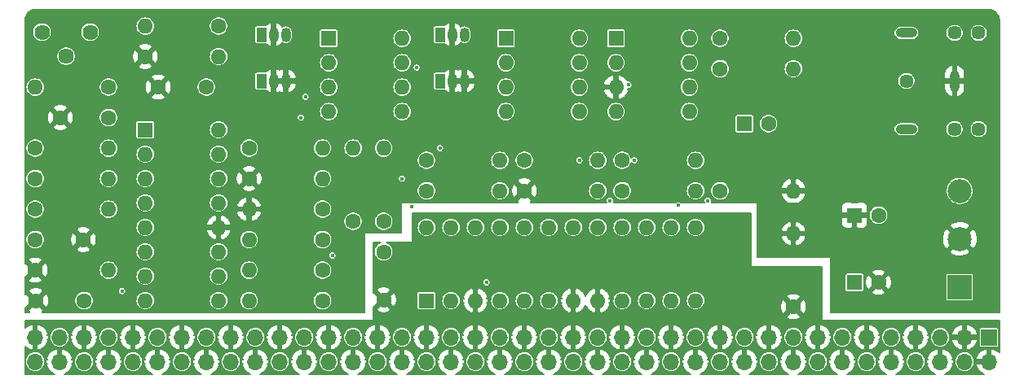
<source format=gbr>
G04 #@! TF.GenerationSoftware,KiCad,Pcbnew,(5.1.0-0)*
G04 #@! TF.CreationDate,2020-05-13T19:17:17-07:00*
G04 #@! TF.ProjectId,SoundCard,536f756e-6443-4617-9264-2e6b69636164,rev?*
G04 #@! TF.SameCoordinates,Original*
G04 #@! TF.FileFunction,Copper,L2,Inr*
G04 #@! TF.FilePolarity,Positive*
%FSLAX46Y46*%
G04 Gerber Fmt 4.6, Leading zero omitted, Abs format (unit mm)*
G04 Created by KiCad (PCBNEW (5.1.0-0)) date 2020-05-13 19:17:17*
%MOMM*%
%LPD*%
G04 APERTURE LIST*
%ADD10C,1.450000*%
%ADD11O,2.250000X1.000000*%
%ADD12O,1.000000X2.250000*%
%ADD13O,1.700000X1.700000*%
%ADD14R,1.700000X1.700000*%
%ADD15O,1.600000X1.600000*%
%ADD16R,1.600000X1.600000*%
%ADD17C,1.620000*%
%ADD18C,1.600000*%
%ADD19R,1.050000X1.500000*%
%ADD20O,1.050000X1.500000*%
%ADD21C,2.500000*%
%ADD22R,2.500000X2.500000*%
%ADD23C,0.450000*%
%ADD24C,0.127000*%
G04 APERTURE END LIST*
D10*
X162750000Y-101680000D03*
X162750000Y-111680000D03*
X160250000Y-101680000D03*
X160250000Y-111680000D03*
X155250000Y-106680000D03*
D11*
X155250000Y-111680000D03*
X155250000Y-101680000D03*
D12*
X160250000Y-106680000D03*
D13*
X64770000Y-135890000D03*
X64770000Y-133350000D03*
X67310000Y-135890000D03*
X67310000Y-133350000D03*
X69850000Y-135890000D03*
X69850000Y-133350000D03*
X72390000Y-135890000D03*
X72390000Y-133350000D03*
X74930000Y-135890000D03*
X74930000Y-133350000D03*
X77470000Y-135890000D03*
X77470000Y-133350000D03*
X80010000Y-135890000D03*
X80010000Y-133350000D03*
X82550000Y-135890000D03*
X82550000Y-133350000D03*
X85090000Y-135890000D03*
X85090000Y-133350000D03*
X87630000Y-135890000D03*
X87630000Y-133350000D03*
X90170000Y-135890000D03*
X90170000Y-133350000D03*
X92710000Y-135890000D03*
X92710000Y-133350000D03*
X95250000Y-135890000D03*
X95250000Y-133350000D03*
X97790000Y-135890000D03*
X97790000Y-133350000D03*
X100330000Y-135890000D03*
X100330000Y-133350000D03*
X102870000Y-135890000D03*
X102870000Y-133350000D03*
X105410000Y-135890000D03*
X105410000Y-133350000D03*
X107950000Y-135890000D03*
X107950000Y-133350000D03*
X110490000Y-135890000D03*
X110490000Y-133350000D03*
X113030000Y-135890000D03*
X113030000Y-133350000D03*
X115570000Y-135890000D03*
X115570000Y-133350000D03*
X118110000Y-135890000D03*
X118110000Y-133350000D03*
X120650000Y-135890000D03*
X120650000Y-133350000D03*
X123190000Y-135890000D03*
X123190000Y-133350000D03*
X125730000Y-135890000D03*
X125730000Y-133350000D03*
X128270000Y-135890000D03*
X128270000Y-133350000D03*
X130810000Y-135890000D03*
X130810000Y-133350000D03*
X133350000Y-135890000D03*
X133350000Y-133350000D03*
X135890000Y-135890000D03*
X135890000Y-133350000D03*
X138430000Y-135890000D03*
X138430000Y-133350000D03*
X140970000Y-135890000D03*
X140970000Y-133350000D03*
X143510000Y-135890000D03*
X143510000Y-133350000D03*
X146050000Y-135890000D03*
X146050000Y-133350000D03*
X148590000Y-135890000D03*
X148590000Y-133350000D03*
X151130000Y-135890000D03*
X151130000Y-133350000D03*
X153670000Y-135890000D03*
X153670000Y-133350000D03*
X156210000Y-135890000D03*
X156210000Y-133350000D03*
X158750000Y-135890000D03*
X158750000Y-133350000D03*
X161290000Y-135890000D03*
X161290000Y-133350000D03*
X163830000Y-135890000D03*
D14*
X163830000Y-133350000D03*
D15*
X121285000Y-102235000D03*
X113665000Y-109855000D03*
X121285000Y-104775000D03*
X113665000Y-107315000D03*
X121285000Y-107315000D03*
X113665000Y-104775000D03*
X121285000Y-109855000D03*
D16*
X113665000Y-102235000D03*
D15*
X102870000Y-102235000D03*
X95250000Y-109855000D03*
X102870000Y-104775000D03*
X95250000Y-107315000D03*
X102870000Y-107315000D03*
X95250000Y-104775000D03*
X102870000Y-109855000D03*
D16*
X95250000Y-102235000D03*
X76200000Y-111760000D03*
D15*
X83820000Y-129540000D03*
X76200000Y-114300000D03*
X83820000Y-127000000D03*
X76200000Y-116840000D03*
X83820000Y-124460000D03*
X76200000Y-119380000D03*
X83820000Y-121920000D03*
X76200000Y-121920000D03*
X83820000Y-119380000D03*
X76200000Y-124460000D03*
X83820000Y-116840000D03*
X76200000Y-127000000D03*
X83820000Y-114300000D03*
X76200000Y-129540000D03*
X83820000Y-111760000D03*
X105410000Y-121920000D03*
X133350000Y-129540000D03*
X107950000Y-121920000D03*
X130810000Y-129540000D03*
X110490000Y-121920000D03*
X128270000Y-129540000D03*
X113030000Y-121920000D03*
X125730000Y-129540000D03*
X115570000Y-121920000D03*
X123190000Y-129540000D03*
X118110000Y-121920000D03*
X120650000Y-129540000D03*
X120650000Y-121920000D03*
X118110000Y-129540000D03*
X123190000Y-121920000D03*
X115570000Y-129540000D03*
X125730000Y-121920000D03*
X113030000Y-129540000D03*
X128270000Y-121920000D03*
X110490000Y-129540000D03*
X130810000Y-121920000D03*
X107950000Y-129540000D03*
X133350000Y-121920000D03*
D16*
X105410000Y-129540000D03*
D15*
X132715000Y-102235000D03*
X125095000Y-109855000D03*
X132715000Y-104775000D03*
X125095000Y-107315000D03*
X132715000Y-107315000D03*
X125095000Y-104775000D03*
X132715000Y-109855000D03*
D16*
X125095000Y-102235000D03*
D17*
X70485000Y-101600000D03*
X67985000Y-104100000D03*
X65485000Y-101600000D03*
D15*
X123190000Y-118110000D03*
D18*
X115570000Y-118110000D03*
D15*
X113030000Y-114935000D03*
D18*
X105410000Y-114935000D03*
D15*
X113030000Y-118110000D03*
D18*
X105410000Y-118110000D03*
D15*
X123190000Y-114935000D03*
D18*
X115570000Y-114935000D03*
D15*
X94615000Y-116840000D03*
D18*
X86995000Y-116840000D03*
D15*
X97790000Y-113665000D03*
D18*
X97790000Y-121285000D03*
D15*
X100965000Y-113665000D03*
D18*
X100965000Y-121285000D03*
D15*
X94615000Y-113665000D03*
D18*
X86995000Y-113665000D03*
D15*
X72390000Y-120015000D03*
D18*
X64770000Y-120015000D03*
D15*
X83820000Y-104140000D03*
D18*
X76200000Y-104140000D03*
D15*
X72390000Y-116840000D03*
D18*
X64770000Y-116840000D03*
D15*
X72390000Y-113665000D03*
D18*
X64770000Y-113665000D03*
D15*
X72390000Y-126365000D03*
D18*
X64770000Y-126365000D03*
D15*
X76200000Y-100965000D03*
D18*
X83820000Y-100965000D03*
D15*
X86995000Y-123190000D03*
D18*
X94615000Y-123190000D03*
D15*
X86995000Y-129540000D03*
D18*
X94615000Y-129540000D03*
D15*
X86995000Y-126365000D03*
D18*
X94615000Y-126365000D03*
D15*
X64770000Y-107315000D03*
D18*
X72390000Y-107315000D03*
D15*
X86995000Y-120015000D03*
D18*
X94615000Y-120015000D03*
D15*
X143510000Y-118110000D03*
D18*
X135890000Y-118110000D03*
D15*
X143510000Y-122555000D03*
D18*
X143510000Y-130175000D03*
D15*
X143510000Y-102235000D03*
D18*
X135890000Y-102235000D03*
D15*
X143510000Y-105410000D03*
D18*
X135890000Y-105410000D03*
D15*
X133350000Y-118110000D03*
D18*
X125730000Y-118110000D03*
D15*
X133350000Y-114935000D03*
D18*
X125730000Y-114935000D03*
D19*
X106807000Y-106680000D03*
D20*
X109347000Y-106680000D03*
X108077000Y-106680000D03*
D19*
X106807000Y-101854000D03*
D20*
X109347000Y-101854000D03*
X108077000Y-101854000D03*
D19*
X88265000Y-106680000D03*
D20*
X90805000Y-106680000D03*
X89535000Y-106680000D03*
D19*
X88265000Y-101854000D03*
D20*
X90805000Y-101854000D03*
X89535000Y-101854000D03*
D18*
X69770000Y-123190000D03*
X64770000Y-123190000D03*
X82550000Y-107315000D03*
X77550000Y-107315000D03*
X64850000Y-129540000D03*
X69850000Y-129540000D03*
X67390000Y-110490000D03*
X72390000Y-110490000D03*
X100965000Y-129460000D03*
X100965000Y-124460000D03*
D16*
X138430000Y-111125000D03*
D18*
X140930000Y-111125000D03*
D21*
X160782000Y-118110000D03*
X160782000Y-123110000D03*
D22*
X160782000Y-128110000D03*
D16*
X149860000Y-120650000D03*
D18*
X152360000Y-120650000D03*
D16*
X149860000Y-127635000D03*
D18*
X152360000Y-127635000D03*
D23*
X127000000Y-114935000D03*
X95631000Y-124841000D03*
X102870000Y-116840000D03*
X103907205Y-119739795D03*
X111633000Y-127635000D03*
X124460000Y-119126000D03*
X106807000Y-113665000D03*
X121285000Y-114935000D03*
X126365000Y-107061000D03*
X134620000Y-119126000D03*
X92837000Y-108331000D03*
X131562979Y-119624979D03*
X104394000Y-105283000D03*
X92358000Y-110490000D03*
X73787000Y-128533001D03*
D24*
G36*
X139128500Y-125984000D02*
G01*
X139129720Y-125996388D01*
X139133334Y-126008300D01*
X139139202Y-126019279D01*
X139147099Y-126028901D01*
X139156721Y-126036798D01*
X139167700Y-126042666D01*
X139179612Y-126046280D01*
X139192000Y-126047500D01*
X146494500Y-126047500D01*
X146494500Y-131572000D01*
X146495720Y-131584388D01*
X146499334Y-131596300D01*
X146505202Y-131607279D01*
X146513099Y-131616901D01*
X146522721Y-131624798D01*
X146533700Y-131630666D01*
X146545612Y-131634280D01*
X146558000Y-131635500D01*
X164884500Y-131635500D01*
X164884500Y-134944183D01*
X164735118Y-134793894D01*
X164503887Y-134638376D01*
X164246759Y-134530957D01*
X164238520Y-134528467D01*
X164020500Y-134625646D01*
X164020500Y-135699500D01*
X164040500Y-135699500D01*
X164040500Y-136080500D01*
X164020500Y-136080500D01*
X164020500Y-136100500D01*
X163639500Y-136100500D01*
X163639500Y-136080500D01*
X162564190Y-136080500D01*
X162468459Y-136298522D01*
X162574319Y-136556296D01*
X162728434Y-136788465D01*
X162924882Y-136986106D01*
X163156113Y-137141624D01*
X163292257Y-137198500D01*
X159287743Y-137198500D01*
X159423887Y-137141624D01*
X159655118Y-136986106D01*
X159851566Y-136788465D01*
X160005681Y-136556296D01*
X160111541Y-136298522D01*
X160015811Y-136080502D01*
X160171500Y-136080502D01*
X160171500Y-135890000D01*
X160244466Y-135890000D01*
X160264556Y-136093974D01*
X160324053Y-136290109D01*
X160420670Y-136470868D01*
X160550696Y-136629304D01*
X160709132Y-136759330D01*
X160889891Y-136855947D01*
X161086026Y-136915444D01*
X161238890Y-136930500D01*
X161341110Y-136930500D01*
X161493974Y-136915444D01*
X161690109Y-136855947D01*
X161870868Y-136759330D01*
X162029304Y-136629304D01*
X162159330Y-136470868D01*
X162255947Y-136290109D01*
X162315444Y-136093974D01*
X162335534Y-135890000D01*
X162315444Y-135686026D01*
X162255947Y-135489891D01*
X162251451Y-135481478D01*
X162468459Y-135481478D01*
X162564190Y-135699500D01*
X163639500Y-135699500D01*
X163639500Y-134625646D01*
X163421480Y-134528467D01*
X163413241Y-134530957D01*
X163156113Y-134638376D01*
X162924882Y-134793894D01*
X162728434Y-134991535D01*
X162574319Y-135223704D01*
X162468459Y-135481478D01*
X162251451Y-135481478D01*
X162159330Y-135309132D01*
X162029304Y-135150696D01*
X161870868Y-135020670D01*
X161690109Y-134924053D01*
X161493974Y-134864556D01*
X161341110Y-134849500D01*
X161238890Y-134849500D01*
X161086026Y-134864556D01*
X160889891Y-134924053D01*
X160709132Y-135020670D01*
X160550696Y-135150696D01*
X160420670Y-135309132D01*
X160324053Y-135489891D01*
X160264556Y-135686026D01*
X160244466Y-135890000D01*
X160171500Y-135890000D01*
X160171500Y-135699498D01*
X160015811Y-135699498D01*
X160111541Y-135481478D01*
X160005681Y-135223704D01*
X159851566Y-134991535D01*
X159655118Y-134793894D01*
X159423887Y-134638376D01*
X159166759Y-134530957D01*
X159158520Y-134528467D01*
X158940500Y-134625646D01*
X158940500Y-135699500D01*
X158960500Y-135699500D01*
X158960500Y-136080500D01*
X158940500Y-136080500D01*
X158940500Y-136100500D01*
X158559500Y-136100500D01*
X158559500Y-136080500D01*
X158539500Y-136080500D01*
X158539500Y-135699500D01*
X158559500Y-135699500D01*
X158559500Y-134625646D01*
X158341480Y-134528467D01*
X158333241Y-134530957D01*
X158076113Y-134638376D01*
X157844882Y-134793894D01*
X157648434Y-134991535D01*
X157494319Y-135223704D01*
X157388459Y-135481478D01*
X157484189Y-135699498D01*
X157328500Y-135699498D01*
X157328500Y-136080502D01*
X157484189Y-136080502D01*
X157388459Y-136298522D01*
X157494319Y-136556296D01*
X157648434Y-136788465D01*
X157844882Y-136986106D01*
X158076113Y-137141624D01*
X158212257Y-137198500D01*
X154207743Y-137198500D01*
X154343887Y-137141624D01*
X154575118Y-136986106D01*
X154771566Y-136788465D01*
X154925681Y-136556296D01*
X155031541Y-136298522D01*
X154935811Y-136080502D01*
X155091500Y-136080502D01*
X155091500Y-135890000D01*
X155164466Y-135890000D01*
X155184556Y-136093974D01*
X155244053Y-136290109D01*
X155340670Y-136470868D01*
X155470696Y-136629304D01*
X155629132Y-136759330D01*
X155809891Y-136855947D01*
X156006026Y-136915444D01*
X156158890Y-136930500D01*
X156261110Y-136930500D01*
X156413974Y-136915444D01*
X156610109Y-136855947D01*
X156790868Y-136759330D01*
X156949304Y-136629304D01*
X157079330Y-136470868D01*
X157175947Y-136290109D01*
X157235444Y-136093974D01*
X157255534Y-135890000D01*
X157235444Y-135686026D01*
X157175947Y-135489891D01*
X157079330Y-135309132D01*
X156949304Y-135150696D01*
X156790868Y-135020670D01*
X156610109Y-134924053D01*
X156413974Y-134864556D01*
X156261110Y-134849500D01*
X156158890Y-134849500D01*
X156006026Y-134864556D01*
X155809891Y-134924053D01*
X155629132Y-135020670D01*
X155470696Y-135150696D01*
X155340670Y-135309132D01*
X155244053Y-135489891D01*
X155184556Y-135686026D01*
X155164466Y-135890000D01*
X155091500Y-135890000D01*
X155091500Y-135699498D01*
X154935811Y-135699498D01*
X155031541Y-135481478D01*
X154925681Y-135223704D01*
X154771566Y-134991535D01*
X154575118Y-134793894D01*
X154343887Y-134638376D01*
X154086759Y-134530957D01*
X154078520Y-134528467D01*
X153860500Y-134625646D01*
X153860500Y-135699500D01*
X153880500Y-135699500D01*
X153880500Y-136080500D01*
X153860500Y-136080500D01*
X153860500Y-136100500D01*
X153479500Y-136100500D01*
X153479500Y-136080500D01*
X153459500Y-136080500D01*
X153459500Y-135699500D01*
X153479500Y-135699500D01*
X153479500Y-134625646D01*
X153261480Y-134528467D01*
X153253241Y-134530957D01*
X152996113Y-134638376D01*
X152764882Y-134793894D01*
X152568434Y-134991535D01*
X152414319Y-135223704D01*
X152308459Y-135481478D01*
X152404189Y-135699498D01*
X152248500Y-135699498D01*
X152248500Y-136080502D01*
X152404189Y-136080502D01*
X152308459Y-136298522D01*
X152414319Y-136556296D01*
X152568434Y-136788465D01*
X152764882Y-136986106D01*
X152996113Y-137141624D01*
X153132257Y-137198500D01*
X149127743Y-137198500D01*
X149263887Y-137141624D01*
X149495118Y-136986106D01*
X149691566Y-136788465D01*
X149845681Y-136556296D01*
X149951541Y-136298522D01*
X149855811Y-136080502D01*
X150011500Y-136080502D01*
X150011500Y-135890000D01*
X150084466Y-135890000D01*
X150104556Y-136093974D01*
X150164053Y-136290109D01*
X150260670Y-136470868D01*
X150390696Y-136629304D01*
X150549132Y-136759330D01*
X150729891Y-136855947D01*
X150926026Y-136915444D01*
X151078890Y-136930500D01*
X151181110Y-136930500D01*
X151333974Y-136915444D01*
X151530109Y-136855947D01*
X151710868Y-136759330D01*
X151869304Y-136629304D01*
X151999330Y-136470868D01*
X152095947Y-136290109D01*
X152155444Y-136093974D01*
X152175534Y-135890000D01*
X152155444Y-135686026D01*
X152095947Y-135489891D01*
X151999330Y-135309132D01*
X151869304Y-135150696D01*
X151710868Y-135020670D01*
X151530109Y-134924053D01*
X151333974Y-134864556D01*
X151181110Y-134849500D01*
X151078890Y-134849500D01*
X150926026Y-134864556D01*
X150729891Y-134924053D01*
X150549132Y-135020670D01*
X150390696Y-135150696D01*
X150260670Y-135309132D01*
X150164053Y-135489891D01*
X150104556Y-135686026D01*
X150084466Y-135890000D01*
X150011500Y-135890000D01*
X150011500Y-135699498D01*
X149855811Y-135699498D01*
X149951541Y-135481478D01*
X149845681Y-135223704D01*
X149691566Y-134991535D01*
X149495118Y-134793894D01*
X149263887Y-134638376D01*
X149006759Y-134530957D01*
X148998520Y-134528467D01*
X148780500Y-134625646D01*
X148780500Y-135699500D01*
X148800500Y-135699500D01*
X148800500Y-136080500D01*
X148780500Y-136080500D01*
X148780500Y-136100500D01*
X148399500Y-136100500D01*
X148399500Y-136080500D01*
X148379500Y-136080500D01*
X148379500Y-135699500D01*
X148399500Y-135699500D01*
X148399500Y-134625646D01*
X148181480Y-134528467D01*
X148173241Y-134530957D01*
X147916113Y-134638376D01*
X147684882Y-134793894D01*
X147488434Y-134991535D01*
X147334319Y-135223704D01*
X147228459Y-135481478D01*
X147324189Y-135699498D01*
X147168500Y-135699498D01*
X147168500Y-136080502D01*
X147324189Y-136080502D01*
X147228459Y-136298522D01*
X147334319Y-136556296D01*
X147488434Y-136788465D01*
X147684882Y-136986106D01*
X147916113Y-137141624D01*
X148052257Y-137198500D01*
X144047743Y-137198500D01*
X144183887Y-137141624D01*
X144415118Y-136986106D01*
X144611566Y-136788465D01*
X144765681Y-136556296D01*
X144871541Y-136298522D01*
X144775811Y-136080502D01*
X144931500Y-136080502D01*
X144931500Y-135890000D01*
X145004466Y-135890000D01*
X145024556Y-136093974D01*
X145084053Y-136290109D01*
X145180670Y-136470868D01*
X145310696Y-136629304D01*
X145469132Y-136759330D01*
X145649891Y-136855947D01*
X145846026Y-136915444D01*
X145998890Y-136930500D01*
X146101110Y-136930500D01*
X146253974Y-136915444D01*
X146450109Y-136855947D01*
X146630868Y-136759330D01*
X146789304Y-136629304D01*
X146919330Y-136470868D01*
X147015947Y-136290109D01*
X147075444Y-136093974D01*
X147095534Y-135890000D01*
X147075444Y-135686026D01*
X147015947Y-135489891D01*
X146919330Y-135309132D01*
X146789304Y-135150696D01*
X146630868Y-135020670D01*
X146450109Y-134924053D01*
X146253974Y-134864556D01*
X146101110Y-134849500D01*
X145998890Y-134849500D01*
X145846026Y-134864556D01*
X145649891Y-134924053D01*
X145469132Y-135020670D01*
X145310696Y-135150696D01*
X145180670Y-135309132D01*
X145084053Y-135489891D01*
X145024556Y-135686026D01*
X145004466Y-135890000D01*
X144931500Y-135890000D01*
X144931500Y-135699498D01*
X144775811Y-135699498D01*
X144871541Y-135481478D01*
X144765681Y-135223704D01*
X144611566Y-134991535D01*
X144415118Y-134793894D01*
X144183887Y-134638376D01*
X143926759Y-134530957D01*
X143918520Y-134528467D01*
X143700500Y-134625646D01*
X143700500Y-135699500D01*
X143720500Y-135699500D01*
X143720500Y-136080500D01*
X143700500Y-136080500D01*
X143700500Y-136100500D01*
X143319500Y-136100500D01*
X143319500Y-136080500D01*
X143299500Y-136080500D01*
X143299500Y-135699500D01*
X143319500Y-135699500D01*
X143319500Y-134625646D01*
X143101480Y-134528467D01*
X143093241Y-134530957D01*
X142836113Y-134638376D01*
X142604882Y-134793894D01*
X142408434Y-134991535D01*
X142254319Y-135223704D01*
X142148459Y-135481478D01*
X142244189Y-135699498D01*
X142088500Y-135699498D01*
X142088500Y-136080502D01*
X142244189Y-136080502D01*
X142148459Y-136298522D01*
X142254319Y-136556296D01*
X142408434Y-136788465D01*
X142604882Y-136986106D01*
X142836113Y-137141624D01*
X142972257Y-137198500D01*
X138967743Y-137198500D01*
X139103887Y-137141624D01*
X139335118Y-136986106D01*
X139531566Y-136788465D01*
X139685681Y-136556296D01*
X139791541Y-136298522D01*
X139695811Y-136080502D01*
X139851500Y-136080502D01*
X139851500Y-135890000D01*
X139924466Y-135890000D01*
X139944556Y-136093974D01*
X140004053Y-136290109D01*
X140100670Y-136470868D01*
X140230696Y-136629304D01*
X140389132Y-136759330D01*
X140569891Y-136855947D01*
X140766026Y-136915444D01*
X140918890Y-136930500D01*
X141021110Y-136930500D01*
X141173974Y-136915444D01*
X141370109Y-136855947D01*
X141550868Y-136759330D01*
X141709304Y-136629304D01*
X141839330Y-136470868D01*
X141935947Y-136290109D01*
X141995444Y-136093974D01*
X142015534Y-135890000D01*
X141995444Y-135686026D01*
X141935947Y-135489891D01*
X141839330Y-135309132D01*
X141709304Y-135150696D01*
X141550868Y-135020670D01*
X141370109Y-134924053D01*
X141173974Y-134864556D01*
X141021110Y-134849500D01*
X140918890Y-134849500D01*
X140766026Y-134864556D01*
X140569891Y-134924053D01*
X140389132Y-135020670D01*
X140230696Y-135150696D01*
X140100670Y-135309132D01*
X140004053Y-135489891D01*
X139944556Y-135686026D01*
X139924466Y-135890000D01*
X139851500Y-135890000D01*
X139851500Y-135699498D01*
X139695811Y-135699498D01*
X139791541Y-135481478D01*
X139685681Y-135223704D01*
X139531566Y-134991535D01*
X139335118Y-134793894D01*
X139103887Y-134638376D01*
X138846759Y-134530957D01*
X138838520Y-134528467D01*
X138620500Y-134625646D01*
X138620500Y-135699500D01*
X138640500Y-135699500D01*
X138640500Y-136080500D01*
X138620500Y-136080500D01*
X138620500Y-136100500D01*
X138239500Y-136100500D01*
X138239500Y-136080500D01*
X138219500Y-136080500D01*
X138219500Y-135699500D01*
X138239500Y-135699500D01*
X138239500Y-134625646D01*
X138021480Y-134528467D01*
X138013241Y-134530957D01*
X137756113Y-134638376D01*
X137524882Y-134793894D01*
X137328434Y-134991535D01*
X137174319Y-135223704D01*
X137068459Y-135481478D01*
X137164189Y-135699498D01*
X137008500Y-135699498D01*
X137008500Y-136080502D01*
X137164189Y-136080502D01*
X137068459Y-136298522D01*
X137174319Y-136556296D01*
X137328434Y-136788465D01*
X137524882Y-136986106D01*
X137756113Y-137141624D01*
X137892257Y-137198500D01*
X133887743Y-137198500D01*
X134023887Y-137141624D01*
X134255118Y-136986106D01*
X134451566Y-136788465D01*
X134605681Y-136556296D01*
X134711541Y-136298522D01*
X134615811Y-136080502D01*
X134771500Y-136080502D01*
X134771500Y-135890000D01*
X134844466Y-135890000D01*
X134864556Y-136093974D01*
X134924053Y-136290109D01*
X135020670Y-136470868D01*
X135150696Y-136629304D01*
X135309132Y-136759330D01*
X135489891Y-136855947D01*
X135686026Y-136915444D01*
X135838890Y-136930500D01*
X135941110Y-136930500D01*
X136093974Y-136915444D01*
X136290109Y-136855947D01*
X136470868Y-136759330D01*
X136629304Y-136629304D01*
X136759330Y-136470868D01*
X136855947Y-136290109D01*
X136915444Y-136093974D01*
X136935534Y-135890000D01*
X136915444Y-135686026D01*
X136855947Y-135489891D01*
X136759330Y-135309132D01*
X136629304Y-135150696D01*
X136470868Y-135020670D01*
X136290109Y-134924053D01*
X136093974Y-134864556D01*
X135941110Y-134849500D01*
X135838890Y-134849500D01*
X135686026Y-134864556D01*
X135489891Y-134924053D01*
X135309132Y-135020670D01*
X135150696Y-135150696D01*
X135020670Y-135309132D01*
X134924053Y-135489891D01*
X134864556Y-135686026D01*
X134844466Y-135890000D01*
X134771500Y-135890000D01*
X134771500Y-135699498D01*
X134615811Y-135699498D01*
X134711541Y-135481478D01*
X134605681Y-135223704D01*
X134451566Y-134991535D01*
X134255118Y-134793894D01*
X134023887Y-134638376D01*
X133766759Y-134530957D01*
X133758520Y-134528467D01*
X133540500Y-134625646D01*
X133540500Y-135699500D01*
X133560500Y-135699500D01*
X133560500Y-136080500D01*
X133540500Y-136080500D01*
X133540500Y-136100500D01*
X133159500Y-136100500D01*
X133159500Y-136080500D01*
X133139500Y-136080500D01*
X133139500Y-135699500D01*
X133159500Y-135699500D01*
X133159500Y-134625646D01*
X132941480Y-134528467D01*
X132933241Y-134530957D01*
X132676113Y-134638376D01*
X132444882Y-134793894D01*
X132248434Y-134991535D01*
X132094319Y-135223704D01*
X131988459Y-135481478D01*
X132084189Y-135699498D01*
X131928500Y-135699498D01*
X131928500Y-136080502D01*
X132084189Y-136080502D01*
X131988459Y-136298522D01*
X132094319Y-136556296D01*
X132248434Y-136788465D01*
X132444882Y-136986106D01*
X132676113Y-137141624D01*
X132812257Y-137198500D01*
X128807743Y-137198500D01*
X128943887Y-137141624D01*
X129175118Y-136986106D01*
X129371566Y-136788465D01*
X129525681Y-136556296D01*
X129631541Y-136298522D01*
X129535811Y-136080502D01*
X129691500Y-136080502D01*
X129691500Y-135890000D01*
X129764466Y-135890000D01*
X129784556Y-136093974D01*
X129844053Y-136290109D01*
X129940670Y-136470868D01*
X130070696Y-136629304D01*
X130229132Y-136759330D01*
X130409891Y-136855947D01*
X130606026Y-136915444D01*
X130758890Y-136930500D01*
X130861110Y-136930500D01*
X131013974Y-136915444D01*
X131210109Y-136855947D01*
X131390868Y-136759330D01*
X131549304Y-136629304D01*
X131679330Y-136470868D01*
X131775947Y-136290109D01*
X131835444Y-136093974D01*
X131855534Y-135890000D01*
X131835444Y-135686026D01*
X131775947Y-135489891D01*
X131679330Y-135309132D01*
X131549304Y-135150696D01*
X131390868Y-135020670D01*
X131210109Y-134924053D01*
X131013974Y-134864556D01*
X130861110Y-134849500D01*
X130758890Y-134849500D01*
X130606026Y-134864556D01*
X130409891Y-134924053D01*
X130229132Y-135020670D01*
X130070696Y-135150696D01*
X129940670Y-135309132D01*
X129844053Y-135489891D01*
X129784556Y-135686026D01*
X129764466Y-135890000D01*
X129691500Y-135890000D01*
X129691500Y-135699498D01*
X129535811Y-135699498D01*
X129631541Y-135481478D01*
X129525681Y-135223704D01*
X129371566Y-134991535D01*
X129175118Y-134793894D01*
X128943887Y-134638376D01*
X128686759Y-134530957D01*
X128678520Y-134528467D01*
X128460500Y-134625646D01*
X128460500Y-135699500D01*
X128480500Y-135699500D01*
X128480500Y-136080500D01*
X128460500Y-136080500D01*
X128460500Y-136100500D01*
X128079500Y-136100500D01*
X128079500Y-136080500D01*
X128059500Y-136080500D01*
X128059500Y-135699500D01*
X128079500Y-135699500D01*
X128079500Y-134625646D01*
X127861480Y-134528467D01*
X127853241Y-134530957D01*
X127596113Y-134638376D01*
X127364882Y-134793894D01*
X127168434Y-134991535D01*
X127014319Y-135223704D01*
X126908459Y-135481478D01*
X127004189Y-135699498D01*
X126848500Y-135699498D01*
X126848500Y-136080502D01*
X127004189Y-136080502D01*
X126908459Y-136298522D01*
X127014319Y-136556296D01*
X127168434Y-136788465D01*
X127364882Y-136986106D01*
X127596113Y-137141624D01*
X127732257Y-137198500D01*
X123727743Y-137198500D01*
X123863887Y-137141624D01*
X124095118Y-136986106D01*
X124291566Y-136788465D01*
X124445681Y-136556296D01*
X124551541Y-136298522D01*
X124455811Y-136080502D01*
X124611500Y-136080502D01*
X124611500Y-135890000D01*
X124684466Y-135890000D01*
X124704556Y-136093974D01*
X124764053Y-136290109D01*
X124860670Y-136470868D01*
X124990696Y-136629304D01*
X125149132Y-136759330D01*
X125329891Y-136855947D01*
X125526026Y-136915444D01*
X125678890Y-136930500D01*
X125781110Y-136930500D01*
X125933974Y-136915444D01*
X126130109Y-136855947D01*
X126310868Y-136759330D01*
X126469304Y-136629304D01*
X126599330Y-136470868D01*
X126695947Y-136290109D01*
X126755444Y-136093974D01*
X126775534Y-135890000D01*
X126755444Y-135686026D01*
X126695947Y-135489891D01*
X126599330Y-135309132D01*
X126469304Y-135150696D01*
X126310868Y-135020670D01*
X126130109Y-134924053D01*
X125933974Y-134864556D01*
X125781110Y-134849500D01*
X125678890Y-134849500D01*
X125526026Y-134864556D01*
X125329891Y-134924053D01*
X125149132Y-135020670D01*
X124990696Y-135150696D01*
X124860670Y-135309132D01*
X124764053Y-135489891D01*
X124704556Y-135686026D01*
X124684466Y-135890000D01*
X124611500Y-135890000D01*
X124611500Y-135699498D01*
X124455811Y-135699498D01*
X124551541Y-135481478D01*
X124445681Y-135223704D01*
X124291566Y-134991535D01*
X124095118Y-134793894D01*
X123863887Y-134638376D01*
X123606759Y-134530957D01*
X123598520Y-134528467D01*
X123380500Y-134625646D01*
X123380500Y-135699500D01*
X123400500Y-135699500D01*
X123400500Y-136080500D01*
X123380500Y-136080500D01*
X123380500Y-136100500D01*
X122999500Y-136100500D01*
X122999500Y-136080500D01*
X122979500Y-136080500D01*
X122979500Y-135699500D01*
X122999500Y-135699500D01*
X122999500Y-134625646D01*
X122781480Y-134528467D01*
X122773241Y-134530957D01*
X122516113Y-134638376D01*
X122284882Y-134793894D01*
X122088434Y-134991535D01*
X121934319Y-135223704D01*
X121828459Y-135481478D01*
X121924189Y-135699498D01*
X121768500Y-135699498D01*
X121768500Y-136080502D01*
X121924189Y-136080502D01*
X121828459Y-136298522D01*
X121934319Y-136556296D01*
X122088434Y-136788465D01*
X122284882Y-136986106D01*
X122516113Y-137141624D01*
X122652257Y-137198500D01*
X118647743Y-137198500D01*
X118783887Y-137141624D01*
X119015118Y-136986106D01*
X119211566Y-136788465D01*
X119365681Y-136556296D01*
X119471541Y-136298522D01*
X119375811Y-136080502D01*
X119531500Y-136080502D01*
X119531500Y-135890000D01*
X119604466Y-135890000D01*
X119624556Y-136093974D01*
X119684053Y-136290109D01*
X119780670Y-136470868D01*
X119910696Y-136629304D01*
X120069132Y-136759330D01*
X120249891Y-136855947D01*
X120446026Y-136915444D01*
X120598890Y-136930500D01*
X120701110Y-136930500D01*
X120853974Y-136915444D01*
X121050109Y-136855947D01*
X121230868Y-136759330D01*
X121389304Y-136629304D01*
X121519330Y-136470868D01*
X121615947Y-136290109D01*
X121675444Y-136093974D01*
X121695534Y-135890000D01*
X121675444Y-135686026D01*
X121615947Y-135489891D01*
X121519330Y-135309132D01*
X121389304Y-135150696D01*
X121230868Y-135020670D01*
X121050109Y-134924053D01*
X120853974Y-134864556D01*
X120701110Y-134849500D01*
X120598890Y-134849500D01*
X120446026Y-134864556D01*
X120249891Y-134924053D01*
X120069132Y-135020670D01*
X119910696Y-135150696D01*
X119780670Y-135309132D01*
X119684053Y-135489891D01*
X119624556Y-135686026D01*
X119604466Y-135890000D01*
X119531500Y-135890000D01*
X119531500Y-135699498D01*
X119375811Y-135699498D01*
X119471541Y-135481478D01*
X119365681Y-135223704D01*
X119211566Y-134991535D01*
X119015118Y-134793894D01*
X118783887Y-134638376D01*
X118526759Y-134530957D01*
X118518520Y-134528467D01*
X118300500Y-134625646D01*
X118300500Y-135699500D01*
X118320500Y-135699500D01*
X118320500Y-136080500D01*
X118300500Y-136080500D01*
X118300500Y-136100500D01*
X117919500Y-136100500D01*
X117919500Y-136080500D01*
X117899500Y-136080500D01*
X117899500Y-135699500D01*
X117919500Y-135699500D01*
X117919500Y-134625646D01*
X117701480Y-134528467D01*
X117693241Y-134530957D01*
X117436113Y-134638376D01*
X117204882Y-134793894D01*
X117008434Y-134991535D01*
X116854319Y-135223704D01*
X116748459Y-135481478D01*
X116844189Y-135699498D01*
X116688500Y-135699498D01*
X116688500Y-136080502D01*
X116844189Y-136080502D01*
X116748459Y-136298522D01*
X116854319Y-136556296D01*
X117008434Y-136788465D01*
X117204882Y-136986106D01*
X117436113Y-137141624D01*
X117572257Y-137198500D01*
X113567743Y-137198500D01*
X113703887Y-137141624D01*
X113935118Y-136986106D01*
X114131566Y-136788465D01*
X114285681Y-136556296D01*
X114391541Y-136298522D01*
X114295811Y-136080502D01*
X114451500Y-136080502D01*
X114451500Y-135890000D01*
X114524466Y-135890000D01*
X114544556Y-136093974D01*
X114604053Y-136290109D01*
X114700670Y-136470868D01*
X114830696Y-136629304D01*
X114989132Y-136759330D01*
X115169891Y-136855947D01*
X115366026Y-136915444D01*
X115518890Y-136930500D01*
X115621110Y-136930500D01*
X115773974Y-136915444D01*
X115970109Y-136855947D01*
X116150868Y-136759330D01*
X116309304Y-136629304D01*
X116439330Y-136470868D01*
X116535947Y-136290109D01*
X116595444Y-136093974D01*
X116615534Y-135890000D01*
X116595444Y-135686026D01*
X116535947Y-135489891D01*
X116439330Y-135309132D01*
X116309304Y-135150696D01*
X116150868Y-135020670D01*
X115970109Y-134924053D01*
X115773974Y-134864556D01*
X115621110Y-134849500D01*
X115518890Y-134849500D01*
X115366026Y-134864556D01*
X115169891Y-134924053D01*
X114989132Y-135020670D01*
X114830696Y-135150696D01*
X114700670Y-135309132D01*
X114604053Y-135489891D01*
X114544556Y-135686026D01*
X114524466Y-135890000D01*
X114451500Y-135890000D01*
X114451500Y-135699498D01*
X114295811Y-135699498D01*
X114391541Y-135481478D01*
X114285681Y-135223704D01*
X114131566Y-134991535D01*
X113935118Y-134793894D01*
X113703887Y-134638376D01*
X113446759Y-134530957D01*
X113438520Y-134528467D01*
X113220500Y-134625646D01*
X113220500Y-135699500D01*
X113240500Y-135699500D01*
X113240500Y-136080500D01*
X113220500Y-136080500D01*
X113220500Y-136100500D01*
X112839500Y-136100500D01*
X112839500Y-136080500D01*
X112819500Y-136080500D01*
X112819500Y-135699500D01*
X112839500Y-135699500D01*
X112839500Y-134625646D01*
X112621480Y-134528467D01*
X112613241Y-134530957D01*
X112356113Y-134638376D01*
X112124882Y-134793894D01*
X111928434Y-134991535D01*
X111774319Y-135223704D01*
X111668459Y-135481478D01*
X111764189Y-135699498D01*
X111608500Y-135699498D01*
X111608500Y-136080502D01*
X111764189Y-136080502D01*
X111668459Y-136298522D01*
X111774319Y-136556296D01*
X111928434Y-136788465D01*
X112124882Y-136986106D01*
X112356113Y-137141624D01*
X112492257Y-137198500D01*
X108487743Y-137198500D01*
X108623887Y-137141624D01*
X108855118Y-136986106D01*
X109051566Y-136788465D01*
X109205681Y-136556296D01*
X109311541Y-136298522D01*
X109215811Y-136080502D01*
X109371500Y-136080502D01*
X109371500Y-135890000D01*
X109444466Y-135890000D01*
X109464556Y-136093974D01*
X109524053Y-136290109D01*
X109620670Y-136470868D01*
X109750696Y-136629304D01*
X109909132Y-136759330D01*
X110089891Y-136855947D01*
X110286026Y-136915444D01*
X110438890Y-136930500D01*
X110541110Y-136930500D01*
X110693974Y-136915444D01*
X110890109Y-136855947D01*
X111070868Y-136759330D01*
X111229304Y-136629304D01*
X111359330Y-136470868D01*
X111455947Y-136290109D01*
X111515444Y-136093974D01*
X111535534Y-135890000D01*
X111515444Y-135686026D01*
X111455947Y-135489891D01*
X111359330Y-135309132D01*
X111229304Y-135150696D01*
X111070868Y-135020670D01*
X110890109Y-134924053D01*
X110693974Y-134864556D01*
X110541110Y-134849500D01*
X110438890Y-134849500D01*
X110286026Y-134864556D01*
X110089891Y-134924053D01*
X109909132Y-135020670D01*
X109750696Y-135150696D01*
X109620670Y-135309132D01*
X109524053Y-135489891D01*
X109464556Y-135686026D01*
X109444466Y-135890000D01*
X109371500Y-135890000D01*
X109371500Y-135699498D01*
X109215811Y-135699498D01*
X109311541Y-135481478D01*
X109205681Y-135223704D01*
X109051566Y-134991535D01*
X108855118Y-134793894D01*
X108623887Y-134638376D01*
X108366759Y-134530957D01*
X108358520Y-134528467D01*
X108140500Y-134625646D01*
X108140500Y-135699500D01*
X108160500Y-135699500D01*
X108160500Y-136080500D01*
X108140500Y-136080500D01*
X108140500Y-136100500D01*
X107759500Y-136100500D01*
X107759500Y-136080500D01*
X107739500Y-136080500D01*
X107739500Y-135699500D01*
X107759500Y-135699500D01*
X107759500Y-134625646D01*
X107541480Y-134528467D01*
X107533241Y-134530957D01*
X107276113Y-134638376D01*
X107044882Y-134793894D01*
X106848434Y-134991535D01*
X106694319Y-135223704D01*
X106588459Y-135481478D01*
X106684189Y-135699498D01*
X106528500Y-135699498D01*
X106528500Y-136080502D01*
X106684189Y-136080502D01*
X106588459Y-136298522D01*
X106694319Y-136556296D01*
X106848434Y-136788465D01*
X107044882Y-136986106D01*
X107276113Y-137141624D01*
X107412257Y-137198500D01*
X103407743Y-137198500D01*
X103543887Y-137141624D01*
X103775118Y-136986106D01*
X103971566Y-136788465D01*
X104125681Y-136556296D01*
X104231541Y-136298522D01*
X104135811Y-136080502D01*
X104291500Y-136080502D01*
X104291500Y-135890000D01*
X104364466Y-135890000D01*
X104384556Y-136093974D01*
X104444053Y-136290109D01*
X104540670Y-136470868D01*
X104670696Y-136629304D01*
X104829132Y-136759330D01*
X105009891Y-136855947D01*
X105206026Y-136915444D01*
X105358890Y-136930500D01*
X105461110Y-136930500D01*
X105613974Y-136915444D01*
X105810109Y-136855947D01*
X105990868Y-136759330D01*
X106149304Y-136629304D01*
X106279330Y-136470868D01*
X106375947Y-136290109D01*
X106435444Y-136093974D01*
X106455534Y-135890000D01*
X106435444Y-135686026D01*
X106375947Y-135489891D01*
X106279330Y-135309132D01*
X106149304Y-135150696D01*
X105990868Y-135020670D01*
X105810109Y-134924053D01*
X105613974Y-134864556D01*
X105461110Y-134849500D01*
X105358890Y-134849500D01*
X105206026Y-134864556D01*
X105009891Y-134924053D01*
X104829132Y-135020670D01*
X104670696Y-135150696D01*
X104540670Y-135309132D01*
X104444053Y-135489891D01*
X104384556Y-135686026D01*
X104364466Y-135890000D01*
X104291500Y-135890000D01*
X104291500Y-135699498D01*
X104135811Y-135699498D01*
X104231541Y-135481478D01*
X104125681Y-135223704D01*
X103971566Y-134991535D01*
X103775118Y-134793894D01*
X103543887Y-134638376D01*
X103286759Y-134530957D01*
X103278520Y-134528467D01*
X103060500Y-134625646D01*
X103060500Y-135699500D01*
X103080500Y-135699500D01*
X103080500Y-136080500D01*
X103060500Y-136080500D01*
X103060500Y-136100500D01*
X102679500Y-136100500D01*
X102679500Y-136080500D01*
X102659500Y-136080500D01*
X102659500Y-135699500D01*
X102679500Y-135699500D01*
X102679500Y-134625646D01*
X102461480Y-134528467D01*
X102453241Y-134530957D01*
X102196113Y-134638376D01*
X101964882Y-134793894D01*
X101768434Y-134991535D01*
X101614319Y-135223704D01*
X101508459Y-135481478D01*
X101604189Y-135699498D01*
X101448500Y-135699498D01*
X101448500Y-136080502D01*
X101604189Y-136080502D01*
X101508459Y-136298522D01*
X101614319Y-136556296D01*
X101768434Y-136788465D01*
X101964882Y-136986106D01*
X102196113Y-137141624D01*
X102332257Y-137198500D01*
X98327743Y-137198500D01*
X98463887Y-137141624D01*
X98695118Y-136986106D01*
X98891566Y-136788465D01*
X99045681Y-136556296D01*
X99151541Y-136298522D01*
X99055811Y-136080502D01*
X99211500Y-136080502D01*
X99211500Y-135890000D01*
X99284466Y-135890000D01*
X99304556Y-136093974D01*
X99364053Y-136290109D01*
X99460670Y-136470868D01*
X99590696Y-136629304D01*
X99749132Y-136759330D01*
X99929891Y-136855947D01*
X100126026Y-136915444D01*
X100278890Y-136930500D01*
X100381110Y-136930500D01*
X100533974Y-136915444D01*
X100730109Y-136855947D01*
X100910868Y-136759330D01*
X101069304Y-136629304D01*
X101199330Y-136470868D01*
X101295947Y-136290109D01*
X101355444Y-136093974D01*
X101375534Y-135890000D01*
X101355444Y-135686026D01*
X101295947Y-135489891D01*
X101199330Y-135309132D01*
X101069304Y-135150696D01*
X100910868Y-135020670D01*
X100730109Y-134924053D01*
X100533974Y-134864556D01*
X100381110Y-134849500D01*
X100278890Y-134849500D01*
X100126026Y-134864556D01*
X99929891Y-134924053D01*
X99749132Y-135020670D01*
X99590696Y-135150696D01*
X99460670Y-135309132D01*
X99364053Y-135489891D01*
X99304556Y-135686026D01*
X99284466Y-135890000D01*
X99211500Y-135890000D01*
X99211500Y-135699498D01*
X99055811Y-135699498D01*
X99151541Y-135481478D01*
X99045681Y-135223704D01*
X98891566Y-134991535D01*
X98695118Y-134793894D01*
X98463887Y-134638376D01*
X98206759Y-134530957D01*
X98198520Y-134528467D01*
X97980500Y-134625646D01*
X97980500Y-135699500D01*
X98000500Y-135699500D01*
X98000500Y-136080500D01*
X97980500Y-136080500D01*
X97980500Y-136100500D01*
X97599500Y-136100500D01*
X97599500Y-136080500D01*
X97579500Y-136080500D01*
X97579500Y-135699500D01*
X97599500Y-135699500D01*
X97599500Y-134625646D01*
X97381480Y-134528467D01*
X97373241Y-134530957D01*
X97116113Y-134638376D01*
X96884882Y-134793894D01*
X96688434Y-134991535D01*
X96534319Y-135223704D01*
X96428459Y-135481478D01*
X96524189Y-135699498D01*
X96368500Y-135699498D01*
X96368500Y-136080502D01*
X96524189Y-136080502D01*
X96428459Y-136298522D01*
X96534319Y-136556296D01*
X96688434Y-136788465D01*
X96884882Y-136986106D01*
X97116113Y-137141624D01*
X97252257Y-137198500D01*
X93247743Y-137198500D01*
X93383887Y-137141624D01*
X93615118Y-136986106D01*
X93811566Y-136788465D01*
X93965681Y-136556296D01*
X94071541Y-136298522D01*
X93975811Y-136080502D01*
X94131500Y-136080502D01*
X94131500Y-135890000D01*
X94204466Y-135890000D01*
X94224556Y-136093974D01*
X94284053Y-136290109D01*
X94380670Y-136470868D01*
X94510696Y-136629304D01*
X94669132Y-136759330D01*
X94849891Y-136855947D01*
X95046026Y-136915444D01*
X95198890Y-136930500D01*
X95301110Y-136930500D01*
X95453974Y-136915444D01*
X95650109Y-136855947D01*
X95830868Y-136759330D01*
X95989304Y-136629304D01*
X96119330Y-136470868D01*
X96215947Y-136290109D01*
X96275444Y-136093974D01*
X96295534Y-135890000D01*
X96275444Y-135686026D01*
X96215947Y-135489891D01*
X96119330Y-135309132D01*
X95989304Y-135150696D01*
X95830868Y-135020670D01*
X95650109Y-134924053D01*
X95453974Y-134864556D01*
X95301110Y-134849500D01*
X95198890Y-134849500D01*
X95046026Y-134864556D01*
X94849891Y-134924053D01*
X94669132Y-135020670D01*
X94510696Y-135150696D01*
X94380670Y-135309132D01*
X94284053Y-135489891D01*
X94224556Y-135686026D01*
X94204466Y-135890000D01*
X94131500Y-135890000D01*
X94131500Y-135699498D01*
X93975811Y-135699498D01*
X94071541Y-135481478D01*
X93965681Y-135223704D01*
X93811566Y-134991535D01*
X93615118Y-134793894D01*
X93383887Y-134638376D01*
X93126759Y-134530957D01*
X93118520Y-134528467D01*
X92900500Y-134625646D01*
X92900500Y-135699500D01*
X92920500Y-135699500D01*
X92920500Y-136080500D01*
X92900500Y-136080500D01*
X92900500Y-136100500D01*
X92519500Y-136100500D01*
X92519500Y-136080500D01*
X92499500Y-136080500D01*
X92499500Y-135699500D01*
X92519500Y-135699500D01*
X92519500Y-134625646D01*
X92301480Y-134528467D01*
X92293241Y-134530957D01*
X92036113Y-134638376D01*
X91804882Y-134793894D01*
X91608434Y-134991535D01*
X91454319Y-135223704D01*
X91348459Y-135481478D01*
X91444189Y-135699498D01*
X91288500Y-135699498D01*
X91288500Y-136080502D01*
X91444189Y-136080502D01*
X91348459Y-136298522D01*
X91454319Y-136556296D01*
X91608434Y-136788465D01*
X91804882Y-136986106D01*
X92036113Y-137141624D01*
X92172257Y-137198500D01*
X88167743Y-137198500D01*
X88303887Y-137141624D01*
X88535118Y-136986106D01*
X88731566Y-136788465D01*
X88885681Y-136556296D01*
X88991541Y-136298522D01*
X88895811Y-136080502D01*
X89051500Y-136080502D01*
X89051500Y-135890000D01*
X89124466Y-135890000D01*
X89144556Y-136093974D01*
X89204053Y-136290109D01*
X89300670Y-136470868D01*
X89430696Y-136629304D01*
X89589132Y-136759330D01*
X89769891Y-136855947D01*
X89966026Y-136915444D01*
X90118890Y-136930500D01*
X90221110Y-136930500D01*
X90373974Y-136915444D01*
X90570109Y-136855947D01*
X90750868Y-136759330D01*
X90909304Y-136629304D01*
X91039330Y-136470868D01*
X91135947Y-136290109D01*
X91195444Y-136093974D01*
X91215534Y-135890000D01*
X91195444Y-135686026D01*
X91135947Y-135489891D01*
X91039330Y-135309132D01*
X90909304Y-135150696D01*
X90750868Y-135020670D01*
X90570109Y-134924053D01*
X90373974Y-134864556D01*
X90221110Y-134849500D01*
X90118890Y-134849500D01*
X89966026Y-134864556D01*
X89769891Y-134924053D01*
X89589132Y-135020670D01*
X89430696Y-135150696D01*
X89300670Y-135309132D01*
X89204053Y-135489891D01*
X89144556Y-135686026D01*
X89124466Y-135890000D01*
X89051500Y-135890000D01*
X89051500Y-135699498D01*
X88895811Y-135699498D01*
X88991541Y-135481478D01*
X88885681Y-135223704D01*
X88731566Y-134991535D01*
X88535118Y-134793894D01*
X88303887Y-134638376D01*
X88046759Y-134530957D01*
X88038520Y-134528467D01*
X87820500Y-134625646D01*
X87820500Y-135699500D01*
X87840500Y-135699500D01*
X87840500Y-136080500D01*
X87820500Y-136080500D01*
X87820500Y-136100500D01*
X87439500Y-136100500D01*
X87439500Y-136080500D01*
X87419500Y-136080500D01*
X87419500Y-135699500D01*
X87439500Y-135699500D01*
X87439500Y-134625646D01*
X87221480Y-134528467D01*
X87213241Y-134530957D01*
X86956113Y-134638376D01*
X86724882Y-134793894D01*
X86528434Y-134991535D01*
X86374319Y-135223704D01*
X86268459Y-135481478D01*
X86364189Y-135699498D01*
X86208500Y-135699498D01*
X86208500Y-136080502D01*
X86364189Y-136080502D01*
X86268459Y-136298522D01*
X86374319Y-136556296D01*
X86528434Y-136788465D01*
X86724882Y-136986106D01*
X86956113Y-137141624D01*
X87092257Y-137198500D01*
X83087743Y-137198500D01*
X83223887Y-137141624D01*
X83455118Y-136986106D01*
X83651566Y-136788465D01*
X83805681Y-136556296D01*
X83911541Y-136298522D01*
X83815811Y-136080502D01*
X83971500Y-136080502D01*
X83971500Y-135890000D01*
X84044466Y-135890000D01*
X84064556Y-136093974D01*
X84124053Y-136290109D01*
X84220670Y-136470868D01*
X84350696Y-136629304D01*
X84509132Y-136759330D01*
X84689891Y-136855947D01*
X84886026Y-136915444D01*
X85038890Y-136930500D01*
X85141110Y-136930500D01*
X85293974Y-136915444D01*
X85490109Y-136855947D01*
X85670868Y-136759330D01*
X85829304Y-136629304D01*
X85959330Y-136470868D01*
X86055947Y-136290109D01*
X86115444Y-136093974D01*
X86135534Y-135890000D01*
X86115444Y-135686026D01*
X86055947Y-135489891D01*
X85959330Y-135309132D01*
X85829304Y-135150696D01*
X85670868Y-135020670D01*
X85490109Y-134924053D01*
X85293974Y-134864556D01*
X85141110Y-134849500D01*
X85038890Y-134849500D01*
X84886026Y-134864556D01*
X84689891Y-134924053D01*
X84509132Y-135020670D01*
X84350696Y-135150696D01*
X84220670Y-135309132D01*
X84124053Y-135489891D01*
X84064556Y-135686026D01*
X84044466Y-135890000D01*
X83971500Y-135890000D01*
X83971500Y-135699498D01*
X83815811Y-135699498D01*
X83911541Y-135481478D01*
X83805681Y-135223704D01*
X83651566Y-134991535D01*
X83455118Y-134793894D01*
X83223887Y-134638376D01*
X82966759Y-134530957D01*
X82958520Y-134528467D01*
X82740500Y-134625646D01*
X82740500Y-135699500D01*
X82760500Y-135699500D01*
X82760500Y-136080500D01*
X82740500Y-136080500D01*
X82740500Y-136100500D01*
X82359500Y-136100500D01*
X82359500Y-136080500D01*
X82339500Y-136080500D01*
X82339500Y-135699500D01*
X82359500Y-135699500D01*
X82359500Y-134625646D01*
X82141480Y-134528467D01*
X82133241Y-134530957D01*
X81876113Y-134638376D01*
X81644882Y-134793894D01*
X81448434Y-134991535D01*
X81294319Y-135223704D01*
X81188459Y-135481478D01*
X81284189Y-135699498D01*
X81128500Y-135699498D01*
X81128500Y-136080502D01*
X81284189Y-136080502D01*
X81188459Y-136298522D01*
X81294319Y-136556296D01*
X81448434Y-136788465D01*
X81644882Y-136986106D01*
X81876113Y-137141624D01*
X82012257Y-137198500D01*
X78007743Y-137198500D01*
X78143887Y-137141624D01*
X78375118Y-136986106D01*
X78571566Y-136788465D01*
X78725681Y-136556296D01*
X78831541Y-136298522D01*
X78735811Y-136080502D01*
X78891500Y-136080502D01*
X78891500Y-135890000D01*
X78964466Y-135890000D01*
X78984556Y-136093974D01*
X79044053Y-136290109D01*
X79140670Y-136470868D01*
X79270696Y-136629304D01*
X79429132Y-136759330D01*
X79609891Y-136855947D01*
X79806026Y-136915444D01*
X79958890Y-136930500D01*
X80061110Y-136930500D01*
X80213974Y-136915444D01*
X80410109Y-136855947D01*
X80590868Y-136759330D01*
X80749304Y-136629304D01*
X80879330Y-136470868D01*
X80975947Y-136290109D01*
X81035444Y-136093974D01*
X81055534Y-135890000D01*
X81035444Y-135686026D01*
X80975947Y-135489891D01*
X80879330Y-135309132D01*
X80749304Y-135150696D01*
X80590868Y-135020670D01*
X80410109Y-134924053D01*
X80213974Y-134864556D01*
X80061110Y-134849500D01*
X79958890Y-134849500D01*
X79806026Y-134864556D01*
X79609891Y-134924053D01*
X79429132Y-135020670D01*
X79270696Y-135150696D01*
X79140670Y-135309132D01*
X79044053Y-135489891D01*
X78984556Y-135686026D01*
X78964466Y-135890000D01*
X78891500Y-135890000D01*
X78891500Y-135699498D01*
X78735811Y-135699498D01*
X78831541Y-135481478D01*
X78725681Y-135223704D01*
X78571566Y-134991535D01*
X78375118Y-134793894D01*
X78143887Y-134638376D01*
X77886759Y-134530957D01*
X77878520Y-134528467D01*
X77660500Y-134625646D01*
X77660500Y-135699500D01*
X77680500Y-135699500D01*
X77680500Y-136080500D01*
X77660500Y-136080500D01*
X77660500Y-136100500D01*
X77279500Y-136100500D01*
X77279500Y-136080500D01*
X77259500Y-136080500D01*
X77259500Y-135699500D01*
X77279500Y-135699500D01*
X77279500Y-134625646D01*
X77061480Y-134528467D01*
X77053241Y-134530957D01*
X76796113Y-134638376D01*
X76564882Y-134793894D01*
X76368434Y-134991535D01*
X76214319Y-135223704D01*
X76108459Y-135481478D01*
X76204189Y-135699498D01*
X76048500Y-135699498D01*
X76048500Y-136080502D01*
X76204189Y-136080502D01*
X76108459Y-136298522D01*
X76214319Y-136556296D01*
X76368434Y-136788465D01*
X76564882Y-136986106D01*
X76796113Y-137141624D01*
X76932257Y-137198500D01*
X72927743Y-137198500D01*
X73063887Y-137141624D01*
X73295118Y-136986106D01*
X73491566Y-136788465D01*
X73645681Y-136556296D01*
X73751541Y-136298522D01*
X73655811Y-136080502D01*
X73811500Y-136080502D01*
X73811500Y-135890000D01*
X73884466Y-135890000D01*
X73904556Y-136093974D01*
X73964053Y-136290109D01*
X74060670Y-136470868D01*
X74190696Y-136629304D01*
X74349132Y-136759330D01*
X74529891Y-136855947D01*
X74726026Y-136915444D01*
X74878890Y-136930500D01*
X74981110Y-136930500D01*
X75133974Y-136915444D01*
X75330109Y-136855947D01*
X75510868Y-136759330D01*
X75669304Y-136629304D01*
X75799330Y-136470868D01*
X75895947Y-136290109D01*
X75955444Y-136093974D01*
X75975534Y-135890000D01*
X75955444Y-135686026D01*
X75895947Y-135489891D01*
X75799330Y-135309132D01*
X75669304Y-135150696D01*
X75510868Y-135020670D01*
X75330109Y-134924053D01*
X75133974Y-134864556D01*
X74981110Y-134849500D01*
X74878890Y-134849500D01*
X74726026Y-134864556D01*
X74529891Y-134924053D01*
X74349132Y-135020670D01*
X74190696Y-135150696D01*
X74060670Y-135309132D01*
X73964053Y-135489891D01*
X73904556Y-135686026D01*
X73884466Y-135890000D01*
X73811500Y-135890000D01*
X73811500Y-135699498D01*
X73655811Y-135699498D01*
X73751541Y-135481478D01*
X73645681Y-135223704D01*
X73491566Y-134991535D01*
X73295118Y-134793894D01*
X73063887Y-134638376D01*
X72806759Y-134530957D01*
X72798520Y-134528467D01*
X72580500Y-134625646D01*
X72580500Y-135699500D01*
X72600500Y-135699500D01*
X72600500Y-136080500D01*
X72580500Y-136080500D01*
X72580500Y-136100500D01*
X72199500Y-136100500D01*
X72199500Y-136080500D01*
X72179500Y-136080500D01*
X72179500Y-135699500D01*
X72199500Y-135699500D01*
X72199500Y-134625646D01*
X71981480Y-134528467D01*
X71973241Y-134530957D01*
X71716113Y-134638376D01*
X71484882Y-134793894D01*
X71288434Y-134991535D01*
X71134319Y-135223704D01*
X71028459Y-135481478D01*
X71124189Y-135699498D01*
X70968500Y-135699498D01*
X70968500Y-136080502D01*
X71124189Y-136080502D01*
X71028459Y-136298522D01*
X71134319Y-136556296D01*
X71288434Y-136788465D01*
X71484882Y-136986106D01*
X71716113Y-137141624D01*
X71852257Y-137198500D01*
X67847743Y-137198500D01*
X67983887Y-137141624D01*
X68215118Y-136986106D01*
X68411566Y-136788465D01*
X68565681Y-136556296D01*
X68671541Y-136298522D01*
X68575811Y-136080502D01*
X68731500Y-136080502D01*
X68731500Y-135890000D01*
X68804466Y-135890000D01*
X68824556Y-136093974D01*
X68884053Y-136290109D01*
X68980670Y-136470868D01*
X69110696Y-136629304D01*
X69269132Y-136759330D01*
X69449891Y-136855947D01*
X69646026Y-136915444D01*
X69798890Y-136930500D01*
X69901110Y-136930500D01*
X70053974Y-136915444D01*
X70250109Y-136855947D01*
X70430868Y-136759330D01*
X70589304Y-136629304D01*
X70719330Y-136470868D01*
X70815947Y-136290109D01*
X70875444Y-136093974D01*
X70895534Y-135890000D01*
X70875444Y-135686026D01*
X70815947Y-135489891D01*
X70719330Y-135309132D01*
X70589304Y-135150696D01*
X70430868Y-135020670D01*
X70250109Y-134924053D01*
X70053974Y-134864556D01*
X69901110Y-134849500D01*
X69798890Y-134849500D01*
X69646026Y-134864556D01*
X69449891Y-134924053D01*
X69269132Y-135020670D01*
X69110696Y-135150696D01*
X68980670Y-135309132D01*
X68884053Y-135489891D01*
X68824556Y-135686026D01*
X68804466Y-135890000D01*
X68731500Y-135890000D01*
X68731500Y-135699498D01*
X68575811Y-135699498D01*
X68671541Y-135481478D01*
X68565681Y-135223704D01*
X68411566Y-134991535D01*
X68215118Y-134793894D01*
X67983887Y-134638376D01*
X67726759Y-134530957D01*
X67718520Y-134528467D01*
X67500500Y-134625646D01*
X67500500Y-135699500D01*
X67520500Y-135699500D01*
X67520500Y-136080500D01*
X67500500Y-136080500D01*
X67500500Y-136100500D01*
X67119500Y-136100500D01*
X67119500Y-136080500D01*
X67099500Y-136080500D01*
X67099500Y-135699500D01*
X67119500Y-135699500D01*
X67119500Y-134625646D01*
X66901480Y-134528467D01*
X66893241Y-134530957D01*
X66636113Y-134638376D01*
X66404882Y-134793894D01*
X66208434Y-134991535D01*
X66054319Y-135223704D01*
X65948459Y-135481478D01*
X66044189Y-135699498D01*
X65888500Y-135699498D01*
X65888500Y-136080502D01*
X66044189Y-136080502D01*
X65948459Y-136298522D01*
X66054319Y-136556296D01*
X66208434Y-136788465D01*
X66404882Y-136986106D01*
X66636113Y-137141624D01*
X66772257Y-137198500D01*
X63715500Y-137198500D01*
X63715500Y-135890000D01*
X63724466Y-135890000D01*
X63744556Y-136093974D01*
X63804053Y-136290109D01*
X63900670Y-136470868D01*
X64030696Y-136629304D01*
X64189132Y-136759330D01*
X64369891Y-136855947D01*
X64566026Y-136915444D01*
X64718890Y-136930500D01*
X64821110Y-136930500D01*
X64973974Y-136915444D01*
X65170109Y-136855947D01*
X65350868Y-136759330D01*
X65509304Y-136629304D01*
X65639330Y-136470868D01*
X65735947Y-136290109D01*
X65795444Y-136093974D01*
X65815534Y-135890000D01*
X65795444Y-135686026D01*
X65735947Y-135489891D01*
X65639330Y-135309132D01*
X65509304Y-135150696D01*
X65350868Y-135020670D01*
X65170109Y-134924053D01*
X64973974Y-134864556D01*
X64821110Y-134849500D01*
X64718890Y-134849500D01*
X64566026Y-134864556D01*
X64369891Y-134924053D01*
X64189132Y-135020670D01*
X64030696Y-135150696D01*
X63900670Y-135309132D01*
X63804053Y-135489891D01*
X63744556Y-135686026D01*
X63724466Y-135890000D01*
X63715500Y-135890000D01*
X63715500Y-134295817D01*
X63864882Y-134446106D01*
X64096113Y-134601624D01*
X64353241Y-134709043D01*
X64361480Y-134711533D01*
X64579500Y-134614354D01*
X64579500Y-133540500D01*
X64559500Y-133540500D01*
X64559500Y-133159500D01*
X64579500Y-133159500D01*
X64579500Y-132085646D01*
X64960500Y-132085646D01*
X64960500Y-133159500D01*
X64980500Y-133159500D01*
X64980500Y-133540500D01*
X64960500Y-133540500D01*
X64960500Y-134614354D01*
X65178520Y-134711533D01*
X65186759Y-134709043D01*
X65443887Y-134601624D01*
X65675118Y-134446106D01*
X65871566Y-134248465D01*
X66025681Y-134016296D01*
X66131541Y-133758522D01*
X66035811Y-133540502D01*
X66191500Y-133540502D01*
X66191500Y-133350000D01*
X66264466Y-133350000D01*
X66284556Y-133553974D01*
X66344053Y-133750109D01*
X66440670Y-133930868D01*
X66570696Y-134089304D01*
X66729132Y-134219330D01*
X66909891Y-134315947D01*
X67106026Y-134375444D01*
X67258890Y-134390500D01*
X67361110Y-134390500D01*
X67513974Y-134375444D01*
X67710109Y-134315947D01*
X67890868Y-134219330D01*
X68049304Y-134089304D01*
X68179330Y-133930868D01*
X68275947Y-133750109D01*
X68335444Y-133553974D01*
X68355534Y-133350000D01*
X68336771Y-133159498D01*
X68428500Y-133159498D01*
X68428500Y-133540502D01*
X68584189Y-133540502D01*
X68488459Y-133758522D01*
X68594319Y-134016296D01*
X68748434Y-134248465D01*
X68944882Y-134446106D01*
X69176113Y-134601624D01*
X69433241Y-134709043D01*
X69441480Y-134711533D01*
X69659500Y-134614354D01*
X69659500Y-133540500D01*
X69639500Y-133540500D01*
X69639500Y-133159500D01*
X69659500Y-133159500D01*
X69659500Y-132085646D01*
X70040500Y-132085646D01*
X70040500Y-133159500D01*
X70060500Y-133159500D01*
X70060500Y-133540500D01*
X70040500Y-133540500D01*
X70040500Y-134614354D01*
X70258520Y-134711533D01*
X70266759Y-134709043D01*
X70523887Y-134601624D01*
X70755118Y-134446106D01*
X70951566Y-134248465D01*
X71105681Y-134016296D01*
X71211541Y-133758522D01*
X71115811Y-133540502D01*
X71271500Y-133540502D01*
X71271500Y-133350000D01*
X71344466Y-133350000D01*
X71364556Y-133553974D01*
X71424053Y-133750109D01*
X71520670Y-133930868D01*
X71650696Y-134089304D01*
X71809132Y-134219330D01*
X71989891Y-134315947D01*
X72186026Y-134375444D01*
X72338890Y-134390500D01*
X72441110Y-134390500D01*
X72593974Y-134375444D01*
X72790109Y-134315947D01*
X72970868Y-134219330D01*
X73129304Y-134089304D01*
X73259330Y-133930868D01*
X73355947Y-133750109D01*
X73415444Y-133553974D01*
X73435534Y-133350000D01*
X73416771Y-133159498D01*
X73508500Y-133159498D01*
X73508500Y-133540502D01*
X73664189Y-133540502D01*
X73568459Y-133758522D01*
X73674319Y-134016296D01*
X73828434Y-134248465D01*
X74024882Y-134446106D01*
X74256113Y-134601624D01*
X74513241Y-134709043D01*
X74521480Y-134711533D01*
X74739500Y-134614354D01*
X74739500Y-133540500D01*
X74719500Y-133540500D01*
X74719500Y-133159500D01*
X74739500Y-133159500D01*
X74739500Y-132085646D01*
X75120500Y-132085646D01*
X75120500Y-133159500D01*
X75140500Y-133159500D01*
X75140500Y-133540500D01*
X75120500Y-133540500D01*
X75120500Y-134614354D01*
X75338520Y-134711533D01*
X75346759Y-134709043D01*
X75603887Y-134601624D01*
X75835118Y-134446106D01*
X76031566Y-134248465D01*
X76185681Y-134016296D01*
X76291541Y-133758522D01*
X76195811Y-133540502D01*
X76351500Y-133540502D01*
X76351500Y-133350000D01*
X76424466Y-133350000D01*
X76444556Y-133553974D01*
X76504053Y-133750109D01*
X76600670Y-133930868D01*
X76730696Y-134089304D01*
X76889132Y-134219330D01*
X77069891Y-134315947D01*
X77266026Y-134375444D01*
X77418890Y-134390500D01*
X77521110Y-134390500D01*
X77673974Y-134375444D01*
X77870109Y-134315947D01*
X78050868Y-134219330D01*
X78209304Y-134089304D01*
X78339330Y-133930868D01*
X78435947Y-133750109D01*
X78495444Y-133553974D01*
X78515534Y-133350000D01*
X78496771Y-133159498D01*
X78588500Y-133159498D01*
X78588500Y-133540502D01*
X78744189Y-133540502D01*
X78648459Y-133758522D01*
X78754319Y-134016296D01*
X78908434Y-134248465D01*
X79104882Y-134446106D01*
X79336113Y-134601624D01*
X79593241Y-134709043D01*
X79601480Y-134711533D01*
X79819500Y-134614354D01*
X79819500Y-133540500D01*
X79799500Y-133540500D01*
X79799500Y-133159500D01*
X79819500Y-133159500D01*
X79819500Y-132085646D01*
X80200500Y-132085646D01*
X80200500Y-133159500D01*
X80220500Y-133159500D01*
X80220500Y-133540500D01*
X80200500Y-133540500D01*
X80200500Y-134614354D01*
X80418520Y-134711533D01*
X80426759Y-134709043D01*
X80683887Y-134601624D01*
X80915118Y-134446106D01*
X81111566Y-134248465D01*
X81265681Y-134016296D01*
X81371541Y-133758522D01*
X81275811Y-133540502D01*
X81431500Y-133540502D01*
X81431500Y-133350000D01*
X81504466Y-133350000D01*
X81524556Y-133553974D01*
X81584053Y-133750109D01*
X81680670Y-133930868D01*
X81810696Y-134089304D01*
X81969132Y-134219330D01*
X82149891Y-134315947D01*
X82346026Y-134375444D01*
X82498890Y-134390500D01*
X82601110Y-134390500D01*
X82753974Y-134375444D01*
X82950109Y-134315947D01*
X83130868Y-134219330D01*
X83289304Y-134089304D01*
X83419330Y-133930868D01*
X83515947Y-133750109D01*
X83575444Y-133553974D01*
X83595534Y-133350000D01*
X83576771Y-133159498D01*
X83668500Y-133159498D01*
X83668500Y-133540502D01*
X83824189Y-133540502D01*
X83728459Y-133758522D01*
X83834319Y-134016296D01*
X83988434Y-134248465D01*
X84184882Y-134446106D01*
X84416113Y-134601624D01*
X84673241Y-134709043D01*
X84681480Y-134711533D01*
X84899500Y-134614354D01*
X84899500Y-133540500D01*
X84879500Y-133540500D01*
X84879500Y-133159500D01*
X84899500Y-133159500D01*
X84899500Y-132085646D01*
X85280500Y-132085646D01*
X85280500Y-133159500D01*
X85300500Y-133159500D01*
X85300500Y-133540500D01*
X85280500Y-133540500D01*
X85280500Y-134614354D01*
X85498520Y-134711533D01*
X85506759Y-134709043D01*
X85763887Y-134601624D01*
X85995118Y-134446106D01*
X86191566Y-134248465D01*
X86345681Y-134016296D01*
X86451541Y-133758522D01*
X86355811Y-133540502D01*
X86511500Y-133540502D01*
X86511500Y-133350000D01*
X86584466Y-133350000D01*
X86604556Y-133553974D01*
X86664053Y-133750109D01*
X86760670Y-133930868D01*
X86890696Y-134089304D01*
X87049132Y-134219330D01*
X87229891Y-134315947D01*
X87426026Y-134375444D01*
X87578890Y-134390500D01*
X87681110Y-134390500D01*
X87833974Y-134375444D01*
X88030109Y-134315947D01*
X88210868Y-134219330D01*
X88369304Y-134089304D01*
X88499330Y-133930868D01*
X88595947Y-133750109D01*
X88655444Y-133553974D01*
X88675534Y-133350000D01*
X88656771Y-133159498D01*
X88748500Y-133159498D01*
X88748500Y-133540502D01*
X88904189Y-133540502D01*
X88808459Y-133758522D01*
X88914319Y-134016296D01*
X89068434Y-134248465D01*
X89264882Y-134446106D01*
X89496113Y-134601624D01*
X89753241Y-134709043D01*
X89761480Y-134711533D01*
X89979500Y-134614354D01*
X89979500Y-133540500D01*
X89959500Y-133540500D01*
X89959500Y-133159500D01*
X89979500Y-133159500D01*
X89979500Y-132085646D01*
X90360500Y-132085646D01*
X90360500Y-133159500D01*
X90380500Y-133159500D01*
X90380500Y-133540500D01*
X90360500Y-133540500D01*
X90360500Y-134614354D01*
X90578520Y-134711533D01*
X90586759Y-134709043D01*
X90843887Y-134601624D01*
X91075118Y-134446106D01*
X91271566Y-134248465D01*
X91425681Y-134016296D01*
X91531541Y-133758522D01*
X91435811Y-133540502D01*
X91591500Y-133540502D01*
X91591500Y-133350000D01*
X91664466Y-133350000D01*
X91684556Y-133553974D01*
X91744053Y-133750109D01*
X91840670Y-133930868D01*
X91970696Y-134089304D01*
X92129132Y-134219330D01*
X92309891Y-134315947D01*
X92506026Y-134375444D01*
X92658890Y-134390500D01*
X92761110Y-134390500D01*
X92913974Y-134375444D01*
X93110109Y-134315947D01*
X93290868Y-134219330D01*
X93449304Y-134089304D01*
X93579330Y-133930868D01*
X93675947Y-133750109D01*
X93735444Y-133553974D01*
X93755534Y-133350000D01*
X93736771Y-133159498D01*
X93828500Y-133159498D01*
X93828500Y-133540502D01*
X93984189Y-133540502D01*
X93888459Y-133758522D01*
X93994319Y-134016296D01*
X94148434Y-134248465D01*
X94344882Y-134446106D01*
X94576113Y-134601624D01*
X94833241Y-134709043D01*
X94841480Y-134711533D01*
X95059500Y-134614354D01*
X95059500Y-133540500D01*
X95039500Y-133540500D01*
X95039500Y-133159500D01*
X95059500Y-133159500D01*
X95059500Y-132085646D01*
X95440500Y-132085646D01*
X95440500Y-133159500D01*
X95460500Y-133159500D01*
X95460500Y-133540500D01*
X95440500Y-133540500D01*
X95440500Y-134614354D01*
X95658520Y-134711533D01*
X95666759Y-134709043D01*
X95923887Y-134601624D01*
X96155118Y-134446106D01*
X96351566Y-134248465D01*
X96505681Y-134016296D01*
X96611541Y-133758522D01*
X96515811Y-133540502D01*
X96671500Y-133540502D01*
X96671500Y-133350000D01*
X96744466Y-133350000D01*
X96764556Y-133553974D01*
X96824053Y-133750109D01*
X96920670Y-133930868D01*
X97050696Y-134089304D01*
X97209132Y-134219330D01*
X97389891Y-134315947D01*
X97586026Y-134375444D01*
X97738890Y-134390500D01*
X97841110Y-134390500D01*
X97993974Y-134375444D01*
X98190109Y-134315947D01*
X98370868Y-134219330D01*
X98529304Y-134089304D01*
X98659330Y-133930868D01*
X98755947Y-133750109D01*
X98815444Y-133553974D01*
X98835534Y-133350000D01*
X98816771Y-133159498D01*
X98908500Y-133159498D01*
X98908500Y-133540502D01*
X99064189Y-133540502D01*
X98968459Y-133758522D01*
X99074319Y-134016296D01*
X99228434Y-134248465D01*
X99424882Y-134446106D01*
X99656113Y-134601624D01*
X99913241Y-134709043D01*
X99921480Y-134711533D01*
X100139500Y-134614354D01*
X100139500Y-133540500D01*
X100119500Y-133540500D01*
X100119500Y-133159500D01*
X100139500Y-133159500D01*
X100139500Y-132085646D01*
X100520500Y-132085646D01*
X100520500Y-133159500D01*
X100540500Y-133159500D01*
X100540500Y-133540500D01*
X100520500Y-133540500D01*
X100520500Y-134614354D01*
X100738520Y-134711533D01*
X100746759Y-134709043D01*
X101003887Y-134601624D01*
X101235118Y-134446106D01*
X101431566Y-134248465D01*
X101585681Y-134016296D01*
X101691541Y-133758522D01*
X101595811Y-133540502D01*
X101751500Y-133540502D01*
X101751500Y-133350000D01*
X101824466Y-133350000D01*
X101844556Y-133553974D01*
X101904053Y-133750109D01*
X102000670Y-133930868D01*
X102130696Y-134089304D01*
X102289132Y-134219330D01*
X102469891Y-134315947D01*
X102666026Y-134375444D01*
X102818890Y-134390500D01*
X102921110Y-134390500D01*
X103073974Y-134375444D01*
X103270109Y-134315947D01*
X103450868Y-134219330D01*
X103609304Y-134089304D01*
X103739330Y-133930868D01*
X103835947Y-133750109D01*
X103895444Y-133553974D01*
X103915534Y-133350000D01*
X103896771Y-133159498D01*
X103988500Y-133159498D01*
X103988500Y-133540502D01*
X104144189Y-133540502D01*
X104048459Y-133758522D01*
X104154319Y-134016296D01*
X104308434Y-134248465D01*
X104504882Y-134446106D01*
X104736113Y-134601624D01*
X104993241Y-134709043D01*
X105001480Y-134711533D01*
X105219500Y-134614354D01*
X105219500Y-133540500D01*
X105199500Y-133540500D01*
X105199500Y-133159500D01*
X105219500Y-133159500D01*
X105219500Y-132085646D01*
X105600500Y-132085646D01*
X105600500Y-133159500D01*
X105620500Y-133159500D01*
X105620500Y-133540500D01*
X105600500Y-133540500D01*
X105600500Y-134614354D01*
X105818520Y-134711533D01*
X105826759Y-134709043D01*
X106083887Y-134601624D01*
X106315118Y-134446106D01*
X106511566Y-134248465D01*
X106665681Y-134016296D01*
X106771541Y-133758522D01*
X106675811Y-133540502D01*
X106831500Y-133540502D01*
X106831500Y-133350000D01*
X106904466Y-133350000D01*
X106924556Y-133553974D01*
X106984053Y-133750109D01*
X107080670Y-133930868D01*
X107210696Y-134089304D01*
X107369132Y-134219330D01*
X107549891Y-134315947D01*
X107746026Y-134375444D01*
X107898890Y-134390500D01*
X108001110Y-134390500D01*
X108153974Y-134375444D01*
X108350109Y-134315947D01*
X108530868Y-134219330D01*
X108689304Y-134089304D01*
X108819330Y-133930868D01*
X108915947Y-133750109D01*
X108975444Y-133553974D01*
X108995534Y-133350000D01*
X108976771Y-133159498D01*
X109068500Y-133159498D01*
X109068500Y-133540502D01*
X109224189Y-133540502D01*
X109128459Y-133758522D01*
X109234319Y-134016296D01*
X109388434Y-134248465D01*
X109584882Y-134446106D01*
X109816113Y-134601624D01*
X110073241Y-134709043D01*
X110081480Y-134711533D01*
X110299500Y-134614354D01*
X110299500Y-133540500D01*
X110279500Y-133540500D01*
X110279500Y-133159500D01*
X110299500Y-133159500D01*
X110299500Y-132085646D01*
X110680500Y-132085646D01*
X110680500Y-133159500D01*
X110700500Y-133159500D01*
X110700500Y-133540500D01*
X110680500Y-133540500D01*
X110680500Y-134614354D01*
X110898520Y-134711533D01*
X110906759Y-134709043D01*
X111163887Y-134601624D01*
X111395118Y-134446106D01*
X111591566Y-134248465D01*
X111745681Y-134016296D01*
X111851541Y-133758522D01*
X111755811Y-133540502D01*
X111911500Y-133540502D01*
X111911500Y-133350000D01*
X111984466Y-133350000D01*
X112004556Y-133553974D01*
X112064053Y-133750109D01*
X112160670Y-133930868D01*
X112290696Y-134089304D01*
X112449132Y-134219330D01*
X112629891Y-134315947D01*
X112826026Y-134375444D01*
X112978890Y-134390500D01*
X113081110Y-134390500D01*
X113233974Y-134375444D01*
X113430109Y-134315947D01*
X113610868Y-134219330D01*
X113769304Y-134089304D01*
X113899330Y-133930868D01*
X113995947Y-133750109D01*
X114055444Y-133553974D01*
X114075534Y-133350000D01*
X114056771Y-133159498D01*
X114148500Y-133159498D01*
X114148500Y-133540502D01*
X114304189Y-133540502D01*
X114208459Y-133758522D01*
X114314319Y-134016296D01*
X114468434Y-134248465D01*
X114664882Y-134446106D01*
X114896113Y-134601624D01*
X115153241Y-134709043D01*
X115161480Y-134711533D01*
X115379500Y-134614354D01*
X115379500Y-133540500D01*
X115359500Y-133540500D01*
X115359500Y-133159500D01*
X115379500Y-133159500D01*
X115379500Y-132085646D01*
X115760500Y-132085646D01*
X115760500Y-133159500D01*
X115780500Y-133159500D01*
X115780500Y-133540500D01*
X115760500Y-133540500D01*
X115760500Y-134614354D01*
X115978520Y-134711533D01*
X115986759Y-134709043D01*
X116243887Y-134601624D01*
X116475118Y-134446106D01*
X116671566Y-134248465D01*
X116825681Y-134016296D01*
X116931541Y-133758522D01*
X116835811Y-133540502D01*
X116991500Y-133540502D01*
X116991500Y-133350000D01*
X117064466Y-133350000D01*
X117084556Y-133553974D01*
X117144053Y-133750109D01*
X117240670Y-133930868D01*
X117370696Y-134089304D01*
X117529132Y-134219330D01*
X117709891Y-134315947D01*
X117906026Y-134375444D01*
X118058890Y-134390500D01*
X118161110Y-134390500D01*
X118313974Y-134375444D01*
X118510109Y-134315947D01*
X118690868Y-134219330D01*
X118849304Y-134089304D01*
X118979330Y-133930868D01*
X119075947Y-133750109D01*
X119135444Y-133553974D01*
X119155534Y-133350000D01*
X119136771Y-133159498D01*
X119228500Y-133159498D01*
X119228500Y-133540502D01*
X119384189Y-133540502D01*
X119288459Y-133758522D01*
X119394319Y-134016296D01*
X119548434Y-134248465D01*
X119744882Y-134446106D01*
X119976113Y-134601624D01*
X120233241Y-134709043D01*
X120241480Y-134711533D01*
X120459500Y-134614354D01*
X120459500Y-133540500D01*
X120439500Y-133540500D01*
X120439500Y-133159500D01*
X120459500Y-133159500D01*
X120459500Y-132085646D01*
X120840500Y-132085646D01*
X120840500Y-133159500D01*
X120860500Y-133159500D01*
X120860500Y-133540500D01*
X120840500Y-133540500D01*
X120840500Y-134614354D01*
X121058520Y-134711533D01*
X121066759Y-134709043D01*
X121323887Y-134601624D01*
X121555118Y-134446106D01*
X121751566Y-134248465D01*
X121905681Y-134016296D01*
X122011541Y-133758522D01*
X121915811Y-133540502D01*
X122071500Y-133540502D01*
X122071500Y-133350000D01*
X122144466Y-133350000D01*
X122164556Y-133553974D01*
X122224053Y-133750109D01*
X122320670Y-133930868D01*
X122450696Y-134089304D01*
X122609132Y-134219330D01*
X122789891Y-134315947D01*
X122986026Y-134375444D01*
X123138890Y-134390500D01*
X123241110Y-134390500D01*
X123393974Y-134375444D01*
X123590109Y-134315947D01*
X123770868Y-134219330D01*
X123929304Y-134089304D01*
X124059330Y-133930868D01*
X124155947Y-133750109D01*
X124215444Y-133553974D01*
X124235534Y-133350000D01*
X124216771Y-133159498D01*
X124308500Y-133159498D01*
X124308500Y-133540502D01*
X124464189Y-133540502D01*
X124368459Y-133758522D01*
X124474319Y-134016296D01*
X124628434Y-134248465D01*
X124824882Y-134446106D01*
X125056113Y-134601624D01*
X125313241Y-134709043D01*
X125321480Y-134711533D01*
X125539500Y-134614354D01*
X125539500Y-133540500D01*
X125519500Y-133540500D01*
X125519500Y-133159500D01*
X125539500Y-133159500D01*
X125539500Y-132085646D01*
X125920500Y-132085646D01*
X125920500Y-133159500D01*
X125940500Y-133159500D01*
X125940500Y-133540500D01*
X125920500Y-133540500D01*
X125920500Y-134614354D01*
X126138520Y-134711533D01*
X126146759Y-134709043D01*
X126403887Y-134601624D01*
X126635118Y-134446106D01*
X126831566Y-134248465D01*
X126985681Y-134016296D01*
X127091541Y-133758522D01*
X126995811Y-133540502D01*
X127151500Y-133540502D01*
X127151500Y-133350000D01*
X127224466Y-133350000D01*
X127244556Y-133553974D01*
X127304053Y-133750109D01*
X127400670Y-133930868D01*
X127530696Y-134089304D01*
X127689132Y-134219330D01*
X127869891Y-134315947D01*
X128066026Y-134375444D01*
X128218890Y-134390500D01*
X128321110Y-134390500D01*
X128473974Y-134375444D01*
X128670109Y-134315947D01*
X128850868Y-134219330D01*
X129009304Y-134089304D01*
X129139330Y-133930868D01*
X129235947Y-133750109D01*
X129295444Y-133553974D01*
X129315534Y-133350000D01*
X129296771Y-133159498D01*
X129388500Y-133159498D01*
X129388500Y-133540502D01*
X129544189Y-133540502D01*
X129448459Y-133758522D01*
X129554319Y-134016296D01*
X129708434Y-134248465D01*
X129904882Y-134446106D01*
X130136113Y-134601624D01*
X130393241Y-134709043D01*
X130401480Y-134711533D01*
X130619500Y-134614354D01*
X130619500Y-133540500D01*
X130599500Y-133540500D01*
X130599500Y-133159500D01*
X130619500Y-133159500D01*
X130619500Y-132085646D01*
X131000500Y-132085646D01*
X131000500Y-133159500D01*
X131020500Y-133159500D01*
X131020500Y-133540500D01*
X131000500Y-133540500D01*
X131000500Y-134614354D01*
X131218520Y-134711533D01*
X131226759Y-134709043D01*
X131483887Y-134601624D01*
X131715118Y-134446106D01*
X131911566Y-134248465D01*
X132065681Y-134016296D01*
X132171541Y-133758522D01*
X132075811Y-133540502D01*
X132231500Y-133540502D01*
X132231500Y-133350000D01*
X132304466Y-133350000D01*
X132324556Y-133553974D01*
X132384053Y-133750109D01*
X132480670Y-133930868D01*
X132610696Y-134089304D01*
X132769132Y-134219330D01*
X132949891Y-134315947D01*
X133146026Y-134375444D01*
X133298890Y-134390500D01*
X133401110Y-134390500D01*
X133553974Y-134375444D01*
X133750109Y-134315947D01*
X133930868Y-134219330D01*
X134089304Y-134089304D01*
X134219330Y-133930868D01*
X134315947Y-133750109D01*
X134375444Y-133553974D01*
X134395534Y-133350000D01*
X134376771Y-133159498D01*
X134468500Y-133159498D01*
X134468500Y-133540502D01*
X134624189Y-133540502D01*
X134528459Y-133758522D01*
X134634319Y-134016296D01*
X134788434Y-134248465D01*
X134984882Y-134446106D01*
X135216113Y-134601624D01*
X135473241Y-134709043D01*
X135481480Y-134711533D01*
X135699500Y-134614354D01*
X135699500Y-133540500D01*
X135679500Y-133540500D01*
X135679500Y-133159500D01*
X135699500Y-133159500D01*
X135699500Y-132085646D01*
X136080500Y-132085646D01*
X136080500Y-133159500D01*
X136100500Y-133159500D01*
X136100500Y-133540500D01*
X136080500Y-133540500D01*
X136080500Y-134614354D01*
X136298520Y-134711533D01*
X136306759Y-134709043D01*
X136563887Y-134601624D01*
X136795118Y-134446106D01*
X136991566Y-134248465D01*
X137145681Y-134016296D01*
X137251541Y-133758522D01*
X137155811Y-133540502D01*
X137311500Y-133540502D01*
X137311500Y-133350000D01*
X137384466Y-133350000D01*
X137404556Y-133553974D01*
X137464053Y-133750109D01*
X137560670Y-133930868D01*
X137690696Y-134089304D01*
X137849132Y-134219330D01*
X138029891Y-134315947D01*
X138226026Y-134375444D01*
X138378890Y-134390500D01*
X138481110Y-134390500D01*
X138633974Y-134375444D01*
X138830109Y-134315947D01*
X139010868Y-134219330D01*
X139169304Y-134089304D01*
X139299330Y-133930868D01*
X139395947Y-133750109D01*
X139455444Y-133553974D01*
X139475534Y-133350000D01*
X139456771Y-133159498D01*
X139548500Y-133159498D01*
X139548500Y-133540502D01*
X139704189Y-133540502D01*
X139608459Y-133758522D01*
X139714319Y-134016296D01*
X139868434Y-134248465D01*
X140064882Y-134446106D01*
X140296113Y-134601624D01*
X140553241Y-134709043D01*
X140561480Y-134711533D01*
X140779500Y-134614354D01*
X140779500Y-133540500D01*
X140759500Y-133540500D01*
X140759500Y-133159500D01*
X140779500Y-133159500D01*
X140779500Y-132085646D01*
X141160500Y-132085646D01*
X141160500Y-133159500D01*
X141180500Y-133159500D01*
X141180500Y-133540500D01*
X141160500Y-133540500D01*
X141160500Y-134614354D01*
X141378520Y-134711533D01*
X141386759Y-134709043D01*
X141643887Y-134601624D01*
X141875118Y-134446106D01*
X142071566Y-134248465D01*
X142225681Y-134016296D01*
X142331541Y-133758522D01*
X142235811Y-133540502D01*
X142391500Y-133540502D01*
X142391500Y-133350000D01*
X142464466Y-133350000D01*
X142484556Y-133553974D01*
X142544053Y-133750109D01*
X142640670Y-133930868D01*
X142770696Y-134089304D01*
X142929132Y-134219330D01*
X143109891Y-134315947D01*
X143306026Y-134375444D01*
X143458890Y-134390500D01*
X143561110Y-134390500D01*
X143713974Y-134375444D01*
X143910109Y-134315947D01*
X144090868Y-134219330D01*
X144249304Y-134089304D01*
X144379330Y-133930868D01*
X144475947Y-133750109D01*
X144535444Y-133553974D01*
X144555534Y-133350000D01*
X144536771Y-133159498D01*
X144628500Y-133159498D01*
X144628500Y-133540502D01*
X144784189Y-133540502D01*
X144688459Y-133758522D01*
X144794319Y-134016296D01*
X144948434Y-134248465D01*
X145144882Y-134446106D01*
X145376113Y-134601624D01*
X145633241Y-134709043D01*
X145641480Y-134711533D01*
X145859500Y-134614354D01*
X145859500Y-133540500D01*
X145839500Y-133540500D01*
X145839500Y-133159500D01*
X145859500Y-133159500D01*
X145859500Y-132085646D01*
X146240500Y-132085646D01*
X146240500Y-133159500D01*
X146260500Y-133159500D01*
X146260500Y-133540500D01*
X146240500Y-133540500D01*
X146240500Y-134614354D01*
X146458520Y-134711533D01*
X146466759Y-134709043D01*
X146723887Y-134601624D01*
X146955118Y-134446106D01*
X147151566Y-134248465D01*
X147305681Y-134016296D01*
X147411541Y-133758522D01*
X147315811Y-133540502D01*
X147471500Y-133540502D01*
X147471500Y-133350000D01*
X147544466Y-133350000D01*
X147564556Y-133553974D01*
X147624053Y-133750109D01*
X147720670Y-133930868D01*
X147850696Y-134089304D01*
X148009132Y-134219330D01*
X148189891Y-134315947D01*
X148386026Y-134375444D01*
X148538890Y-134390500D01*
X148641110Y-134390500D01*
X148793974Y-134375444D01*
X148990109Y-134315947D01*
X149170868Y-134219330D01*
X149329304Y-134089304D01*
X149459330Y-133930868D01*
X149555947Y-133750109D01*
X149615444Y-133553974D01*
X149635534Y-133350000D01*
X149616771Y-133159498D01*
X149708500Y-133159498D01*
X149708500Y-133540502D01*
X149864189Y-133540502D01*
X149768459Y-133758522D01*
X149874319Y-134016296D01*
X150028434Y-134248465D01*
X150224882Y-134446106D01*
X150456113Y-134601624D01*
X150713241Y-134709043D01*
X150721480Y-134711533D01*
X150939500Y-134614354D01*
X150939500Y-133540500D01*
X150919500Y-133540500D01*
X150919500Y-133159500D01*
X150939500Y-133159500D01*
X150939500Y-132085646D01*
X151320500Y-132085646D01*
X151320500Y-133159500D01*
X151340500Y-133159500D01*
X151340500Y-133540500D01*
X151320500Y-133540500D01*
X151320500Y-134614354D01*
X151538520Y-134711533D01*
X151546759Y-134709043D01*
X151803887Y-134601624D01*
X152035118Y-134446106D01*
X152231566Y-134248465D01*
X152385681Y-134016296D01*
X152491541Y-133758522D01*
X152395811Y-133540502D01*
X152551500Y-133540502D01*
X152551500Y-133350000D01*
X152624466Y-133350000D01*
X152644556Y-133553974D01*
X152704053Y-133750109D01*
X152800670Y-133930868D01*
X152930696Y-134089304D01*
X153089132Y-134219330D01*
X153269891Y-134315947D01*
X153466026Y-134375444D01*
X153618890Y-134390500D01*
X153721110Y-134390500D01*
X153873974Y-134375444D01*
X154070109Y-134315947D01*
X154250868Y-134219330D01*
X154409304Y-134089304D01*
X154539330Y-133930868D01*
X154635947Y-133750109D01*
X154695444Y-133553974D01*
X154715534Y-133350000D01*
X154696771Y-133159498D01*
X154788500Y-133159498D01*
X154788500Y-133540502D01*
X154944189Y-133540502D01*
X154848459Y-133758522D01*
X154954319Y-134016296D01*
X155108434Y-134248465D01*
X155304882Y-134446106D01*
X155536113Y-134601624D01*
X155793241Y-134709043D01*
X155801480Y-134711533D01*
X156019500Y-134614354D01*
X156019500Y-133540500D01*
X155999500Y-133540500D01*
X155999500Y-133159500D01*
X156019500Y-133159500D01*
X156019500Y-132085646D01*
X156400500Y-132085646D01*
X156400500Y-133159500D01*
X156420500Y-133159500D01*
X156420500Y-133540500D01*
X156400500Y-133540500D01*
X156400500Y-134614354D01*
X156618520Y-134711533D01*
X156626759Y-134709043D01*
X156883887Y-134601624D01*
X157115118Y-134446106D01*
X157311566Y-134248465D01*
X157465681Y-134016296D01*
X157571541Y-133758522D01*
X157475811Y-133540502D01*
X157631500Y-133540502D01*
X157631500Y-133350000D01*
X157704466Y-133350000D01*
X157724556Y-133553974D01*
X157784053Y-133750109D01*
X157880670Y-133930868D01*
X158010696Y-134089304D01*
X158169132Y-134219330D01*
X158349891Y-134315947D01*
X158546026Y-134375444D01*
X158698890Y-134390500D01*
X158801110Y-134390500D01*
X158953974Y-134375444D01*
X159150109Y-134315947D01*
X159330868Y-134219330D01*
X159489304Y-134089304D01*
X159619330Y-133930868D01*
X159711450Y-133758522D01*
X159928459Y-133758522D01*
X160034319Y-134016296D01*
X160188434Y-134248465D01*
X160384882Y-134446106D01*
X160616113Y-134601624D01*
X160873241Y-134709043D01*
X160881480Y-134711533D01*
X161099500Y-134614354D01*
X161099500Y-133540500D01*
X161480500Y-133540500D01*
X161480500Y-134614354D01*
X161698520Y-134711533D01*
X161706759Y-134709043D01*
X161963887Y-134601624D01*
X162195118Y-134446106D01*
X162391566Y-134248465D01*
X162545681Y-134016296D01*
X162651541Y-133758522D01*
X162555810Y-133540500D01*
X161480500Y-133540500D01*
X161099500Y-133540500D01*
X160024190Y-133540500D01*
X159928459Y-133758522D01*
X159711450Y-133758522D01*
X159715947Y-133750109D01*
X159775444Y-133553974D01*
X159795534Y-133350000D01*
X159775444Y-133146026D01*
X159715947Y-132949891D01*
X159711451Y-132941478D01*
X159928459Y-132941478D01*
X160024190Y-133159500D01*
X161099500Y-133159500D01*
X161099500Y-132085646D01*
X161480500Y-132085646D01*
X161480500Y-133159500D01*
X162555810Y-133159500D01*
X162651541Y-132941478D01*
X162545681Y-132683704D01*
X162423738Y-132500000D01*
X162788579Y-132500000D01*
X162788579Y-134200000D01*
X162792257Y-134237344D01*
X162803150Y-134273254D01*
X162820839Y-134306348D01*
X162844645Y-134335355D01*
X162873652Y-134359161D01*
X162906746Y-134376850D01*
X162942656Y-134387743D01*
X162980000Y-134391421D01*
X164680000Y-134391421D01*
X164717344Y-134387743D01*
X164753254Y-134376850D01*
X164786348Y-134359161D01*
X164815355Y-134335355D01*
X164839161Y-134306348D01*
X164856850Y-134273254D01*
X164867743Y-134237344D01*
X164871421Y-134200000D01*
X164871421Y-132500000D01*
X164867743Y-132462656D01*
X164856850Y-132426746D01*
X164839161Y-132393652D01*
X164815355Y-132364645D01*
X164786348Y-132340839D01*
X164753254Y-132323150D01*
X164717344Y-132312257D01*
X164680000Y-132308579D01*
X162980000Y-132308579D01*
X162942656Y-132312257D01*
X162906746Y-132323150D01*
X162873652Y-132340839D01*
X162844645Y-132364645D01*
X162820839Y-132393652D01*
X162803150Y-132426746D01*
X162792257Y-132462656D01*
X162788579Y-132500000D01*
X162423738Y-132500000D01*
X162391566Y-132451535D01*
X162195118Y-132253894D01*
X161963887Y-132098376D01*
X161706759Y-131990957D01*
X161698520Y-131988467D01*
X161480500Y-132085646D01*
X161099500Y-132085646D01*
X160881480Y-131988467D01*
X160873241Y-131990957D01*
X160616113Y-132098376D01*
X160384882Y-132253894D01*
X160188434Y-132451535D01*
X160034319Y-132683704D01*
X159928459Y-132941478D01*
X159711451Y-132941478D01*
X159619330Y-132769132D01*
X159489304Y-132610696D01*
X159330868Y-132480670D01*
X159150109Y-132384053D01*
X158953974Y-132324556D01*
X158801110Y-132309500D01*
X158698890Y-132309500D01*
X158546026Y-132324556D01*
X158349891Y-132384053D01*
X158169132Y-132480670D01*
X158010696Y-132610696D01*
X157880670Y-132769132D01*
X157784053Y-132949891D01*
X157724556Y-133146026D01*
X157704466Y-133350000D01*
X157631500Y-133350000D01*
X157631500Y-133159498D01*
X157475811Y-133159498D01*
X157571541Y-132941478D01*
X157465681Y-132683704D01*
X157311566Y-132451535D01*
X157115118Y-132253894D01*
X156883887Y-132098376D01*
X156626759Y-131990957D01*
X156618520Y-131988467D01*
X156400500Y-132085646D01*
X156019500Y-132085646D01*
X155801480Y-131988467D01*
X155793241Y-131990957D01*
X155536113Y-132098376D01*
X155304882Y-132253894D01*
X155108434Y-132451535D01*
X154954319Y-132683704D01*
X154848459Y-132941478D01*
X154944189Y-133159498D01*
X154788500Y-133159498D01*
X154696771Y-133159498D01*
X154695444Y-133146026D01*
X154635947Y-132949891D01*
X154539330Y-132769132D01*
X154409304Y-132610696D01*
X154250868Y-132480670D01*
X154070109Y-132384053D01*
X153873974Y-132324556D01*
X153721110Y-132309500D01*
X153618890Y-132309500D01*
X153466026Y-132324556D01*
X153269891Y-132384053D01*
X153089132Y-132480670D01*
X152930696Y-132610696D01*
X152800670Y-132769132D01*
X152704053Y-132949891D01*
X152644556Y-133146026D01*
X152624466Y-133350000D01*
X152551500Y-133350000D01*
X152551500Y-133159498D01*
X152395811Y-133159498D01*
X152491541Y-132941478D01*
X152385681Y-132683704D01*
X152231566Y-132451535D01*
X152035118Y-132253894D01*
X151803887Y-132098376D01*
X151546759Y-131990957D01*
X151538520Y-131988467D01*
X151320500Y-132085646D01*
X150939500Y-132085646D01*
X150721480Y-131988467D01*
X150713241Y-131990957D01*
X150456113Y-132098376D01*
X150224882Y-132253894D01*
X150028434Y-132451535D01*
X149874319Y-132683704D01*
X149768459Y-132941478D01*
X149864189Y-133159498D01*
X149708500Y-133159498D01*
X149616771Y-133159498D01*
X149615444Y-133146026D01*
X149555947Y-132949891D01*
X149459330Y-132769132D01*
X149329304Y-132610696D01*
X149170868Y-132480670D01*
X148990109Y-132384053D01*
X148793974Y-132324556D01*
X148641110Y-132309500D01*
X148538890Y-132309500D01*
X148386026Y-132324556D01*
X148189891Y-132384053D01*
X148009132Y-132480670D01*
X147850696Y-132610696D01*
X147720670Y-132769132D01*
X147624053Y-132949891D01*
X147564556Y-133146026D01*
X147544466Y-133350000D01*
X147471500Y-133350000D01*
X147471500Y-133159498D01*
X147315811Y-133159498D01*
X147411541Y-132941478D01*
X147305681Y-132683704D01*
X147151566Y-132451535D01*
X146955118Y-132253894D01*
X146723887Y-132098376D01*
X146466759Y-131990957D01*
X146458520Y-131988467D01*
X146240500Y-132085646D01*
X145859500Y-132085646D01*
X145641480Y-131988467D01*
X145633241Y-131990957D01*
X145376113Y-132098376D01*
X145144882Y-132253894D01*
X144948434Y-132451535D01*
X144794319Y-132683704D01*
X144688459Y-132941478D01*
X144784189Y-133159498D01*
X144628500Y-133159498D01*
X144536771Y-133159498D01*
X144535444Y-133146026D01*
X144475947Y-132949891D01*
X144379330Y-132769132D01*
X144249304Y-132610696D01*
X144090868Y-132480670D01*
X143910109Y-132384053D01*
X143713974Y-132324556D01*
X143561110Y-132309500D01*
X143458890Y-132309500D01*
X143306026Y-132324556D01*
X143109891Y-132384053D01*
X142929132Y-132480670D01*
X142770696Y-132610696D01*
X142640670Y-132769132D01*
X142544053Y-132949891D01*
X142484556Y-133146026D01*
X142464466Y-133350000D01*
X142391500Y-133350000D01*
X142391500Y-133159498D01*
X142235811Y-133159498D01*
X142331541Y-132941478D01*
X142225681Y-132683704D01*
X142071566Y-132451535D01*
X141875118Y-132253894D01*
X141643887Y-132098376D01*
X141386759Y-131990957D01*
X141378520Y-131988467D01*
X141160500Y-132085646D01*
X140779500Y-132085646D01*
X140561480Y-131988467D01*
X140553241Y-131990957D01*
X140296113Y-132098376D01*
X140064882Y-132253894D01*
X139868434Y-132451535D01*
X139714319Y-132683704D01*
X139608459Y-132941478D01*
X139704189Y-133159498D01*
X139548500Y-133159498D01*
X139456771Y-133159498D01*
X139455444Y-133146026D01*
X139395947Y-132949891D01*
X139299330Y-132769132D01*
X139169304Y-132610696D01*
X139010868Y-132480670D01*
X138830109Y-132384053D01*
X138633974Y-132324556D01*
X138481110Y-132309500D01*
X138378890Y-132309500D01*
X138226026Y-132324556D01*
X138029891Y-132384053D01*
X137849132Y-132480670D01*
X137690696Y-132610696D01*
X137560670Y-132769132D01*
X137464053Y-132949891D01*
X137404556Y-133146026D01*
X137384466Y-133350000D01*
X137311500Y-133350000D01*
X137311500Y-133159498D01*
X137155811Y-133159498D01*
X137251541Y-132941478D01*
X137145681Y-132683704D01*
X136991566Y-132451535D01*
X136795118Y-132253894D01*
X136563887Y-132098376D01*
X136306759Y-131990957D01*
X136298520Y-131988467D01*
X136080500Y-132085646D01*
X135699500Y-132085646D01*
X135481480Y-131988467D01*
X135473241Y-131990957D01*
X135216113Y-132098376D01*
X134984882Y-132253894D01*
X134788434Y-132451535D01*
X134634319Y-132683704D01*
X134528459Y-132941478D01*
X134624189Y-133159498D01*
X134468500Y-133159498D01*
X134376771Y-133159498D01*
X134375444Y-133146026D01*
X134315947Y-132949891D01*
X134219330Y-132769132D01*
X134089304Y-132610696D01*
X133930868Y-132480670D01*
X133750109Y-132384053D01*
X133553974Y-132324556D01*
X133401110Y-132309500D01*
X133298890Y-132309500D01*
X133146026Y-132324556D01*
X132949891Y-132384053D01*
X132769132Y-132480670D01*
X132610696Y-132610696D01*
X132480670Y-132769132D01*
X132384053Y-132949891D01*
X132324556Y-133146026D01*
X132304466Y-133350000D01*
X132231500Y-133350000D01*
X132231500Y-133159498D01*
X132075811Y-133159498D01*
X132171541Y-132941478D01*
X132065681Y-132683704D01*
X131911566Y-132451535D01*
X131715118Y-132253894D01*
X131483887Y-132098376D01*
X131226759Y-131990957D01*
X131218520Y-131988467D01*
X131000500Y-132085646D01*
X130619500Y-132085646D01*
X130401480Y-131988467D01*
X130393241Y-131990957D01*
X130136113Y-132098376D01*
X129904882Y-132253894D01*
X129708434Y-132451535D01*
X129554319Y-132683704D01*
X129448459Y-132941478D01*
X129544189Y-133159498D01*
X129388500Y-133159498D01*
X129296771Y-133159498D01*
X129295444Y-133146026D01*
X129235947Y-132949891D01*
X129139330Y-132769132D01*
X129009304Y-132610696D01*
X128850868Y-132480670D01*
X128670109Y-132384053D01*
X128473974Y-132324556D01*
X128321110Y-132309500D01*
X128218890Y-132309500D01*
X128066026Y-132324556D01*
X127869891Y-132384053D01*
X127689132Y-132480670D01*
X127530696Y-132610696D01*
X127400670Y-132769132D01*
X127304053Y-132949891D01*
X127244556Y-133146026D01*
X127224466Y-133350000D01*
X127151500Y-133350000D01*
X127151500Y-133159498D01*
X126995811Y-133159498D01*
X127091541Y-132941478D01*
X126985681Y-132683704D01*
X126831566Y-132451535D01*
X126635118Y-132253894D01*
X126403887Y-132098376D01*
X126146759Y-131990957D01*
X126138520Y-131988467D01*
X125920500Y-132085646D01*
X125539500Y-132085646D01*
X125321480Y-131988467D01*
X125313241Y-131990957D01*
X125056113Y-132098376D01*
X124824882Y-132253894D01*
X124628434Y-132451535D01*
X124474319Y-132683704D01*
X124368459Y-132941478D01*
X124464189Y-133159498D01*
X124308500Y-133159498D01*
X124216771Y-133159498D01*
X124215444Y-133146026D01*
X124155947Y-132949891D01*
X124059330Y-132769132D01*
X123929304Y-132610696D01*
X123770868Y-132480670D01*
X123590109Y-132384053D01*
X123393974Y-132324556D01*
X123241110Y-132309500D01*
X123138890Y-132309500D01*
X122986026Y-132324556D01*
X122789891Y-132384053D01*
X122609132Y-132480670D01*
X122450696Y-132610696D01*
X122320670Y-132769132D01*
X122224053Y-132949891D01*
X122164556Y-133146026D01*
X122144466Y-133350000D01*
X122071500Y-133350000D01*
X122071500Y-133159498D01*
X121915811Y-133159498D01*
X122011541Y-132941478D01*
X121905681Y-132683704D01*
X121751566Y-132451535D01*
X121555118Y-132253894D01*
X121323887Y-132098376D01*
X121066759Y-131990957D01*
X121058520Y-131988467D01*
X120840500Y-132085646D01*
X120459500Y-132085646D01*
X120241480Y-131988467D01*
X120233241Y-131990957D01*
X119976113Y-132098376D01*
X119744882Y-132253894D01*
X119548434Y-132451535D01*
X119394319Y-132683704D01*
X119288459Y-132941478D01*
X119384189Y-133159498D01*
X119228500Y-133159498D01*
X119136771Y-133159498D01*
X119135444Y-133146026D01*
X119075947Y-132949891D01*
X118979330Y-132769132D01*
X118849304Y-132610696D01*
X118690868Y-132480670D01*
X118510109Y-132384053D01*
X118313974Y-132324556D01*
X118161110Y-132309500D01*
X118058890Y-132309500D01*
X117906026Y-132324556D01*
X117709891Y-132384053D01*
X117529132Y-132480670D01*
X117370696Y-132610696D01*
X117240670Y-132769132D01*
X117144053Y-132949891D01*
X117084556Y-133146026D01*
X117064466Y-133350000D01*
X116991500Y-133350000D01*
X116991500Y-133159498D01*
X116835811Y-133159498D01*
X116931541Y-132941478D01*
X116825681Y-132683704D01*
X116671566Y-132451535D01*
X116475118Y-132253894D01*
X116243887Y-132098376D01*
X115986759Y-131990957D01*
X115978520Y-131988467D01*
X115760500Y-132085646D01*
X115379500Y-132085646D01*
X115161480Y-131988467D01*
X115153241Y-131990957D01*
X114896113Y-132098376D01*
X114664882Y-132253894D01*
X114468434Y-132451535D01*
X114314319Y-132683704D01*
X114208459Y-132941478D01*
X114304189Y-133159498D01*
X114148500Y-133159498D01*
X114056771Y-133159498D01*
X114055444Y-133146026D01*
X113995947Y-132949891D01*
X113899330Y-132769132D01*
X113769304Y-132610696D01*
X113610868Y-132480670D01*
X113430109Y-132384053D01*
X113233974Y-132324556D01*
X113081110Y-132309500D01*
X112978890Y-132309500D01*
X112826026Y-132324556D01*
X112629891Y-132384053D01*
X112449132Y-132480670D01*
X112290696Y-132610696D01*
X112160670Y-132769132D01*
X112064053Y-132949891D01*
X112004556Y-133146026D01*
X111984466Y-133350000D01*
X111911500Y-133350000D01*
X111911500Y-133159498D01*
X111755811Y-133159498D01*
X111851541Y-132941478D01*
X111745681Y-132683704D01*
X111591566Y-132451535D01*
X111395118Y-132253894D01*
X111163887Y-132098376D01*
X110906759Y-131990957D01*
X110898520Y-131988467D01*
X110680500Y-132085646D01*
X110299500Y-132085646D01*
X110081480Y-131988467D01*
X110073241Y-131990957D01*
X109816113Y-132098376D01*
X109584882Y-132253894D01*
X109388434Y-132451535D01*
X109234319Y-132683704D01*
X109128459Y-132941478D01*
X109224189Y-133159498D01*
X109068500Y-133159498D01*
X108976771Y-133159498D01*
X108975444Y-133146026D01*
X108915947Y-132949891D01*
X108819330Y-132769132D01*
X108689304Y-132610696D01*
X108530868Y-132480670D01*
X108350109Y-132384053D01*
X108153974Y-132324556D01*
X108001110Y-132309500D01*
X107898890Y-132309500D01*
X107746026Y-132324556D01*
X107549891Y-132384053D01*
X107369132Y-132480670D01*
X107210696Y-132610696D01*
X107080670Y-132769132D01*
X106984053Y-132949891D01*
X106924556Y-133146026D01*
X106904466Y-133350000D01*
X106831500Y-133350000D01*
X106831500Y-133159498D01*
X106675811Y-133159498D01*
X106771541Y-132941478D01*
X106665681Y-132683704D01*
X106511566Y-132451535D01*
X106315118Y-132253894D01*
X106083887Y-132098376D01*
X105826759Y-131990957D01*
X105818520Y-131988467D01*
X105600500Y-132085646D01*
X105219500Y-132085646D01*
X105001480Y-131988467D01*
X104993241Y-131990957D01*
X104736113Y-132098376D01*
X104504882Y-132253894D01*
X104308434Y-132451535D01*
X104154319Y-132683704D01*
X104048459Y-132941478D01*
X104144189Y-133159498D01*
X103988500Y-133159498D01*
X103896771Y-133159498D01*
X103895444Y-133146026D01*
X103835947Y-132949891D01*
X103739330Y-132769132D01*
X103609304Y-132610696D01*
X103450868Y-132480670D01*
X103270109Y-132384053D01*
X103073974Y-132324556D01*
X102921110Y-132309500D01*
X102818890Y-132309500D01*
X102666026Y-132324556D01*
X102469891Y-132384053D01*
X102289132Y-132480670D01*
X102130696Y-132610696D01*
X102000670Y-132769132D01*
X101904053Y-132949891D01*
X101844556Y-133146026D01*
X101824466Y-133350000D01*
X101751500Y-133350000D01*
X101751500Y-133159498D01*
X101595811Y-133159498D01*
X101691541Y-132941478D01*
X101585681Y-132683704D01*
X101431566Y-132451535D01*
X101235118Y-132253894D01*
X101003887Y-132098376D01*
X100746759Y-131990957D01*
X100738520Y-131988467D01*
X100520500Y-132085646D01*
X100139500Y-132085646D01*
X99921480Y-131988467D01*
X99913241Y-131990957D01*
X99656113Y-132098376D01*
X99424882Y-132253894D01*
X99228434Y-132451535D01*
X99074319Y-132683704D01*
X98968459Y-132941478D01*
X99064189Y-133159498D01*
X98908500Y-133159498D01*
X98816771Y-133159498D01*
X98815444Y-133146026D01*
X98755947Y-132949891D01*
X98659330Y-132769132D01*
X98529304Y-132610696D01*
X98370868Y-132480670D01*
X98190109Y-132384053D01*
X97993974Y-132324556D01*
X97841110Y-132309500D01*
X97738890Y-132309500D01*
X97586026Y-132324556D01*
X97389891Y-132384053D01*
X97209132Y-132480670D01*
X97050696Y-132610696D01*
X96920670Y-132769132D01*
X96824053Y-132949891D01*
X96764556Y-133146026D01*
X96744466Y-133350000D01*
X96671500Y-133350000D01*
X96671500Y-133159498D01*
X96515811Y-133159498D01*
X96611541Y-132941478D01*
X96505681Y-132683704D01*
X96351566Y-132451535D01*
X96155118Y-132253894D01*
X95923887Y-132098376D01*
X95666759Y-131990957D01*
X95658520Y-131988467D01*
X95440500Y-132085646D01*
X95059500Y-132085646D01*
X94841480Y-131988467D01*
X94833241Y-131990957D01*
X94576113Y-132098376D01*
X94344882Y-132253894D01*
X94148434Y-132451535D01*
X93994319Y-132683704D01*
X93888459Y-132941478D01*
X93984189Y-133159498D01*
X93828500Y-133159498D01*
X93736771Y-133159498D01*
X93735444Y-133146026D01*
X93675947Y-132949891D01*
X93579330Y-132769132D01*
X93449304Y-132610696D01*
X93290868Y-132480670D01*
X93110109Y-132384053D01*
X92913974Y-132324556D01*
X92761110Y-132309500D01*
X92658890Y-132309500D01*
X92506026Y-132324556D01*
X92309891Y-132384053D01*
X92129132Y-132480670D01*
X91970696Y-132610696D01*
X91840670Y-132769132D01*
X91744053Y-132949891D01*
X91684556Y-133146026D01*
X91664466Y-133350000D01*
X91591500Y-133350000D01*
X91591500Y-133159498D01*
X91435811Y-133159498D01*
X91531541Y-132941478D01*
X91425681Y-132683704D01*
X91271566Y-132451535D01*
X91075118Y-132253894D01*
X90843887Y-132098376D01*
X90586759Y-131990957D01*
X90578520Y-131988467D01*
X90360500Y-132085646D01*
X89979500Y-132085646D01*
X89761480Y-131988467D01*
X89753241Y-131990957D01*
X89496113Y-132098376D01*
X89264882Y-132253894D01*
X89068434Y-132451535D01*
X88914319Y-132683704D01*
X88808459Y-132941478D01*
X88904189Y-133159498D01*
X88748500Y-133159498D01*
X88656771Y-133159498D01*
X88655444Y-133146026D01*
X88595947Y-132949891D01*
X88499330Y-132769132D01*
X88369304Y-132610696D01*
X88210868Y-132480670D01*
X88030109Y-132384053D01*
X87833974Y-132324556D01*
X87681110Y-132309500D01*
X87578890Y-132309500D01*
X87426026Y-132324556D01*
X87229891Y-132384053D01*
X87049132Y-132480670D01*
X86890696Y-132610696D01*
X86760670Y-132769132D01*
X86664053Y-132949891D01*
X86604556Y-133146026D01*
X86584466Y-133350000D01*
X86511500Y-133350000D01*
X86511500Y-133159498D01*
X86355811Y-133159498D01*
X86451541Y-132941478D01*
X86345681Y-132683704D01*
X86191566Y-132451535D01*
X85995118Y-132253894D01*
X85763887Y-132098376D01*
X85506759Y-131990957D01*
X85498520Y-131988467D01*
X85280500Y-132085646D01*
X84899500Y-132085646D01*
X84681480Y-131988467D01*
X84673241Y-131990957D01*
X84416113Y-132098376D01*
X84184882Y-132253894D01*
X83988434Y-132451535D01*
X83834319Y-132683704D01*
X83728459Y-132941478D01*
X83824189Y-133159498D01*
X83668500Y-133159498D01*
X83576771Y-133159498D01*
X83575444Y-133146026D01*
X83515947Y-132949891D01*
X83419330Y-132769132D01*
X83289304Y-132610696D01*
X83130868Y-132480670D01*
X82950109Y-132384053D01*
X82753974Y-132324556D01*
X82601110Y-132309500D01*
X82498890Y-132309500D01*
X82346026Y-132324556D01*
X82149891Y-132384053D01*
X81969132Y-132480670D01*
X81810696Y-132610696D01*
X81680670Y-132769132D01*
X81584053Y-132949891D01*
X81524556Y-133146026D01*
X81504466Y-133350000D01*
X81431500Y-133350000D01*
X81431500Y-133159498D01*
X81275811Y-133159498D01*
X81371541Y-132941478D01*
X81265681Y-132683704D01*
X81111566Y-132451535D01*
X80915118Y-132253894D01*
X80683887Y-132098376D01*
X80426759Y-131990957D01*
X80418520Y-131988467D01*
X80200500Y-132085646D01*
X79819500Y-132085646D01*
X79601480Y-131988467D01*
X79593241Y-131990957D01*
X79336113Y-132098376D01*
X79104882Y-132253894D01*
X78908434Y-132451535D01*
X78754319Y-132683704D01*
X78648459Y-132941478D01*
X78744189Y-133159498D01*
X78588500Y-133159498D01*
X78496771Y-133159498D01*
X78495444Y-133146026D01*
X78435947Y-132949891D01*
X78339330Y-132769132D01*
X78209304Y-132610696D01*
X78050868Y-132480670D01*
X77870109Y-132384053D01*
X77673974Y-132324556D01*
X77521110Y-132309500D01*
X77418890Y-132309500D01*
X77266026Y-132324556D01*
X77069891Y-132384053D01*
X76889132Y-132480670D01*
X76730696Y-132610696D01*
X76600670Y-132769132D01*
X76504053Y-132949891D01*
X76444556Y-133146026D01*
X76424466Y-133350000D01*
X76351500Y-133350000D01*
X76351500Y-133159498D01*
X76195811Y-133159498D01*
X76291541Y-132941478D01*
X76185681Y-132683704D01*
X76031566Y-132451535D01*
X75835118Y-132253894D01*
X75603887Y-132098376D01*
X75346759Y-131990957D01*
X75338520Y-131988467D01*
X75120500Y-132085646D01*
X74739500Y-132085646D01*
X74521480Y-131988467D01*
X74513241Y-131990957D01*
X74256113Y-132098376D01*
X74024882Y-132253894D01*
X73828434Y-132451535D01*
X73674319Y-132683704D01*
X73568459Y-132941478D01*
X73664189Y-133159498D01*
X73508500Y-133159498D01*
X73416771Y-133159498D01*
X73415444Y-133146026D01*
X73355947Y-132949891D01*
X73259330Y-132769132D01*
X73129304Y-132610696D01*
X72970868Y-132480670D01*
X72790109Y-132384053D01*
X72593974Y-132324556D01*
X72441110Y-132309500D01*
X72338890Y-132309500D01*
X72186026Y-132324556D01*
X71989891Y-132384053D01*
X71809132Y-132480670D01*
X71650696Y-132610696D01*
X71520670Y-132769132D01*
X71424053Y-132949891D01*
X71364556Y-133146026D01*
X71344466Y-133350000D01*
X71271500Y-133350000D01*
X71271500Y-133159498D01*
X71115811Y-133159498D01*
X71211541Y-132941478D01*
X71105681Y-132683704D01*
X70951566Y-132451535D01*
X70755118Y-132253894D01*
X70523887Y-132098376D01*
X70266759Y-131990957D01*
X70258520Y-131988467D01*
X70040500Y-132085646D01*
X69659500Y-132085646D01*
X69441480Y-131988467D01*
X69433241Y-131990957D01*
X69176113Y-132098376D01*
X68944882Y-132253894D01*
X68748434Y-132451535D01*
X68594319Y-132683704D01*
X68488459Y-132941478D01*
X68584189Y-133159498D01*
X68428500Y-133159498D01*
X68336771Y-133159498D01*
X68335444Y-133146026D01*
X68275947Y-132949891D01*
X68179330Y-132769132D01*
X68049304Y-132610696D01*
X67890868Y-132480670D01*
X67710109Y-132384053D01*
X67513974Y-132324556D01*
X67361110Y-132309500D01*
X67258890Y-132309500D01*
X67106026Y-132324556D01*
X66909891Y-132384053D01*
X66729132Y-132480670D01*
X66570696Y-132610696D01*
X66440670Y-132769132D01*
X66344053Y-132949891D01*
X66284556Y-133146026D01*
X66264466Y-133350000D01*
X66191500Y-133350000D01*
X66191500Y-133159498D01*
X66035811Y-133159498D01*
X66131541Y-132941478D01*
X66025681Y-132683704D01*
X65871566Y-132451535D01*
X65675118Y-132253894D01*
X65443887Y-132098376D01*
X65186759Y-131990957D01*
X65178520Y-131988467D01*
X64960500Y-132085646D01*
X64579500Y-132085646D01*
X64361480Y-131988467D01*
X64353241Y-131990957D01*
X64096113Y-132098376D01*
X63864882Y-132253894D01*
X63715500Y-132404183D01*
X63715500Y-131635500D01*
X99822000Y-131635500D01*
X99834388Y-131634280D01*
X99846300Y-131630666D01*
X99857279Y-131624798D01*
X99866901Y-131616901D01*
X99874798Y-131607279D01*
X99880666Y-131596300D01*
X99884280Y-131584388D01*
X99885500Y-131572000D01*
X99885500Y-131172716D01*
X142781692Y-131172716D01*
X142861846Y-131391205D01*
X143111570Y-131494285D01*
X143376606Y-131546666D01*
X143646767Y-131546333D01*
X143911673Y-131493302D01*
X144158154Y-131391205D01*
X144238308Y-131172716D01*
X143510000Y-130444408D01*
X142781692Y-131172716D01*
X99885500Y-131172716D01*
X99885500Y-130457716D01*
X100236692Y-130457716D01*
X100316846Y-130676205D01*
X100566570Y-130779285D01*
X100831606Y-130831666D01*
X101101767Y-130831333D01*
X101366673Y-130778302D01*
X101613154Y-130676205D01*
X101693308Y-130457716D01*
X100965000Y-129729408D01*
X100236692Y-130457716D01*
X99885500Y-130457716D01*
X99885500Y-130158305D01*
X99967284Y-130188308D01*
X100695592Y-129460000D01*
X101234408Y-129460000D01*
X101962716Y-130188308D01*
X102181205Y-130108154D01*
X102284285Y-129858430D01*
X102336666Y-129593394D01*
X102336333Y-129323233D01*
X102283302Y-129058327D01*
X102181205Y-128811846D01*
X101985363Y-128740000D01*
X104418579Y-128740000D01*
X104418579Y-130340000D01*
X104422257Y-130377344D01*
X104433150Y-130413254D01*
X104450839Y-130446348D01*
X104474645Y-130475355D01*
X104503652Y-130499161D01*
X104536746Y-130516850D01*
X104572656Y-130527743D01*
X104610000Y-130531421D01*
X106210000Y-130531421D01*
X106247344Y-130527743D01*
X106283254Y-130516850D01*
X106316348Y-130499161D01*
X106345355Y-130475355D01*
X106369161Y-130446348D01*
X106386850Y-130413254D01*
X106397743Y-130377344D01*
X106401421Y-130340000D01*
X106401421Y-129540000D01*
X106954708Y-129540000D01*
X106973832Y-129734172D01*
X107030470Y-129920882D01*
X107122445Y-130092955D01*
X107246222Y-130243778D01*
X107397045Y-130367555D01*
X107569118Y-130459530D01*
X107755828Y-130516168D01*
X107901345Y-130530500D01*
X107998655Y-130530500D01*
X108144172Y-130516168D01*
X108330882Y-130459530D01*
X108502955Y-130367555D01*
X108653778Y-130243778D01*
X108777555Y-130092955D01*
X108869530Y-129920882D01*
X108926168Y-129734172D01*
X108945292Y-129540000D01*
X108926530Y-129349498D01*
X109118500Y-129349498D01*
X109118500Y-129730502D01*
X109274661Y-129730502D01*
X109178310Y-129940626D01*
X109281672Y-130188826D01*
X109431469Y-130412092D01*
X109621945Y-130601844D01*
X109845780Y-130750790D01*
X110089375Y-130851682D01*
X110299500Y-130753767D01*
X110299500Y-129730500D01*
X110279500Y-129730500D01*
X110279500Y-129349500D01*
X110299500Y-129349500D01*
X110299500Y-128326233D01*
X110680500Y-128326233D01*
X110680500Y-129349500D01*
X110700500Y-129349500D01*
X110700500Y-129730500D01*
X110680500Y-129730500D01*
X110680500Y-130753767D01*
X110890625Y-130851682D01*
X111134220Y-130750790D01*
X111358055Y-130601844D01*
X111548531Y-130412092D01*
X111698328Y-130188826D01*
X111801690Y-129940626D01*
X111705339Y-129730502D01*
X111861500Y-129730502D01*
X111861500Y-129540000D01*
X112034708Y-129540000D01*
X112053832Y-129734172D01*
X112110470Y-129920882D01*
X112202445Y-130092955D01*
X112326222Y-130243778D01*
X112477045Y-130367555D01*
X112649118Y-130459530D01*
X112835828Y-130516168D01*
X112981345Y-130530500D01*
X113078655Y-130530500D01*
X113224172Y-130516168D01*
X113410882Y-130459530D01*
X113582955Y-130367555D01*
X113733778Y-130243778D01*
X113857555Y-130092955D01*
X113949530Y-129920882D01*
X114006168Y-129734172D01*
X114025292Y-129540000D01*
X114574708Y-129540000D01*
X114593832Y-129734172D01*
X114650470Y-129920882D01*
X114742445Y-130092955D01*
X114866222Y-130243778D01*
X115017045Y-130367555D01*
X115189118Y-130459530D01*
X115375828Y-130516168D01*
X115521345Y-130530500D01*
X115618655Y-130530500D01*
X115764172Y-130516168D01*
X115950882Y-130459530D01*
X116122955Y-130367555D01*
X116273778Y-130243778D01*
X116397555Y-130092955D01*
X116489530Y-129920882D01*
X116546168Y-129734172D01*
X116565292Y-129540000D01*
X117114708Y-129540000D01*
X117133832Y-129734172D01*
X117190470Y-129920882D01*
X117282445Y-130092955D01*
X117406222Y-130243778D01*
X117557045Y-130367555D01*
X117729118Y-130459530D01*
X117915828Y-130516168D01*
X118061345Y-130530500D01*
X118158655Y-130530500D01*
X118304172Y-130516168D01*
X118490882Y-130459530D01*
X118662955Y-130367555D01*
X118813778Y-130243778D01*
X118937555Y-130092955D01*
X119029530Y-129920882D01*
X119086168Y-129734172D01*
X119105292Y-129540000D01*
X119086530Y-129349498D01*
X119278500Y-129349498D01*
X119278500Y-129730502D01*
X119434661Y-129730502D01*
X119338310Y-129940626D01*
X119441672Y-130188826D01*
X119591469Y-130412092D01*
X119781945Y-130601844D01*
X120005780Y-130750790D01*
X120249375Y-130851682D01*
X120459500Y-130753767D01*
X120459500Y-129730500D01*
X120439500Y-129730500D01*
X120439500Y-129349500D01*
X120459500Y-129349500D01*
X120459500Y-128326233D01*
X120840500Y-128326233D01*
X120840500Y-129349500D01*
X120860500Y-129349500D01*
X120860500Y-129730500D01*
X120840500Y-129730500D01*
X120840500Y-130753767D01*
X121050625Y-130851682D01*
X121294220Y-130750790D01*
X121518055Y-130601844D01*
X121708531Y-130412092D01*
X121858328Y-130188826D01*
X121920000Y-130040735D01*
X121981672Y-130188826D01*
X122131469Y-130412092D01*
X122321945Y-130601844D01*
X122545780Y-130750790D01*
X122789375Y-130851682D01*
X122999500Y-130753767D01*
X122999500Y-129730500D01*
X122979500Y-129730500D01*
X122979500Y-129349500D01*
X122999500Y-129349500D01*
X122999500Y-128326233D01*
X123380500Y-128326233D01*
X123380500Y-129349500D01*
X123400500Y-129349500D01*
X123400500Y-129730500D01*
X123380500Y-129730500D01*
X123380500Y-130753767D01*
X123590625Y-130851682D01*
X123834220Y-130750790D01*
X124058055Y-130601844D01*
X124248531Y-130412092D01*
X124398328Y-130188826D01*
X124501690Y-129940626D01*
X124405339Y-129730502D01*
X124561500Y-129730502D01*
X124561500Y-129540000D01*
X124734708Y-129540000D01*
X124753832Y-129734172D01*
X124810470Y-129920882D01*
X124902445Y-130092955D01*
X125026222Y-130243778D01*
X125177045Y-130367555D01*
X125349118Y-130459530D01*
X125535828Y-130516168D01*
X125681345Y-130530500D01*
X125778655Y-130530500D01*
X125924172Y-130516168D01*
X126110882Y-130459530D01*
X126282955Y-130367555D01*
X126433778Y-130243778D01*
X126557555Y-130092955D01*
X126649530Y-129920882D01*
X126706168Y-129734172D01*
X126725292Y-129540000D01*
X127274708Y-129540000D01*
X127293832Y-129734172D01*
X127350470Y-129920882D01*
X127442445Y-130092955D01*
X127566222Y-130243778D01*
X127717045Y-130367555D01*
X127889118Y-130459530D01*
X128075828Y-130516168D01*
X128221345Y-130530500D01*
X128318655Y-130530500D01*
X128464172Y-130516168D01*
X128650882Y-130459530D01*
X128822955Y-130367555D01*
X128973778Y-130243778D01*
X129097555Y-130092955D01*
X129189530Y-129920882D01*
X129246168Y-129734172D01*
X129265292Y-129540000D01*
X129814708Y-129540000D01*
X129833832Y-129734172D01*
X129890470Y-129920882D01*
X129982445Y-130092955D01*
X130106222Y-130243778D01*
X130257045Y-130367555D01*
X130429118Y-130459530D01*
X130615828Y-130516168D01*
X130761345Y-130530500D01*
X130858655Y-130530500D01*
X131004172Y-130516168D01*
X131190882Y-130459530D01*
X131362955Y-130367555D01*
X131513778Y-130243778D01*
X131637555Y-130092955D01*
X131729530Y-129920882D01*
X131786168Y-129734172D01*
X131805292Y-129540000D01*
X132354708Y-129540000D01*
X132373832Y-129734172D01*
X132430470Y-129920882D01*
X132522445Y-130092955D01*
X132646222Y-130243778D01*
X132797045Y-130367555D01*
X132969118Y-130459530D01*
X133155828Y-130516168D01*
X133301345Y-130530500D01*
X133398655Y-130530500D01*
X133544172Y-130516168D01*
X133730882Y-130459530D01*
X133902955Y-130367555D01*
X134053778Y-130243778D01*
X134177555Y-130092955D01*
X134205001Y-130041606D01*
X142138334Y-130041606D01*
X142138667Y-130311767D01*
X142191698Y-130576673D01*
X142293795Y-130823154D01*
X142512284Y-130903308D01*
X143240592Y-130175000D01*
X143779408Y-130175000D01*
X144507716Y-130903308D01*
X144726205Y-130823154D01*
X144829285Y-130573430D01*
X144881666Y-130308394D01*
X144881333Y-130038233D01*
X144828302Y-129773327D01*
X144726205Y-129526846D01*
X144507716Y-129446692D01*
X143779408Y-130175000D01*
X143240592Y-130175000D01*
X142512284Y-129446692D01*
X142293795Y-129526846D01*
X142190715Y-129776570D01*
X142138334Y-130041606D01*
X134205001Y-130041606D01*
X134269530Y-129920882D01*
X134326168Y-129734172D01*
X134345292Y-129540000D01*
X134326168Y-129345828D01*
X134275041Y-129177284D01*
X142781692Y-129177284D01*
X143510000Y-129905592D01*
X144238308Y-129177284D01*
X144158154Y-128958795D01*
X143908430Y-128855715D01*
X143643394Y-128803334D01*
X143373233Y-128803667D01*
X143108327Y-128856698D01*
X142861846Y-128958795D01*
X142781692Y-129177284D01*
X134275041Y-129177284D01*
X134269530Y-129159118D01*
X134177555Y-128987045D01*
X134053778Y-128836222D01*
X133902955Y-128712445D01*
X133730882Y-128620470D01*
X133544172Y-128563832D01*
X133398655Y-128549500D01*
X133301345Y-128549500D01*
X133155828Y-128563832D01*
X132969118Y-128620470D01*
X132797045Y-128712445D01*
X132646222Y-128836222D01*
X132522445Y-128987045D01*
X132430470Y-129159118D01*
X132373832Y-129345828D01*
X132354708Y-129540000D01*
X131805292Y-129540000D01*
X131786168Y-129345828D01*
X131729530Y-129159118D01*
X131637555Y-128987045D01*
X131513778Y-128836222D01*
X131362955Y-128712445D01*
X131190882Y-128620470D01*
X131004172Y-128563832D01*
X130858655Y-128549500D01*
X130761345Y-128549500D01*
X130615828Y-128563832D01*
X130429118Y-128620470D01*
X130257045Y-128712445D01*
X130106222Y-128836222D01*
X129982445Y-128987045D01*
X129890470Y-129159118D01*
X129833832Y-129345828D01*
X129814708Y-129540000D01*
X129265292Y-129540000D01*
X129246168Y-129345828D01*
X129189530Y-129159118D01*
X129097555Y-128987045D01*
X128973778Y-128836222D01*
X128822955Y-128712445D01*
X128650882Y-128620470D01*
X128464172Y-128563832D01*
X128318655Y-128549500D01*
X128221345Y-128549500D01*
X128075828Y-128563832D01*
X127889118Y-128620470D01*
X127717045Y-128712445D01*
X127566222Y-128836222D01*
X127442445Y-128987045D01*
X127350470Y-129159118D01*
X127293832Y-129345828D01*
X127274708Y-129540000D01*
X126725292Y-129540000D01*
X126706168Y-129345828D01*
X126649530Y-129159118D01*
X126557555Y-128987045D01*
X126433778Y-128836222D01*
X126282955Y-128712445D01*
X126110882Y-128620470D01*
X125924172Y-128563832D01*
X125778655Y-128549500D01*
X125681345Y-128549500D01*
X125535828Y-128563832D01*
X125349118Y-128620470D01*
X125177045Y-128712445D01*
X125026222Y-128836222D01*
X124902445Y-128987045D01*
X124810470Y-129159118D01*
X124753832Y-129345828D01*
X124734708Y-129540000D01*
X124561500Y-129540000D01*
X124561500Y-129349498D01*
X124405339Y-129349498D01*
X124501690Y-129139374D01*
X124398328Y-128891174D01*
X124248531Y-128667908D01*
X124058055Y-128478156D01*
X123834220Y-128329210D01*
X123590625Y-128228318D01*
X123380500Y-128326233D01*
X122999500Y-128326233D01*
X122789375Y-128228318D01*
X122545780Y-128329210D01*
X122321945Y-128478156D01*
X122131469Y-128667908D01*
X121981672Y-128891174D01*
X121920000Y-129039265D01*
X121858328Y-128891174D01*
X121708531Y-128667908D01*
X121518055Y-128478156D01*
X121294220Y-128329210D01*
X121050625Y-128228318D01*
X120840500Y-128326233D01*
X120459500Y-128326233D01*
X120249375Y-128228318D01*
X120005780Y-128329210D01*
X119781945Y-128478156D01*
X119591469Y-128667908D01*
X119441672Y-128891174D01*
X119338310Y-129139374D01*
X119434661Y-129349498D01*
X119278500Y-129349498D01*
X119086530Y-129349498D01*
X119086168Y-129345828D01*
X119029530Y-129159118D01*
X118937555Y-128987045D01*
X118813778Y-128836222D01*
X118662955Y-128712445D01*
X118490882Y-128620470D01*
X118304172Y-128563832D01*
X118158655Y-128549500D01*
X118061345Y-128549500D01*
X117915828Y-128563832D01*
X117729118Y-128620470D01*
X117557045Y-128712445D01*
X117406222Y-128836222D01*
X117282445Y-128987045D01*
X117190470Y-129159118D01*
X117133832Y-129345828D01*
X117114708Y-129540000D01*
X116565292Y-129540000D01*
X116546168Y-129345828D01*
X116489530Y-129159118D01*
X116397555Y-128987045D01*
X116273778Y-128836222D01*
X116122955Y-128712445D01*
X115950882Y-128620470D01*
X115764172Y-128563832D01*
X115618655Y-128549500D01*
X115521345Y-128549500D01*
X115375828Y-128563832D01*
X115189118Y-128620470D01*
X115017045Y-128712445D01*
X114866222Y-128836222D01*
X114742445Y-128987045D01*
X114650470Y-129159118D01*
X114593832Y-129345828D01*
X114574708Y-129540000D01*
X114025292Y-129540000D01*
X114006168Y-129345828D01*
X113949530Y-129159118D01*
X113857555Y-128987045D01*
X113733778Y-128836222D01*
X113582955Y-128712445D01*
X113410882Y-128620470D01*
X113224172Y-128563832D01*
X113078655Y-128549500D01*
X112981345Y-128549500D01*
X112835828Y-128563832D01*
X112649118Y-128620470D01*
X112477045Y-128712445D01*
X112326222Y-128836222D01*
X112202445Y-128987045D01*
X112110470Y-129159118D01*
X112053832Y-129345828D01*
X112034708Y-129540000D01*
X111861500Y-129540000D01*
X111861500Y-129349498D01*
X111705339Y-129349498D01*
X111801690Y-129139374D01*
X111698328Y-128891174D01*
X111548531Y-128667908D01*
X111358055Y-128478156D01*
X111134220Y-128329210D01*
X110890625Y-128228318D01*
X110680500Y-128326233D01*
X110299500Y-128326233D01*
X110089375Y-128228318D01*
X109845780Y-128329210D01*
X109621945Y-128478156D01*
X109431469Y-128667908D01*
X109281672Y-128891174D01*
X109178310Y-129139374D01*
X109274661Y-129349498D01*
X109118500Y-129349498D01*
X108926530Y-129349498D01*
X108926168Y-129345828D01*
X108869530Y-129159118D01*
X108777555Y-128987045D01*
X108653778Y-128836222D01*
X108502955Y-128712445D01*
X108330882Y-128620470D01*
X108144172Y-128563832D01*
X107998655Y-128549500D01*
X107901345Y-128549500D01*
X107755828Y-128563832D01*
X107569118Y-128620470D01*
X107397045Y-128712445D01*
X107246222Y-128836222D01*
X107122445Y-128987045D01*
X107030470Y-129159118D01*
X106973832Y-129345828D01*
X106954708Y-129540000D01*
X106401421Y-129540000D01*
X106401421Y-128740000D01*
X106397743Y-128702656D01*
X106386850Y-128666746D01*
X106369161Y-128633652D01*
X106345355Y-128604645D01*
X106316348Y-128580839D01*
X106283254Y-128563150D01*
X106247344Y-128552257D01*
X106210000Y-128548579D01*
X104610000Y-128548579D01*
X104572656Y-128552257D01*
X104536746Y-128563150D01*
X104503652Y-128580839D01*
X104474645Y-128604645D01*
X104450839Y-128633652D01*
X104433150Y-128666746D01*
X104422257Y-128702656D01*
X104418579Y-128740000D01*
X101985363Y-128740000D01*
X101962716Y-128731692D01*
X101234408Y-129460000D01*
X100695592Y-129460000D01*
X99967284Y-128731692D01*
X99885500Y-128761695D01*
X99885500Y-128462284D01*
X100236692Y-128462284D01*
X100965000Y-129190592D01*
X101693308Y-128462284D01*
X101613154Y-128243795D01*
X101363430Y-128140715D01*
X101098394Y-128088334D01*
X100828233Y-128088667D01*
X100563327Y-128141698D01*
X100316846Y-128243795D01*
X100236692Y-128462284D01*
X99885500Y-128462284D01*
X99885500Y-127594077D01*
X111217500Y-127594077D01*
X111217500Y-127675923D01*
X111233468Y-127756197D01*
X111264789Y-127831813D01*
X111310260Y-127899866D01*
X111368134Y-127957740D01*
X111436187Y-128003211D01*
X111511803Y-128034532D01*
X111592077Y-128050500D01*
X111673923Y-128050500D01*
X111754197Y-128034532D01*
X111829813Y-128003211D01*
X111897866Y-127957740D01*
X111955740Y-127899866D01*
X112001211Y-127831813D01*
X112032532Y-127756197D01*
X112048500Y-127675923D01*
X112048500Y-127594077D01*
X112032532Y-127513803D01*
X112001211Y-127438187D01*
X111955740Y-127370134D01*
X111897866Y-127312260D01*
X111829813Y-127266789D01*
X111754197Y-127235468D01*
X111673923Y-127219500D01*
X111592077Y-127219500D01*
X111511803Y-127235468D01*
X111436187Y-127266789D01*
X111368134Y-127312260D01*
X111310260Y-127370134D01*
X111264789Y-127438187D01*
X111233468Y-127513803D01*
X111217500Y-127594077D01*
X99885500Y-127594077D01*
X99885500Y-123507500D01*
X100676404Y-123507500D01*
X100676082Y-123507564D01*
X100495822Y-123582230D01*
X100333593Y-123690628D01*
X100195628Y-123828593D01*
X100087230Y-123990822D01*
X100012564Y-124171082D01*
X99974500Y-124362444D01*
X99974500Y-124557556D01*
X100012564Y-124748918D01*
X100087230Y-124929178D01*
X100195628Y-125091407D01*
X100333593Y-125229372D01*
X100495822Y-125337770D01*
X100676082Y-125412436D01*
X100867444Y-125450500D01*
X101062556Y-125450500D01*
X101253918Y-125412436D01*
X101434178Y-125337770D01*
X101596407Y-125229372D01*
X101734372Y-125091407D01*
X101842770Y-124929178D01*
X101917436Y-124748918D01*
X101955500Y-124557556D01*
X101955500Y-124362444D01*
X101917436Y-124171082D01*
X101842770Y-123990822D01*
X101734372Y-123828593D01*
X101596407Y-123690628D01*
X101434178Y-123582230D01*
X101253918Y-123507564D01*
X101253596Y-123507500D01*
X103886000Y-123507500D01*
X103898388Y-123506280D01*
X103910300Y-123502666D01*
X103921279Y-123496798D01*
X103930901Y-123488901D01*
X103938798Y-123479279D01*
X103944666Y-123468300D01*
X103948280Y-123456388D01*
X103949500Y-123444000D01*
X103949500Y-121920000D01*
X104414708Y-121920000D01*
X104433832Y-122114172D01*
X104490470Y-122300882D01*
X104582445Y-122472955D01*
X104706222Y-122623778D01*
X104857045Y-122747555D01*
X105029118Y-122839530D01*
X105215828Y-122896168D01*
X105361345Y-122910500D01*
X105458655Y-122910500D01*
X105604172Y-122896168D01*
X105790882Y-122839530D01*
X105962955Y-122747555D01*
X106113778Y-122623778D01*
X106237555Y-122472955D01*
X106329530Y-122300882D01*
X106386168Y-122114172D01*
X106405292Y-121920000D01*
X106954708Y-121920000D01*
X106973832Y-122114172D01*
X107030470Y-122300882D01*
X107122445Y-122472955D01*
X107246222Y-122623778D01*
X107397045Y-122747555D01*
X107569118Y-122839530D01*
X107755828Y-122896168D01*
X107901345Y-122910500D01*
X107998655Y-122910500D01*
X108144172Y-122896168D01*
X108330882Y-122839530D01*
X108502955Y-122747555D01*
X108653778Y-122623778D01*
X108777555Y-122472955D01*
X108869530Y-122300882D01*
X108926168Y-122114172D01*
X108945292Y-121920000D01*
X109494708Y-121920000D01*
X109513832Y-122114172D01*
X109570470Y-122300882D01*
X109662445Y-122472955D01*
X109786222Y-122623778D01*
X109937045Y-122747555D01*
X110109118Y-122839530D01*
X110295828Y-122896168D01*
X110441345Y-122910500D01*
X110538655Y-122910500D01*
X110684172Y-122896168D01*
X110870882Y-122839530D01*
X111042955Y-122747555D01*
X111193778Y-122623778D01*
X111317555Y-122472955D01*
X111409530Y-122300882D01*
X111466168Y-122114172D01*
X111485292Y-121920000D01*
X112034708Y-121920000D01*
X112053832Y-122114172D01*
X112110470Y-122300882D01*
X112202445Y-122472955D01*
X112326222Y-122623778D01*
X112477045Y-122747555D01*
X112649118Y-122839530D01*
X112835828Y-122896168D01*
X112981345Y-122910500D01*
X113078655Y-122910500D01*
X113224172Y-122896168D01*
X113410882Y-122839530D01*
X113582955Y-122747555D01*
X113733778Y-122623778D01*
X113857555Y-122472955D01*
X113949530Y-122300882D01*
X114006168Y-122114172D01*
X114025292Y-121920000D01*
X114574708Y-121920000D01*
X114593832Y-122114172D01*
X114650470Y-122300882D01*
X114742445Y-122472955D01*
X114866222Y-122623778D01*
X115017045Y-122747555D01*
X115189118Y-122839530D01*
X115375828Y-122896168D01*
X115521345Y-122910500D01*
X115618655Y-122910500D01*
X115764172Y-122896168D01*
X115950882Y-122839530D01*
X116122955Y-122747555D01*
X116273778Y-122623778D01*
X116397555Y-122472955D01*
X116489530Y-122300882D01*
X116546168Y-122114172D01*
X116565292Y-121920000D01*
X117114708Y-121920000D01*
X117133832Y-122114172D01*
X117190470Y-122300882D01*
X117282445Y-122472955D01*
X117406222Y-122623778D01*
X117557045Y-122747555D01*
X117729118Y-122839530D01*
X117915828Y-122896168D01*
X118061345Y-122910500D01*
X118158655Y-122910500D01*
X118304172Y-122896168D01*
X118490882Y-122839530D01*
X118662955Y-122747555D01*
X118813778Y-122623778D01*
X118937555Y-122472955D01*
X119029530Y-122300882D01*
X119086168Y-122114172D01*
X119105292Y-121920000D01*
X119654708Y-121920000D01*
X119673832Y-122114172D01*
X119730470Y-122300882D01*
X119822445Y-122472955D01*
X119946222Y-122623778D01*
X120097045Y-122747555D01*
X120269118Y-122839530D01*
X120455828Y-122896168D01*
X120601345Y-122910500D01*
X120698655Y-122910500D01*
X120844172Y-122896168D01*
X121030882Y-122839530D01*
X121202955Y-122747555D01*
X121353778Y-122623778D01*
X121477555Y-122472955D01*
X121569530Y-122300882D01*
X121626168Y-122114172D01*
X121645292Y-121920000D01*
X122194708Y-121920000D01*
X122213832Y-122114172D01*
X122270470Y-122300882D01*
X122362445Y-122472955D01*
X122486222Y-122623778D01*
X122637045Y-122747555D01*
X122809118Y-122839530D01*
X122995828Y-122896168D01*
X123141345Y-122910500D01*
X123238655Y-122910500D01*
X123384172Y-122896168D01*
X123570882Y-122839530D01*
X123742955Y-122747555D01*
X123893778Y-122623778D01*
X124017555Y-122472955D01*
X124109530Y-122300882D01*
X124166168Y-122114172D01*
X124185292Y-121920000D01*
X124734708Y-121920000D01*
X124753832Y-122114172D01*
X124810470Y-122300882D01*
X124902445Y-122472955D01*
X125026222Y-122623778D01*
X125177045Y-122747555D01*
X125349118Y-122839530D01*
X125535828Y-122896168D01*
X125681345Y-122910500D01*
X125778655Y-122910500D01*
X125924172Y-122896168D01*
X126110882Y-122839530D01*
X126282955Y-122747555D01*
X126433778Y-122623778D01*
X126557555Y-122472955D01*
X126649530Y-122300882D01*
X126706168Y-122114172D01*
X126725292Y-121920000D01*
X127274708Y-121920000D01*
X127293832Y-122114172D01*
X127350470Y-122300882D01*
X127442445Y-122472955D01*
X127566222Y-122623778D01*
X127717045Y-122747555D01*
X127889118Y-122839530D01*
X128075828Y-122896168D01*
X128221345Y-122910500D01*
X128318655Y-122910500D01*
X128464172Y-122896168D01*
X128650882Y-122839530D01*
X128822955Y-122747555D01*
X128973778Y-122623778D01*
X129097555Y-122472955D01*
X129189530Y-122300882D01*
X129246168Y-122114172D01*
X129265292Y-121920000D01*
X129814708Y-121920000D01*
X129833832Y-122114172D01*
X129890470Y-122300882D01*
X129982445Y-122472955D01*
X130106222Y-122623778D01*
X130257045Y-122747555D01*
X130429118Y-122839530D01*
X130615828Y-122896168D01*
X130761345Y-122910500D01*
X130858655Y-122910500D01*
X131004172Y-122896168D01*
X131190882Y-122839530D01*
X131362955Y-122747555D01*
X131513778Y-122623778D01*
X131637555Y-122472955D01*
X131729530Y-122300882D01*
X131786168Y-122114172D01*
X131805292Y-121920000D01*
X132354708Y-121920000D01*
X132373832Y-122114172D01*
X132430470Y-122300882D01*
X132522445Y-122472955D01*
X132646222Y-122623778D01*
X132797045Y-122747555D01*
X132969118Y-122839530D01*
X133155828Y-122896168D01*
X133301345Y-122910500D01*
X133398655Y-122910500D01*
X133544172Y-122896168D01*
X133730882Y-122839530D01*
X133902955Y-122747555D01*
X134053778Y-122623778D01*
X134177555Y-122472955D01*
X134269530Y-122300882D01*
X134326168Y-122114172D01*
X134345292Y-121920000D01*
X134326168Y-121725828D01*
X134269530Y-121539118D01*
X134177555Y-121367045D01*
X134053778Y-121216222D01*
X133902955Y-121092445D01*
X133730882Y-121000470D01*
X133544172Y-120943832D01*
X133398655Y-120929500D01*
X133301345Y-120929500D01*
X133155828Y-120943832D01*
X132969118Y-121000470D01*
X132797045Y-121092445D01*
X132646222Y-121216222D01*
X132522445Y-121367045D01*
X132430470Y-121539118D01*
X132373832Y-121725828D01*
X132354708Y-121920000D01*
X131805292Y-121920000D01*
X131786168Y-121725828D01*
X131729530Y-121539118D01*
X131637555Y-121367045D01*
X131513778Y-121216222D01*
X131362955Y-121092445D01*
X131190882Y-121000470D01*
X131004172Y-120943832D01*
X130858655Y-120929500D01*
X130761345Y-120929500D01*
X130615828Y-120943832D01*
X130429118Y-121000470D01*
X130257045Y-121092445D01*
X130106222Y-121216222D01*
X129982445Y-121367045D01*
X129890470Y-121539118D01*
X129833832Y-121725828D01*
X129814708Y-121920000D01*
X129265292Y-121920000D01*
X129246168Y-121725828D01*
X129189530Y-121539118D01*
X129097555Y-121367045D01*
X128973778Y-121216222D01*
X128822955Y-121092445D01*
X128650882Y-121000470D01*
X128464172Y-120943832D01*
X128318655Y-120929500D01*
X128221345Y-120929500D01*
X128075828Y-120943832D01*
X127889118Y-121000470D01*
X127717045Y-121092445D01*
X127566222Y-121216222D01*
X127442445Y-121367045D01*
X127350470Y-121539118D01*
X127293832Y-121725828D01*
X127274708Y-121920000D01*
X126725292Y-121920000D01*
X126706168Y-121725828D01*
X126649530Y-121539118D01*
X126557555Y-121367045D01*
X126433778Y-121216222D01*
X126282955Y-121092445D01*
X126110882Y-121000470D01*
X125924172Y-120943832D01*
X125778655Y-120929500D01*
X125681345Y-120929500D01*
X125535828Y-120943832D01*
X125349118Y-121000470D01*
X125177045Y-121092445D01*
X125026222Y-121216222D01*
X124902445Y-121367045D01*
X124810470Y-121539118D01*
X124753832Y-121725828D01*
X124734708Y-121920000D01*
X124185292Y-121920000D01*
X124166168Y-121725828D01*
X124109530Y-121539118D01*
X124017555Y-121367045D01*
X123893778Y-121216222D01*
X123742955Y-121092445D01*
X123570882Y-121000470D01*
X123384172Y-120943832D01*
X123238655Y-120929500D01*
X123141345Y-120929500D01*
X122995828Y-120943832D01*
X122809118Y-121000470D01*
X122637045Y-121092445D01*
X122486222Y-121216222D01*
X122362445Y-121367045D01*
X122270470Y-121539118D01*
X122213832Y-121725828D01*
X122194708Y-121920000D01*
X121645292Y-121920000D01*
X121626168Y-121725828D01*
X121569530Y-121539118D01*
X121477555Y-121367045D01*
X121353778Y-121216222D01*
X121202955Y-121092445D01*
X121030882Y-121000470D01*
X120844172Y-120943832D01*
X120698655Y-120929500D01*
X120601345Y-120929500D01*
X120455828Y-120943832D01*
X120269118Y-121000470D01*
X120097045Y-121092445D01*
X119946222Y-121216222D01*
X119822445Y-121367045D01*
X119730470Y-121539118D01*
X119673832Y-121725828D01*
X119654708Y-121920000D01*
X119105292Y-121920000D01*
X119086168Y-121725828D01*
X119029530Y-121539118D01*
X118937555Y-121367045D01*
X118813778Y-121216222D01*
X118662955Y-121092445D01*
X118490882Y-121000470D01*
X118304172Y-120943832D01*
X118158655Y-120929500D01*
X118061345Y-120929500D01*
X117915828Y-120943832D01*
X117729118Y-121000470D01*
X117557045Y-121092445D01*
X117406222Y-121216222D01*
X117282445Y-121367045D01*
X117190470Y-121539118D01*
X117133832Y-121725828D01*
X117114708Y-121920000D01*
X116565292Y-121920000D01*
X116546168Y-121725828D01*
X116489530Y-121539118D01*
X116397555Y-121367045D01*
X116273778Y-121216222D01*
X116122955Y-121092445D01*
X115950882Y-121000470D01*
X115764172Y-120943832D01*
X115618655Y-120929500D01*
X115521345Y-120929500D01*
X115375828Y-120943832D01*
X115189118Y-121000470D01*
X115017045Y-121092445D01*
X114866222Y-121216222D01*
X114742445Y-121367045D01*
X114650470Y-121539118D01*
X114593832Y-121725828D01*
X114574708Y-121920000D01*
X114025292Y-121920000D01*
X114006168Y-121725828D01*
X113949530Y-121539118D01*
X113857555Y-121367045D01*
X113733778Y-121216222D01*
X113582955Y-121092445D01*
X113410882Y-121000470D01*
X113224172Y-120943832D01*
X113078655Y-120929500D01*
X112981345Y-120929500D01*
X112835828Y-120943832D01*
X112649118Y-121000470D01*
X112477045Y-121092445D01*
X112326222Y-121216222D01*
X112202445Y-121367045D01*
X112110470Y-121539118D01*
X112053832Y-121725828D01*
X112034708Y-121920000D01*
X111485292Y-121920000D01*
X111466168Y-121725828D01*
X111409530Y-121539118D01*
X111317555Y-121367045D01*
X111193778Y-121216222D01*
X111042955Y-121092445D01*
X110870882Y-121000470D01*
X110684172Y-120943832D01*
X110538655Y-120929500D01*
X110441345Y-120929500D01*
X110295828Y-120943832D01*
X110109118Y-121000470D01*
X109937045Y-121092445D01*
X109786222Y-121216222D01*
X109662445Y-121367045D01*
X109570470Y-121539118D01*
X109513832Y-121725828D01*
X109494708Y-121920000D01*
X108945292Y-121920000D01*
X108926168Y-121725828D01*
X108869530Y-121539118D01*
X108777555Y-121367045D01*
X108653778Y-121216222D01*
X108502955Y-121092445D01*
X108330882Y-121000470D01*
X108144172Y-120943832D01*
X107998655Y-120929500D01*
X107901345Y-120929500D01*
X107755828Y-120943832D01*
X107569118Y-121000470D01*
X107397045Y-121092445D01*
X107246222Y-121216222D01*
X107122445Y-121367045D01*
X107030470Y-121539118D01*
X106973832Y-121725828D01*
X106954708Y-121920000D01*
X106405292Y-121920000D01*
X106386168Y-121725828D01*
X106329530Y-121539118D01*
X106237555Y-121367045D01*
X106113778Y-121216222D01*
X105962955Y-121092445D01*
X105790882Y-121000470D01*
X105604172Y-120943832D01*
X105458655Y-120929500D01*
X105361345Y-120929500D01*
X105215828Y-120943832D01*
X105029118Y-121000470D01*
X104857045Y-121092445D01*
X104706222Y-121216222D01*
X104582445Y-121367045D01*
X104490470Y-121539118D01*
X104433832Y-121725828D01*
X104414708Y-121920000D01*
X103949500Y-121920000D01*
X103949500Y-120459500D01*
X139128500Y-120459500D01*
X139128500Y-125984000D01*
X139128500Y-125984000D01*
G37*
X139128500Y-125984000D02*
X139129720Y-125996388D01*
X139133334Y-126008300D01*
X139139202Y-126019279D01*
X139147099Y-126028901D01*
X139156721Y-126036798D01*
X139167700Y-126042666D01*
X139179612Y-126046280D01*
X139192000Y-126047500D01*
X146494500Y-126047500D01*
X146494500Y-131572000D01*
X146495720Y-131584388D01*
X146499334Y-131596300D01*
X146505202Y-131607279D01*
X146513099Y-131616901D01*
X146522721Y-131624798D01*
X146533700Y-131630666D01*
X146545612Y-131634280D01*
X146558000Y-131635500D01*
X164884500Y-131635500D01*
X164884500Y-134944183D01*
X164735118Y-134793894D01*
X164503887Y-134638376D01*
X164246759Y-134530957D01*
X164238520Y-134528467D01*
X164020500Y-134625646D01*
X164020500Y-135699500D01*
X164040500Y-135699500D01*
X164040500Y-136080500D01*
X164020500Y-136080500D01*
X164020500Y-136100500D01*
X163639500Y-136100500D01*
X163639500Y-136080500D01*
X162564190Y-136080500D01*
X162468459Y-136298522D01*
X162574319Y-136556296D01*
X162728434Y-136788465D01*
X162924882Y-136986106D01*
X163156113Y-137141624D01*
X163292257Y-137198500D01*
X159287743Y-137198500D01*
X159423887Y-137141624D01*
X159655118Y-136986106D01*
X159851566Y-136788465D01*
X160005681Y-136556296D01*
X160111541Y-136298522D01*
X160015811Y-136080502D01*
X160171500Y-136080502D01*
X160171500Y-135890000D01*
X160244466Y-135890000D01*
X160264556Y-136093974D01*
X160324053Y-136290109D01*
X160420670Y-136470868D01*
X160550696Y-136629304D01*
X160709132Y-136759330D01*
X160889891Y-136855947D01*
X161086026Y-136915444D01*
X161238890Y-136930500D01*
X161341110Y-136930500D01*
X161493974Y-136915444D01*
X161690109Y-136855947D01*
X161870868Y-136759330D01*
X162029304Y-136629304D01*
X162159330Y-136470868D01*
X162255947Y-136290109D01*
X162315444Y-136093974D01*
X162335534Y-135890000D01*
X162315444Y-135686026D01*
X162255947Y-135489891D01*
X162251451Y-135481478D01*
X162468459Y-135481478D01*
X162564190Y-135699500D01*
X163639500Y-135699500D01*
X163639500Y-134625646D01*
X163421480Y-134528467D01*
X163413241Y-134530957D01*
X163156113Y-134638376D01*
X162924882Y-134793894D01*
X162728434Y-134991535D01*
X162574319Y-135223704D01*
X162468459Y-135481478D01*
X162251451Y-135481478D01*
X162159330Y-135309132D01*
X162029304Y-135150696D01*
X161870868Y-135020670D01*
X161690109Y-134924053D01*
X161493974Y-134864556D01*
X161341110Y-134849500D01*
X161238890Y-134849500D01*
X161086026Y-134864556D01*
X160889891Y-134924053D01*
X160709132Y-135020670D01*
X160550696Y-135150696D01*
X160420670Y-135309132D01*
X160324053Y-135489891D01*
X160264556Y-135686026D01*
X160244466Y-135890000D01*
X160171500Y-135890000D01*
X160171500Y-135699498D01*
X160015811Y-135699498D01*
X160111541Y-135481478D01*
X160005681Y-135223704D01*
X159851566Y-134991535D01*
X159655118Y-134793894D01*
X159423887Y-134638376D01*
X159166759Y-134530957D01*
X159158520Y-134528467D01*
X158940500Y-134625646D01*
X158940500Y-135699500D01*
X158960500Y-135699500D01*
X158960500Y-136080500D01*
X158940500Y-136080500D01*
X158940500Y-136100500D01*
X158559500Y-136100500D01*
X158559500Y-136080500D01*
X158539500Y-136080500D01*
X158539500Y-135699500D01*
X158559500Y-135699500D01*
X158559500Y-134625646D01*
X158341480Y-134528467D01*
X158333241Y-134530957D01*
X158076113Y-134638376D01*
X157844882Y-134793894D01*
X157648434Y-134991535D01*
X157494319Y-135223704D01*
X157388459Y-135481478D01*
X157484189Y-135699498D01*
X157328500Y-135699498D01*
X157328500Y-136080502D01*
X157484189Y-136080502D01*
X157388459Y-136298522D01*
X157494319Y-136556296D01*
X157648434Y-136788465D01*
X157844882Y-136986106D01*
X158076113Y-137141624D01*
X158212257Y-137198500D01*
X154207743Y-137198500D01*
X154343887Y-137141624D01*
X154575118Y-136986106D01*
X154771566Y-136788465D01*
X154925681Y-136556296D01*
X155031541Y-136298522D01*
X154935811Y-136080502D01*
X155091500Y-136080502D01*
X155091500Y-135890000D01*
X155164466Y-135890000D01*
X155184556Y-136093974D01*
X155244053Y-136290109D01*
X155340670Y-136470868D01*
X155470696Y-136629304D01*
X155629132Y-136759330D01*
X155809891Y-136855947D01*
X156006026Y-136915444D01*
X156158890Y-136930500D01*
X156261110Y-136930500D01*
X156413974Y-136915444D01*
X156610109Y-136855947D01*
X156790868Y-136759330D01*
X156949304Y-136629304D01*
X157079330Y-136470868D01*
X157175947Y-136290109D01*
X157235444Y-136093974D01*
X157255534Y-135890000D01*
X157235444Y-135686026D01*
X157175947Y-135489891D01*
X157079330Y-135309132D01*
X156949304Y-135150696D01*
X156790868Y-135020670D01*
X156610109Y-134924053D01*
X156413974Y-134864556D01*
X156261110Y-134849500D01*
X156158890Y-134849500D01*
X156006026Y-134864556D01*
X155809891Y-134924053D01*
X155629132Y-135020670D01*
X155470696Y-135150696D01*
X155340670Y-135309132D01*
X155244053Y-135489891D01*
X155184556Y-135686026D01*
X155164466Y-135890000D01*
X155091500Y-135890000D01*
X155091500Y-135699498D01*
X154935811Y-135699498D01*
X155031541Y-135481478D01*
X154925681Y-135223704D01*
X154771566Y-134991535D01*
X154575118Y-134793894D01*
X154343887Y-134638376D01*
X154086759Y-134530957D01*
X154078520Y-134528467D01*
X153860500Y-134625646D01*
X153860500Y-135699500D01*
X153880500Y-135699500D01*
X153880500Y-136080500D01*
X153860500Y-136080500D01*
X153860500Y-136100500D01*
X153479500Y-136100500D01*
X153479500Y-136080500D01*
X153459500Y-136080500D01*
X153459500Y-135699500D01*
X153479500Y-135699500D01*
X153479500Y-134625646D01*
X153261480Y-134528467D01*
X153253241Y-134530957D01*
X152996113Y-134638376D01*
X152764882Y-134793894D01*
X152568434Y-134991535D01*
X152414319Y-135223704D01*
X152308459Y-135481478D01*
X152404189Y-135699498D01*
X152248500Y-135699498D01*
X152248500Y-136080502D01*
X152404189Y-136080502D01*
X152308459Y-136298522D01*
X152414319Y-136556296D01*
X152568434Y-136788465D01*
X152764882Y-136986106D01*
X152996113Y-137141624D01*
X153132257Y-137198500D01*
X149127743Y-137198500D01*
X149263887Y-137141624D01*
X149495118Y-136986106D01*
X149691566Y-136788465D01*
X149845681Y-136556296D01*
X149951541Y-136298522D01*
X149855811Y-136080502D01*
X150011500Y-136080502D01*
X150011500Y-135890000D01*
X150084466Y-135890000D01*
X150104556Y-136093974D01*
X150164053Y-136290109D01*
X150260670Y-136470868D01*
X150390696Y-136629304D01*
X150549132Y-136759330D01*
X150729891Y-136855947D01*
X150926026Y-136915444D01*
X151078890Y-136930500D01*
X151181110Y-136930500D01*
X151333974Y-136915444D01*
X151530109Y-136855947D01*
X151710868Y-136759330D01*
X151869304Y-136629304D01*
X151999330Y-136470868D01*
X152095947Y-136290109D01*
X152155444Y-136093974D01*
X152175534Y-135890000D01*
X152155444Y-135686026D01*
X152095947Y-135489891D01*
X151999330Y-135309132D01*
X151869304Y-135150696D01*
X151710868Y-135020670D01*
X151530109Y-134924053D01*
X151333974Y-134864556D01*
X151181110Y-134849500D01*
X151078890Y-134849500D01*
X150926026Y-134864556D01*
X150729891Y-134924053D01*
X150549132Y-135020670D01*
X150390696Y-135150696D01*
X150260670Y-135309132D01*
X150164053Y-135489891D01*
X150104556Y-135686026D01*
X150084466Y-135890000D01*
X150011500Y-135890000D01*
X150011500Y-135699498D01*
X149855811Y-135699498D01*
X149951541Y-135481478D01*
X149845681Y-135223704D01*
X149691566Y-134991535D01*
X149495118Y-134793894D01*
X149263887Y-134638376D01*
X149006759Y-134530957D01*
X148998520Y-134528467D01*
X148780500Y-134625646D01*
X148780500Y-135699500D01*
X148800500Y-135699500D01*
X148800500Y-136080500D01*
X148780500Y-136080500D01*
X148780500Y-136100500D01*
X148399500Y-136100500D01*
X148399500Y-136080500D01*
X148379500Y-136080500D01*
X148379500Y-135699500D01*
X148399500Y-135699500D01*
X148399500Y-134625646D01*
X148181480Y-134528467D01*
X148173241Y-134530957D01*
X147916113Y-134638376D01*
X147684882Y-134793894D01*
X147488434Y-134991535D01*
X147334319Y-135223704D01*
X147228459Y-135481478D01*
X147324189Y-135699498D01*
X147168500Y-135699498D01*
X147168500Y-136080502D01*
X147324189Y-136080502D01*
X147228459Y-136298522D01*
X147334319Y-136556296D01*
X147488434Y-136788465D01*
X147684882Y-136986106D01*
X147916113Y-137141624D01*
X148052257Y-137198500D01*
X144047743Y-137198500D01*
X144183887Y-137141624D01*
X144415118Y-136986106D01*
X144611566Y-136788465D01*
X144765681Y-136556296D01*
X144871541Y-136298522D01*
X144775811Y-136080502D01*
X144931500Y-136080502D01*
X144931500Y-135890000D01*
X145004466Y-135890000D01*
X145024556Y-136093974D01*
X145084053Y-136290109D01*
X145180670Y-136470868D01*
X145310696Y-136629304D01*
X145469132Y-136759330D01*
X145649891Y-136855947D01*
X145846026Y-136915444D01*
X145998890Y-136930500D01*
X146101110Y-136930500D01*
X146253974Y-136915444D01*
X146450109Y-136855947D01*
X146630868Y-136759330D01*
X146789304Y-136629304D01*
X146919330Y-136470868D01*
X147015947Y-136290109D01*
X147075444Y-136093974D01*
X147095534Y-135890000D01*
X147075444Y-135686026D01*
X147015947Y-135489891D01*
X146919330Y-135309132D01*
X146789304Y-135150696D01*
X146630868Y-135020670D01*
X146450109Y-134924053D01*
X146253974Y-134864556D01*
X146101110Y-134849500D01*
X145998890Y-134849500D01*
X145846026Y-134864556D01*
X145649891Y-134924053D01*
X145469132Y-135020670D01*
X145310696Y-135150696D01*
X145180670Y-135309132D01*
X145084053Y-135489891D01*
X145024556Y-135686026D01*
X145004466Y-135890000D01*
X144931500Y-135890000D01*
X144931500Y-135699498D01*
X144775811Y-135699498D01*
X144871541Y-135481478D01*
X144765681Y-135223704D01*
X144611566Y-134991535D01*
X144415118Y-134793894D01*
X144183887Y-134638376D01*
X143926759Y-134530957D01*
X143918520Y-134528467D01*
X143700500Y-134625646D01*
X143700500Y-135699500D01*
X143720500Y-135699500D01*
X143720500Y-136080500D01*
X143700500Y-136080500D01*
X143700500Y-136100500D01*
X143319500Y-136100500D01*
X143319500Y-136080500D01*
X143299500Y-136080500D01*
X143299500Y-135699500D01*
X143319500Y-135699500D01*
X143319500Y-134625646D01*
X143101480Y-134528467D01*
X143093241Y-134530957D01*
X142836113Y-134638376D01*
X142604882Y-134793894D01*
X142408434Y-134991535D01*
X142254319Y-135223704D01*
X142148459Y-135481478D01*
X142244189Y-135699498D01*
X142088500Y-135699498D01*
X142088500Y-136080502D01*
X142244189Y-136080502D01*
X142148459Y-136298522D01*
X142254319Y-136556296D01*
X142408434Y-136788465D01*
X142604882Y-136986106D01*
X142836113Y-137141624D01*
X142972257Y-137198500D01*
X138967743Y-137198500D01*
X139103887Y-137141624D01*
X139335118Y-136986106D01*
X139531566Y-136788465D01*
X139685681Y-136556296D01*
X139791541Y-136298522D01*
X139695811Y-136080502D01*
X139851500Y-136080502D01*
X139851500Y-135890000D01*
X139924466Y-135890000D01*
X139944556Y-136093974D01*
X140004053Y-136290109D01*
X140100670Y-136470868D01*
X140230696Y-136629304D01*
X140389132Y-136759330D01*
X140569891Y-136855947D01*
X140766026Y-136915444D01*
X140918890Y-136930500D01*
X141021110Y-136930500D01*
X141173974Y-136915444D01*
X141370109Y-136855947D01*
X141550868Y-136759330D01*
X141709304Y-136629304D01*
X141839330Y-136470868D01*
X141935947Y-136290109D01*
X141995444Y-136093974D01*
X142015534Y-135890000D01*
X141995444Y-135686026D01*
X141935947Y-135489891D01*
X141839330Y-135309132D01*
X141709304Y-135150696D01*
X141550868Y-135020670D01*
X141370109Y-134924053D01*
X141173974Y-134864556D01*
X141021110Y-134849500D01*
X140918890Y-134849500D01*
X140766026Y-134864556D01*
X140569891Y-134924053D01*
X140389132Y-135020670D01*
X140230696Y-135150696D01*
X140100670Y-135309132D01*
X140004053Y-135489891D01*
X139944556Y-135686026D01*
X139924466Y-135890000D01*
X139851500Y-135890000D01*
X139851500Y-135699498D01*
X139695811Y-135699498D01*
X139791541Y-135481478D01*
X139685681Y-135223704D01*
X139531566Y-134991535D01*
X139335118Y-134793894D01*
X139103887Y-134638376D01*
X138846759Y-134530957D01*
X138838520Y-134528467D01*
X138620500Y-134625646D01*
X138620500Y-135699500D01*
X138640500Y-135699500D01*
X138640500Y-136080500D01*
X138620500Y-136080500D01*
X138620500Y-136100500D01*
X138239500Y-136100500D01*
X138239500Y-136080500D01*
X138219500Y-136080500D01*
X138219500Y-135699500D01*
X138239500Y-135699500D01*
X138239500Y-134625646D01*
X138021480Y-134528467D01*
X138013241Y-134530957D01*
X137756113Y-134638376D01*
X137524882Y-134793894D01*
X137328434Y-134991535D01*
X137174319Y-135223704D01*
X137068459Y-135481478D01*
X137164189Y-135699498D01*
X137008500Y-135699498D01*
X137008500Y-136080502D01*
X137164189Y-136080502D01*
X137068459Y-136298522D01*
X137174319Y-136556296D01*
X137328434Y-136788465D01*
X137524882Y-136986106D01*
X137756113Y-137141624D01*
X137892257Y-137198500D01*
X133887743Y-137198500D01*
X134023887Y-137141624D01*
X134255118Y-136986106D01*
X134451566Y-136788465D01*
X134605681Y-136556296D01*
X134711541Y-136298522D01*
X134615811Y-136080502D01*
X134771500Y-136080502D01*
X134771500Y-135890000D01*
X134844466Y-135890000D01*
X134864556Y-136093974D01*
X134924053Y-136290109D01*
X135020670Y-136470868D01*
X135150696Y-136629304D01*
X135309132Y-136759330D01*
X135489891Y-136855947D01*
X135686026Y-136915444D01*
X135838890Y-136930500D01*
X135941110Y-136930500D01*
X136093974Y-136915444D01*
X136290109Y-136855947D01*
X136470868Y-136759330D01*
X136629304Y-136629304D01*
X136759330Y-136470868D01*
X136855947Y-136290109D01*
X136915444Y-136093974D01*
X136935534Y-135890000D01*
X136915444Y-135686026D01*
X136855947Y-135489891D01*
X136759330Y-135309132D01*
X136629304Y-135150696D01*
X136470868Y-135020670D01*
X136290109Y-134924053D01*
X136093974Y-134864556D01*
X135941110Y-134849500D01*
X135838890Y-134849500D01*
X135686026Y-134864556D01*
X135489891Y-134924053D01*
X135309132Y-135020670D01*
X135150696Y-135150696D01*
X135020670Y-135309132D01*
X134924053Y-135489891D01*
X134864556Y-135686026D01*
X134844466Y-135890000D01*
X134771500Y-135890000D01*
X134771500Y-135699498D01*
X134615811Y-135699498D01*
X134711541Y-135481478D01*
X134605681Y-135223704D01*
X134451566Y-134991535D01*
X134255118Y-134793894D01*
X134023887Y-134638376D01*
X133766759Y-134530957D01*
X133758520Y-134528467D01*
X133540500Y-134625646D01*
X133540500Y-135699500D01*
X133560500Y-135699500D01*
X133560500Y-136080500D01*
X133540500Y-136080500D01*
X133540500Y-136100500D01*
X133159500Y-136100500D01*
X133159500Y-136080500D01*
X133139500Y-136080500D01*
X133139500Y-135699500D01*
X133159500Y-135699500D01*
X133159500Y-134625646D01*
X132941480Y-134528467D01*
X132933241Y-134530957D01*
X132676113Y-134638376D01*
X132444882Y-134793894D01*
X132248434Y-134991535D01*
X132094319Y-135223704D01*
X131988459Y-135481478D01*
X132084189Y-135699498D01*
X131928500Y-135699498D01*
X131928500Y-136080502D01*
X132084189Y-136080502D01*
X131988459Y-136298522D01*
X132094319Y-136556296D01*
X132248434Y-136788465D01*
X132444882Y-136986106D01*
X132676113Y-137141624D01*
X132812257Y-137198500D01*
X128807743Y-137198500D01*
X128943887Y-137141624D01*
X129175118Y-136986106D01*
X129371566Y-136788465D01*
X129525681Y-136556296D01*
X129631541Y-136298522D01*
X129535811Y-136080502D01*
X129691500Y-136080502D01*
X129691500Y-135890000D01*
X129764466Y-135890000D01*
X129784556Y-136093974D01*
X129844053Y-136290109D01*
X129940670Y-136470868D01*
X130070696Y-136629304D01*
X130229132Y-136759330D01*
X130409891Y-136855947D01*
X130606026Y-136915444D01*
X130758890Y-136930500D01*
X130861110Y-136930500D01*
X131013974Y-136915444D01*
X131210109Y-136855947D01*
X131390868Y-136759330D01*
X131549304Y-136629304D01*
X131679330Y-136470868D01*
X131775947Y-136290109D01*
X131835444Y-136093974D01*
X131855534Y-135890000D01*
X131835444Y-135686026D01*
X131775947Y-135489891D01*
X131679330Y-135309132D01*
X131549304Y-135150696D01*
X131390868Y-135020670D01*
X131210109Y-134924053D01*
X131013974Y-134864556D01*
X130861110Y-134849500D01*
X130758890Y-134849500D01*
X130606026Y-134864556D01*
X130409891Y-134924053D01*
X130229132Y-135020670D01*
X130070696Y-135150696D01*
X129940670Y-135309132D01*
X129844053Y-135489891D01*
X129784556Y-135686026D01*
X129764466Y-135890000D01*
X129691500Y-135890000D01*
X129691500Y-135699498D01*
X129535811Y-135699498D01*
X129631541Y-135481478D01*
X129525681Y-135223704D01*
X129371566Y-134991535D01*
X129175118Y-134793894D01*
X128943887Y-134638376D01*
X128686759Y-134530957D01*
X128678520Y-134528467D01*
X128460500Y-134625646D01*
X128460500Y-135699500D01*
X128480500Y-135699500D01*
X128480500Y-136080500D01*
X128460500Y-136080500D01*
X128460500Y-136100500D01*
X128079500Y-136100500D01*
X128079500Y-136080500D01*
X128059500Y-136080500D01*
X128059500Y-135699500D01*
X128079500Y-135699500D01*
X128079500Y-134625646D01*
X127861480Y-134528467D01*
X127853241Y-134530957D01*
X127596113Y-134638376D01*
X127364882Y-134793894D01*
X127168434Y-134991535D01*
X127014319Y-135223704D01*
X126908459Y-135481478D01*
X127004189Y-135699498D01*
X126848500Y-135699498D01*
X126848500Y-136080502D01*
X127004189Y-136080502D01*
X126908459Y-136298522D01*
X127014319Y-136556296D01*
X127168434Y-136788465D01*
X127364882Y-136986106D01*
X127596113Y-137141624D01*
X127732257Y-137198500D01*
X123727743Y-137198500D01*
X123863887Y-137141624D01*
X124095118Y-136986106D01*
X124291566Y-136788465D01*
X124445681Y-136556296D01*
X124551541Y-136298522D01*
X124455811Y-136080502D01*
X124611500Y-136080502D01*
X124611500Y-135890000D01*
X124684466Y-135890000D01*
X124704556Y-136093974D01*
X124764053Y-136290109D01*
X124860670Y-136470868D01*
X124990696Y-136629304D01*
X125149132Y-136759330D01*
X125329891Y-136855947D01*
X125526026Y-136915444D01*
X125678890Y-136930500D01*
X125781110Y-136930500D01*
X125933974Y-136915444D01*
X126130109Y-136855947D01*
X126310868Y-136759330D01*
X126469304Y-136629304D01*
X126599330Y-136470868D01*
X126695947Y-136290109D01*
X126755444Y-136093974D01*
X126775534Y-135890000D01*
X126755444Y-135686026D01*
X126695947Y-135489891D01*
X126599330Y-135309132D01*
X126469304Y-135150696D01*
X126310868Y-135020670D01*
X126130109Y-134924053D01*
X125933974Y-134864556D01*
X125781110Y-134849500D01*
X125678890Y-134849500D01*
X125526026Y-134864556D01*
X125329891Y-134924053D01*
X125149132Y-135020670D01*
X124990696Y-135150696D01*
X124860670Y-135309132D01*
X124764053Y-135489891D01*
X124704556Y-135686026D01*
X124684466Y-135890000D01*
X124611500Y-135890000D01*
X124611500Y-135699498D01*
X124455811Y-135699498D01*
X124551541Y-135481478D01*
X124445681Y-135223704D01*
X124291566Y-134991535D01*
X124095118Y-134793894D01*
X123863887Y-134638376D01*
X123606759Y-134530957D01*
X123598520Y-134528467D01*
X123380500Y-134625646D01*
X123380500Y-135699500D01*
X123400500Y-135699500D01*
X123400500Y-136080500D01*
X123380500Y-136080500D01*
X123380500Y-136100500D01*
X122999500Y-136100500D01*
X122999500Y-136080500D01*
X122979500Y-136080500D01*
X122979500Y-135699500D01*
X122999500Y-135699500D01*
X122999500Y-134625646D01*
X122781480Y-134528467D01*
X122773241Y-134530957D01*
X122516113Y-134638376D01*
X122284882Y-134793894D01*
X122088434Y-134991535D01*
X121934319Y-135223704D01*
X121828459Y-135481478D01*
X121924189Y-135699498D01*
X121768500Y-135699498D01*
X121768500Y-136080502D01*
X121924189Y-136080502D01*
X121828459Y-136298522D01*
X121934319Y-136556296D01*
X122088434Y-136788465D01*
X122284882Y-136986106D01*
X122516113Y-137141624D01*
X122652257Y-137198500D01*
X118647743Y-137198500D01*
X118783887Y-137141624D01*
X119015118Y-136986106D01*
X119211566Y-136788465D01*
X119365681Y-136556296D01*
X119471541Y-136298522D01*
X119375811Y-136080502D01*
X119531500Y-136080502D01*
X119531500Y-135890000D01*
X119604466Y-135890000D01*
X119624556Y-136093974D01*
X119684053Y-136290109D01*
X119780670Y-136470868D01*
X119910696Y-136629304D01*
X120069132Y-136759330D01*
X120249891Y-136855947D01*
X120446026Y-136915444D01*
X120598890Y-136930500D01*
X120701110Y-136930500D01*
X120853974Y-136915444D01*
X121050109Y-136855947D01*
X121230868Y-136759330D01*
X121389304Y-136629304D01*
X121519330Y-136470868D01*
X121615947Y-136290109D01*
X121675444Y-136093974D01*
X121695534Y-135890000D01*
X121675444Y-135686026D01*
X121615947Y-135489891D01*
X121519330Y-135309132D01*
X121389304Y-135150696D01*
X121230868Y-135020670D01*
X121050109Y-134924053D01*
X120853974Y-134864556D01*
X120701110Y-134849500D01*
X120598890Y-134849500D01*
X120446026Y-134864556D01*
X120249891Y-134924053D01*
X120069132Y-135020670D01*
X119910696Y-135150696D01*
X119780670Y-135309132D01*
X119684053Y-135489891D01*
X119624556Y-135686026D01*
X119604466Y-135890000D01*
X119531500Y-135890000D01*
X119531500Y-135699498D01*
X119375811Y-135699498D01*
X119471541Y-135481478D01*
X119365681Y-135223704D01*
X119211566Y-134991535D01*
X119015118Y-134793894D01*
X118783887Y-134638376D01*
X118526759Y-134530957D01*
X118518520Y-134528467D01*
X118300500Y-134625646D01*
X118300500Y-135699500D01*
X118320500Y-135699500D01*
X118320500Y-136080500D01*
X118300500Y-136080500D01*
X118300500Y-136100500D01*
X117919500Y-136100500D01*
X117919500Y-136080500D01*
X117899500Y-136080500D01*
X117899500Y-135699500D01*
X117919500Y-135699500D01*
X117919500Y-134625646D01*
X117701480Y-134528467D01*
X117693241Y-134530957D01*
X117436113Y-134638376D01*
X117204882Y-134793894D01*
X117008434Y-134991535D01*
X116854319Y-135223704D01*
X116748459Y-135481478D01*
X116844189Y-135699498D01*
X116688500Y-135699498D01*
X116688500Y-136080502D01*
X116844189Y-136080502D01*
X116748459Y-136298522D01*
X116854319Y-136556296D01*
X117008434Y-136788465D01*
X117204882Y-136986106D01*
X117436113Y-137141624D01*
X117572257Y-137198500D01*
X113567743Y-137198500D01*
X113703887Y-137141624D01*
X113935118Y-136986106D01*
X114131566Y-136788465D01*
X114285681Y-136556296D01*
X114391541Y-136298522D01*
X114295811Y-136080502D01*
X114451500Y-136080502D01*
X114451500Y-135890000D01*
X114524466Y-135890000D01*
X114544556Y-136093974D01*
X114604053Y-136290109D01*
X114700670Y-136470868D01*
X114830696Y-136629304D01*
X114989132Y-136759330D01*
X115169891Y-136855947D01*
X115366026Y-136915444D01*
X115518890Y-136930500D01*
X115621110Y-136930500D01*
X115773974Y-136915444D01*
X115970109Y-136855947D01*
X116150868Y-136759330D01*
X116309304Y-136629304D01*
X116439330Y-136470868D01*
X116535947Y-136290109D01*
X116595444Y-136093974D01*
X116615534Y-135890000D01*
X116595444Y-135686026D01*
X116535947Y-135489891D01*
X116439330Y-135309132D01*
X116309304Y-135150696D01*
X116150868Y-135020670D01*
X115970109Y-134924053D01*
X115773974Y-134864556D01*
X115621110Y-134849500D01*
X115518890Y-134849500D01*
X115366026Y-134864556D01*
X115169891Y-134924053D01*
X114989132Y-135020670D01*
X114830696Y-135150696D01*
X114700670Y-135309132D01*
X114604053Y-135489891D01*
X114544556Y-135686026D01*
X114524466Y-135890000D01*
X114451500Y-135890000D01*
X114451500Y-135699498D01*
X114295811Y-135699498D01*
X114391541Y-135481478D01*
X114285681Y-135223704D01*
X114131566Y-134991535D01*
X113935118Y-134793894D01*
X113703887Y-134638376D01*
X113446759Y-134530957D01*
X113438520Y-134528467D01*
X113220500Y-134625646D01*
X113220500Y-135699500D01*
X113240500Y-135699500D01*
X113240500Y-136080500D01*
X113220500Y-136080500D01*
X113220500Y-136100500D01*
X112839500Y-136100500D01*
X112839500Y-136080500D01*
X112819500Y-136080500D01*
X112819500Y-135699500D01*
X112839500Y-135699500D01*
X112839500Y-134625646D01*
X112621480Y-134528467D01*
X112613241Y-134530957D01*
X112356113Y-134638376D01*
X112124882Y-134793894D01*
X111928434Y-134991535D01*
X111774319Y-135223704D01*
X111668459Y-135481478D01*
X111764189Y-135699498D01*
X111608500Y-135699498D01*
X111608500Y-136080502D01*
X111764189Y-136080502D01*
X111668459Y-136298522D01*
X111774319Y-136556296D01*
X111928434Y-136788465D01*
X112124882Y-136986106D01*
X112356113Y-137141624D01*
X112492257Y-137198500D01*
X108487743Y-137198500D01*
X108623887Y-137141624D01*
X108855118Y-136986106D01*
X109051566Y-136788465D01*
X109205681Y-136556296D01*
X109311541Y-136298522D01*
X109215811Y-136080502D01*
X109371500Y-136080502D01*
X109371500Y-135890000D01*
X109444466Y-135890000D01*
X109464556Y-136093974D01*
X109524053Y-136290109D01*
X109620670Y-136470868D01*
X109750696Y-136629304D01*
X109909132Y-136759330D01*
X110089891Y-136855947D01*
X110286026Y-136915444D01*
X110438890Y-136930500D01*
X110541110Y-136930500D01*
X110693974Y-136915444D01*
X110890109Y-136855947D01*
X111070868Y-136759330D01*
X111229304Y-136629304D01*
X111359330Y-136470868D01*
X111455947Y-136290109D01*
X111515444Y-136093974D01*
X111535534Y-135890000D01*
X111515444Y-135686026D01*
X111455947Y-135489891D01*
X111359330Y-135309132D01*
X111229304Y-135150696D01*
X111070868Y-135020670D01*
X110890109Y-134924053D01*
X110693974Y-134864556D01*
X110541110Y-134849500D01*
X110438890Y-134849500D01*
X110286026Y-134864556D01*
X110089891Y-134924053D01*
X109909132Y-135020670D01*
X109750696Y-135150696D01*
X109620670Y-135309132D01*
X109524053Y-135489891D01*
X109464556Y-135686026D01*
X109444466Y-135890000D01*
X109371500Y-135890000D01*
X109371500Y-135699498D01*
X109215811Y-135699498D01*
X109311541Y-135481478D01*
X109205681Y-135223704D01*
X109051566Y-134991535D01*
X108855118Y-134793894D01*
X108623887Y-134638376D01*
X108366759Y-134530957D01*
X108358520Y-134528467D01*
X108140500Y-134625646D01*
X108140500Y-135699500D01*
X108160500Y-135699500D01*
X108160500Y-136080500D01*
X108140500Y-136080500D01*
X108140500Y-136100500D01*
X107759500Y-136100500D01*
X107759500Y-136080500D01*
X107739500Y-136080500D01*
X107739500Y-135699500D01*
X107759500Y-135699500D01*
X107759500Y-134625646D01*
X107541480Y-134528467D01*
X107533241Y-134530957D01*
X107276113Y-134638376D01*
X107044882Y-134793894D01*
X106848434Y-134991535D01*
X106694319Y-135223704D01*
X106588459Y-135481478D01*
X106684189Y-135699498D01*
X106528500Y-135699498D01*
X106528500Y-136080502D01*
X106684189Y-136080502D01*
X106588459Y-136298522D01*
X106694319Y-136556296D01*
X106848434Y-136788465D01*
X107044882Y-136986106D01*
X107276113Y-137141624D01*
X107412257Y-137198500D01*
X103407743Y-137198500D01*
X103543887Y-137141624D01*
X103775118Y-136986106D01*
X103971566Y-136788465D01*
X104125681Y-136556296D01*
X104231541Y-136298522D01*
X104135811Y-136080502D01*
X104291500Y-136080502D01*
X104291500Y-135890000D01*
X104364466Y-135890000D01*
X104384556Y-136093974D01*
X104444053Y-136290109D01*
X104540670Y-136470868D01*
X104670696Y-136629304D01*
X104829132Y-136759330D01*
X105009891Y-136855947D01*
X105206026Y-136915444D01*
X105358890Y-136930500D01*
X105461110Y-136930500D01*
X105613974Y-136915444D01*
X105810109Y-136855947D01*
X105990868Y-136759330D01*
X106149304Y-136629304D01*
X106279330Y-136470868D01*
X106375947Y-136290109D01*
X106435444Y-136093974D01*
X106455534Y-135890000D01*
X106435444Y-135686026D01*
X106375947Y-135489891D01*
X106279330Y-135309132D01*
X106149304Y-135150696D01*
X105990868Y-135020670D01*
X105810109Y-134924053D01*
X105613974Y-134864556D01*
X105461110Y-134849500D01*
X105358890Y-134849500D01*
X105206026Y-134864556D01*
X105009891Y-134924053D01*
X104829132Y-135020670D01*
X104670696Y-135150696D01*
X104540670Y-135309132D01*
X104444053Y-135489891D01*
X104384556Y-135686026D01*
X104364466Y-135890000D01*
X104291500Y-135890000D01*
X104291500Y-135699498D01*
X104135811Y-135699498D01*
X104231541Y-135481478D01*
X104125681Y-135223704D01*
X103971566Y-134991535D01*
X103775118Y-134793894D01*
X103543887Y-134638376D01*
X103286759Y-134530957D01*
X103278520Y-134528467D01*
X103060500Y-134625646D01*
X103060500Y-135699500D01*
X103080500Y-135699500D01*
X103080500Y-136080500D01*
X103060500Y-136080500D01*
X103060500Y-136100500D01*
X102679500Y-136100500D01*
X102679500Y-136080500D01*
X102659500Y-136080500D01*
X102659500Y-135699500D01*
X102679500Y-135699500D01*
X102679500Y-134625646D01*
X102461480Y-134528467D01*
X102453241Y-134530957D01*
X102196113Y-134638376D01*
X101964882Y-134793894D01*
X101768434Y-134991535D01*
X101614319Y-135223704D01*
X101508459Y-135481478D01*
X101604189Y-135699498D01*
X101448500Y-135699498D01*
X101448500Y-136080502D01*
X101604189Y-136080502D01*
X101508459Y-136298522D01*
X101614319Y-136556296D01*
X101768434Y-136788465D01*
X101964882Y-136986106D01*
X102196113Y-137141624D01*
X102332257Y-137198500D01*
X98327743Y-137198500D01*
X98463887Y-137141624D01*
X98695118Y-136986106D01*
X98891566Y-136788465D01*
X99045681Y-136556296D01*
X99151541Y-136298522D01*
X99055811Y-136080502D01*
X99211500Y-136080502D01*
X99211500Y-135890000D01*
X99284466Y-135890000D01*
X99304556Y-136093974D01*
X99364053Y-136290109D01*
X99460670Y-136470868D01*
X99590696Y-136629304D01*
X99749132Y-136759330D01*
X99929891Y-136855947D01*
X100126026Y-136915444D01*
X100278890Y-136930500D01*
X100381110Y-136930500D01*
X100533974Y-136915444D01*
X100730109Y-136855947D01*
X100910868Y-136759330D01*
X101069304Y-136629304D01*
X101199330Y-136470868D01*
X101295947Y-136290109D01*
X101355444Y-136093974D01*
X101375534Y-135890000D01*
X101355444Y-135686026D01*
X101295947Y-135489891D01*
X101199330Y-135309132D01*
X101069304Y-135150696D01*
X100910868Y-135020670D01*
X100730109Y-134924053D01*
X100533974Y-134864556D01*
X100381110Y-134849500D01*
X100278890Y-134849500D01*
X100126026Y-134864556D01*
X99929891Y-134924053D01*
X99749132Y-135020670D01*
X99590696Y-135150696D01*
X99460670Y-135309132D01*
X99364053Y-135489891D01*
X99304556Y-135686026D01*
X99284466Y-135890000D01*
X99211500Y-135890000D01*
X99211500Y-135699498D01*
X99055811Y-135699498D01*
X99151541Y-135481478D01*
X99045681Y-135223704D01*
X98891566Y-134991535D01*
X98695118Y-134793894D01*
X98463887Y-134638376D01*
X98206759Y-134530957D01*
X98198520Y-134528467D01*
X97980500Y-134625646D01*
X97980500Y-135699500D01*
X98000500Y-135699500D01*
X98000500Y-136080500D01*
X97980500Y-136080500D01*
X97980500Y-136100500D01*
X97599500Y-136100500D01*
X97599500Y-136080500D01*
X97579500Y-136080500D01*
X97579500Y-135699500D01*
X97599500Y-135699500D01*
X97599500Y-134625646D01*
X97381480Y-134528467D01*
X97373241Y-134530957D01*
X97116113Y-134638376D01*
X96884882Y-134793894D01*
X96688434Y-134991535D01*
X96534319Y-135223704D01*
X96428459Y-135481478D01*
X96524189Y-135699498D01*
X96368500Y-135699498D01*
X96368500Y-136080502D01*
X96524189Y-136080502D01*
X96428459Y-136298522D01*
X96534319Y-136556296D01*
X96688434Y-136788465D01*
X96884882Y-136986106D01*
X97116113Y-137141624D01*
X97252257Y-137198500D01*
X93247743Y-137198500D01*
X93383887Y-137141624D01*
X93615118Y-136986106D01*
X93811566Y-136788465D01*
X93965681Y-136556296D01*
X94071541Y-136298522D01*
X93975811Y-136080502D01*
X94131500Y-136080502D01*
X94131500Y-135890000D01*
X94204466Y-135890000D01*
X94224556Y-136093974D01*
X94284053Y-136290109D01*
X94380670Y-136470868D01*
X94510696Y-136629304D01*
X94669132Y-136759330D01*
X94849891Y-136855947D01*
X95046026Y-136915444D01*
X95198890Y-136930500D01*
X95301110Y-136930500D01*
X95453974Y-136915444D01*
X95650109Y-136855947D01*
X95830868Y-136759330D01*
X95989304Y-136629304D01*
X96119330Y-136470868D01*
X96215947Y-136290109D01*
X96275444Y-136093974D01*
X96295534Y-135890000D01*
X96275444Y-135686026D01*
X96215947Y-135489891D01*
X96119330Y-135309132D01*
X95989304Y-135150696D01*
X95830868Y-135020670D01*
X95650109Y-134924053D01*
X95453974Y-134864556D01*
X95301110Y-134849500D01*
X95198890Y-134849500D01*
X95046026Y-134864556D01*
X94849891Y-134924053D01*
X94669132Y-135020670D01*
X94510696Y-135150696D01*
X94380670Y-135309132D01*
X94284053Y-135489891D01*
X94224556Y-135686026D01*
X94204466Y-135890000D01*
X94131500Y-135890000D01*
X94131500Y-135699498D01*
X93975811Y-135699498D01*
X94071541Y-135481478D01*
X93965681Y-135223704D01*
X93811566Y-134991535D01*
X93615118Y-134793894D01*
X93383887Y-134638376D01*
X93126759Y-134530957D01*
X93118520Y-134528467D01*
X92900500Y-134625646D01*
X92900500Y-135699500D01*
X92920500Y-135699500D01*
X92920500Y-136080500D01*
X92900500Y-136080500D01*
X92900500Y-136100500D01*
X92519500Y-136100500D01*
X92519500Y-136080500D01*
X92499500Y-136080500D01*
X92499500Y-135699500D01*
X92519500Y-135699500D01*
X92519500Y-134625646D01*
X92301480Y-134528467D01*
X92293241Y-134530957D01*
X92036113Y-134638376D01*
X91804882Y-134793894D01*
X91608434Y-134991535D01*
X91454319Y-135223704D01*
X91348459Y-135481478D01*
X91444189Y-135699498D01*
X91288500Y-135699498D01*
X91288500Y-136080502D01*
X91444189Y-136080502D01*
X91348459Y-136298522D01*
X91454319Y-136556296D01*
X91608434Y-136788465D01*
X91804882Y-136986106D01*
X92036113Y-137141624D01*
X92172257Y-137198500D01*
X88167743Y-137198500D01*
X88303887Y-137141624D01*
X88535118Y-136986106D01*
X88731566Y-136788465D01*
X88885681Y-136556296D01*
X88991541Y-136298522D01*
X88895811Y-136080502D01*
X89051500Y-136080502D01*
X89051500Y-135890000D01*
X89124466Y-135890000D01*
X89144556Y-136093974D01*
X89204053Y-136290109D01*
X89300670Y-136470868D01*
X89430696Y-136629304D01*
X89589132Y-136759330D01*
X89769891Y-136855947D01*
X89966026Y-136915444D01*
X90118890Y-136930500D01*
X90221110Y-136930500D01*
X90373974Y-136915444D01*
X90570109Y-136855947D01*
X90750868Y-136759330D01*
X90909304Y-136629304D01*
X91039330Y-136470868D01*
X91135947Y-136290109D01*
X91195444Y-136093974D01*
X91215534Y-135890000D01*
X91195444Y-135686026D01*
X91135947Y-135489891D01*
X91039330Y-135309132D01*
X90909304Y-135150696D01*
X90750868Y-135020670D01*
X90570109Y-134924053D01*
X90373974Y-134864556D01*
X90221110Y-134849500D01*
X90118890Y-134849500D01*
X89966026Y-134864556D01*
X89769891Y-134924053D01*
X89589132Y-135020670D01*
X89430696Y-135150696D01*
X89300670Y-135309132D01*
X89204053Y-135489891D01*
X89144556Y-135686026D01*
X89124466Y-135890000D01*
X89051500Y-135890000D01*
X89051500Y-135699498D01*
X88895811Y-135699498D01*
X88991541Y-135481478D01*
X88885681Y-135223704D01*
X88731566Y-134991535D01*
X88535118Y-134793894D01*
X88303887Y-134638376D01*
X88046759Y-134530957D01*
X88038520Y-134528467D01*
X87820500Y-134625646D01*
X87820500Y-135699500D01*
X87840500Y-135699500D01*
X87840500Y-136080500D01*
X87820500Y-136080500D01*
X87820500Y-136100500D01*
X87439500Y-136100500D01*
X87439500Y-136080500D01*
X87419500Y-136080500D01*
X87419500Y-135699500D01*
X87439500Y-135699500D01*
X87439500Y-134625646D01*
X87221480Y-134528467D01*
X87213241Y-134530957D01*
X86956113Y-134638376D01*
X86724882Y-134793894D01*
X86528434Y-134991535D01*
X86374319Y-135223704D01*
X86268459Y-135481478D01*
X86364189Y-135699498D01*
X86208500Y-135699498D01*
X86208500Y-136080502D01*
X86364189Y-136080502D01*
X86268459Y-136298522D01*
X86374319Y-136556296D01*
X86528434Y-136788465D01*
X86724882Y-136986106D01*
X86956113Y-137141624D01*
X87092257Y-137198500D01*
X83087743Y-137198500D01*
X83223887Y-137141624D01*
X83455118Y-136986106D01*
X83651566Y-136788465D01*
X83805681Y-136556296D01*
X83911541Y-136298522D01*
X83815811Y-136080502D01*
X83971500Y-136080502D01*
X83971500Y-135890000D01*
X84044466Y-135890000D01*
X84064556Y-136093974D01*
X84124053Y-136290109D01*
X84220670Y-136470868D01*
X84350696Y-136629304D01*
X84509132Y-136759330D01*
X84689891Y-136855947D01*
X84886026Y-136915444D01*
X85038890Y-136930500D01*
X85141110Y-136930500D01*
X85293974Y-136915444D01*
X85490109Y-136855947D01*
X85670868Y-136759330D01*
X85829304Y-136629304D01*
X85959330Y-136470868D01*
X86055947Y-136290109D01*
X86115444Y-136093974D01*
X86135534Y-135890000D01*
X86115444Y-135686026D01*
X86055947Y-135489891D01*
X85959330Y-135309132D01*
X85829304Y-135150696D01*
X85670868Y-135020670D01*
X85490109Y-134924053D01*
X85293974Y-134864556D01*
X85141110Y-134849500D01*
X85038890Y-134849500D01*
X84886026Y-134864556D01*
X84689891Y-134924053D01*
X84509132Y-135020670D01*
X84350696Y-135150696D01*
X84220670Y-135309132D01*
X84124053Y-135489891D01*
X84064556Y-135686026D01*
X84044466Y-135890000D01*
X83971500Y-135890000D01*
X83971500Y-135699498D01*
X83815811Y-135699498D01*
X83911541Y-135481478D01*
X83805681Y-135223704D01*
X83651566Y-134991535D01*
X83455118Y-134793894D01*
X83223887Y-134638376D01*
X82966759Y-134530957D01*
X82958520Y-134528467D01*
X82740500Y-134625646D01*
X82740500Y-135699500D01*
X82760500Y-135699500D01*
X82760500Y-136080500D01*
X82740500Y-136080500D01*
X82740500Y-136100500D01*
X82359500Y-136100500D01*
X82359500Y-136080500D01*
X82339500Y-136080500D01*
X82339500Y-135699500D01*
X82359500Y-135699500D01*
X82359500Y-134625646D01*
X82141480Y-134528467D01*
X82133241Y-134530957D01*
X81876113Y-134638376D01*
X81644882Y-134793894D01*
X81448434Y-134991535D01*
X81294319Y-135223704D01*
X81188459Y-135481478D01*
X81284189Y-135699498D01*
X81128500Y-135699498D01*
X81128500Y-136080502D01*
X81284189Y-136080502D01*
X81188459Y-136298522D01*
X81294319Y-136556296D01*
X81448434Y-136788465D01*
X81644882Y-136986106D01*
X81876113Y-137141624D01*
X82012257Y-137198500D01*
X78007743Y-137198500D01*
X78143887Y-137141624D01*
X78375118Y-136986106D01*
X78571566Y-136788465D01*
X78725681Y-136556296D01*
X78831541Y-136298522D01*
X78735811Y-136080502D01*
X78891500Y-136080502D01*
X78891500Y-135890000D01*
X78964466Y-135890000D01*
X78984556Y-136093974D01*
X79044053Y-136290109D01*
X79140670Y-136470868D01*
X79270696Y-136629304D01*
X79429132Y-136759330D01*
X79609891Y-136855947D01*
X79806026Y-136915444D01*
X79958890Y-136930500D01*
X80061110Y-136930500D01*
X80213974Y-136915444D01*
X80410109Y-136855947D01*
X80590868Y-136759330D01*
X80749304Y-136629304D01*
X80879330Y-136470868D01*
X80975947Y-136290109D01*
X81035444Y-136093974D01*
X81055534Y-135890000D01*
X81035444Y-135686026D01*
X80975947Y-135489891D01*
X80879330Y-135309132D01*
X80749304Y-135150696D01*
X80590868Y-135020670D01*
X80410109Y-134924053D01*
X80213974Y-134864556D01*
X80061110Y-134849500D01*
X79958890Y-134849500D01*
X79806026Y-134864556D01*
X79609891Y-134924053D01*
X79429132Y-135020670D01*
X79270696Y-135150696D01*
X79140670Y-135309132D01*
X79044053Y-135489891D01*
X78984556Y-135686026D01*
X78964466Y-135890000D01*
X78891500Y-135890000D01*
X78891500Y-135699498D01*
X78735811Y-135699498D01*
X78831541Y-135481478D01*
X78725681Y-135223704D01*
X78571566Y-134991535D01*
X78375118Y-134793894D01*
X78143887Y-134638376D01*
X77886759Y-134530957D01*
X77878520Y-134528467D01*
X77660500Y-134625646D01*
X77660500Y-135699500D01*
X77680500Y-135699500D01*
X77680500Y-136080500D01*
X77660500Y-136080500D01*
X77660500Y-136100500D01*
X77279500Y-136100500D01*
X77279500Y-136080500D01*
X77259500Y-136080500D01*
X77259500Y-135699500D01*
X77279500Y-135699500D01*
X77279500Y-134625646D01*
X77061480Y-134528467D01*
X77053241Y-134530957D01*
X76796113Y-134638376D01*
X76564882Y-134793894D01*
X76368434Y-134991535D01*
X76214319Y-135223704D01*
X76108459Y-135481478D01*
X76204189Y-135699498D01*
X76048500Y-135699498D01*
X76048500Y-136080502D01*
X76204189Y-136080502D01*
X76108459Y-136298522D01*
X76214319Y-136556296D01*
X76368434Y-136788465D01*
X76564882Y-136986106D01*
X76796113Y-137141624D01*
X76932257Y-137198500D01*
X72927743Y-137198500D01*
X73063887Y-137141624D01*
X73295118Y-136986106D01*
X73491566Y-136788465D01*
X73645681Y-136556296D01*
X73751541Y-136298522D01*
X73655811Y-136080502D01*
X73811500Y-136080502D01*
X73811500Y-135890000D01*
X73884466Y-135890000D01*
X73904556Y-136093974D01*
X73964053Y-136290109D01*
X74060670Y-136470868D01*
X74190696Y-136629304D01*
X74349132Y-136759330D01*
X74529891Y-136855947D01*
X74726026Y-136915444D01*
X74878890Y-136930500D01*
X74981110Y-136930500D01*
X75133974Y-136915444D01*
X75330109Y-136855947D01*
X75510868Y-136759330D01*
X75669304Y-136629304D01*
X75799330Y-136470868D01*
X75895947Y-136290109D01*
X75955444Y-136093974D01*
X75975534Y-135890000D01*
X75955444Y-135686026D01*
X75895947Y-135489891D01*
X75799330Y-135309132D01*
X75669304Y-135150696D01*
X75510868Y-135020670D01*
X75330109Y-134924053D01*
X75133974Y-134864556D01*
X74981110Y-134849500D01*
X74878890Y-134849500D01*
X74726026Y-134864556D01*
X74529891Y-134924053D01*
X74349132Y-135020670D01*
X74190696Y-135150696D01*
X74060670Y-135309132D01*
X73964053Y-135489891D01*
X73904556Y-135686026D01*
X73884466Y-135890000D01*
X73811500Y-135890000D01*
X73811500Y-135699498D01*
X73655811Y-135699498D01*
X73751541Y-135481478D01*
X73645681Y-135223704D01*
X73491566Y-134991535D01*
X73295118Y-134793894D01*
X73063887Y-134638376D01*
X72806759Y-134530957D01*
X72798520Y-134528467D01*
X72580500Y-134625646D01*
X72580500Y-135699500D01*
X72600500Y-135699500D01*
X72600500Y-136080500D01*
X72580500Y-136080500D01*
X72580500Y-136100500D01*
X72199500Y-136100500D01*
X72199500Y-136080500D01*
X72179500Y-136080500D01*
X72179500Y-135699500D01*
X72199500Y-135699500D01*
X72199500Y-134625646D01*
X71981480Y-134528467D01*
X71973241Y-134530957D01*
X71716113Y-134638376D01*
X71484882Y-134793894D01*
X71288434Y-134991535D01*
X71134319Y-135223704D01*
X71028459Y-135481478D01*
X71124189Y-135699498D01*
X70968500Y-135699498D01*
X70968500Y-136080502D01*
X71124189Y-136080502D01*
X71028459Y-136298522D01*
X71134319Y-136556296D01*
X71288434Y-136788465D01*
X71484882Y-136986106D01*
X71716113Y-137141624D01*
X71852257Y-137198500D01*
X67847743Y-137198500D01*
X67983887Y-137141624D01*
X68215118Y-136986106D01*
X68411566Y-136788465D01*
X68565681Y-136556296D01*
X68671541Y-136298522D01*
X68575811Y-136080502D01*
X68731500Y-136080502D01*
X68731500Y-135890000D01*
X68804466Y-135890000D01*
X68824556Y-136093974D01*
X68884053Y-136290109D01*
X68980670Y-136470868D01*
X69110696Y-136629304D01*
X69269132Y-136759330D01*
X69449891Y-136855947D01*
X69646026Y-136915444D01*
X69798890Y-136930500D01*
X69901110Y-136930500D01*
X70053974Y-136915444D01*
X70250109Y-136855947D01*
X70430868Y-136759330D01*
X70589304Y-136629304D01*
X70719330Y-136470868D01*
X70815947Y-136290109D01*
X70875444Y-136093974D01*
X70895534Y-135890000D01*
X70875444Y-135686026D01*
X70815947Y-135489891D01*
X70719330Y-135309132D01*
X70589304Y-135150696D01*
X70430868Y-135020670D01*
X70250109Y-134924053D01*
X70053974Y-134864556D01*
X69901110Y-134849500D01*
X69798890Y-134849500D01*
X69646026Y-134864556D01*
X69449891Y-134924053D01*
X69269132Y-135020670D01*
X69110696Y-135150696D01*
X68980670Y-135309132D01*
X68884053Y-135489891D01*
X68824556Y-135686026D01*
X68804466Y-135890000D01*
X68731500Y-135890000D01*
X68731500Y-135699498D01*
X68575811Y-135699498D01*
X68671541Y-135481478D01*
X68565681Y-135223704D01*
X68411566Y-134991535D01*
X68215118Y-134793894D01*
X67983887Y-134638376D01*
X67726759Y-134530957D01*
X67718520Y-134528467D01*
X67500500Y-134625646D01*
X67500500Y-135699500D01*
X67520500Y-135699500D01*
X67520500Y-136080500D01*
X67500500Y-136080500D01*
X67500500Y-136100500D01*
X67119500Y-136100500D01*
X67119500Y-136080500D01*
X67099500Y-136080500D01*
X67099500Y-135699500D01*
X67119500Y-135699500D01*
X67119500Y-134625646D01*
X66901480Y-134528467D01*
X66893241Y-134530957D01*
X66636113Y-134638376D01*
X66404882Y-134793894D01*
X66208434Y-134991535D01*
X66054319Y-135223704D01*
X65948459Y-135481478D01*
X66044189Y-135699498D01*
X65888500Y-135699498D01*
X65888500Y-136080502D01*
X66044189Y-136080502D01*
X65948459Y-136298522D01*
X66054319Y-136556296D01*
X66208434Y-136788465D01*
X66404882Y-136986106D01*
X66636113Y-137141624D01*
X66772257Y-137198500D01*
X63715500Y-137198500D01*
X63715500Y-135890000D01*
X63724466Y-135890000D01*
X63744556Y-136093974D01*
X63804053Y-136290109D01*
X63900670Y-136470868D01*
X64030696Y-136629304D01*
X64189132Y-136759330D01*
X64369891Y-136855947D01*
X64566026Y-136915444D01*
X64718890Y-136930500D01*
X64821110Y-136930500D01*
X64973974Y-136915444D01*
X65170109Y-136855947D01*
X65350868Y-136759330D01*
X65509304Y-136629304D01*
X65639330Y-136470868D01*
X65735947Y-136290109D01*
X65795444Y-136093974D01*
X65815534Y-135890000D01*
X65795444Y-135686026D01*
X65735947Y-135489891D01*
X65639330Y-135309132D01*
X65509304Y-135150696D01*
X65350868Y-135020670D01*
X65170109Y-134924053D01*
X64973974Y-134864556D01*
X64821110Y-134849500D01*
X64718890Y-134849500D01*
X64566026Y-134864556D01*
X64369891Y-134924053D01*
X64189132Y-135020670D01*
X64030696Y-135150696D01*
X63900670Y-135309132D01*
X63804053Y-135489891D01*
X63744556Y-135686026D01*
X63724466Y-135890000D01*
X63715500Y-135890000D01*
X63715500Y-134295817D01*
X63864882Y-134446106D01*
X64096113Y-134601624D01*
X64353241Y-134709043D01*
X64361480Y-134711533D01*
X64579500Y-134614354D01*
X64579500Y-133540500D01*
X64559500Y-133540500D01*
X64559500Y-133159500D01*
X64579500Y-133159500D01*
X64579500Y-132085646D01*
X64960500Y-132085646D01*
X64960500Y-133159500D01*
X64980500Y-133159500D01*
X64980500Y-133540500D01*
X64960500Y-133540500D01*
X64960500Y-134614354D01*
X65178520Y-134711533D01*
X65186759Y-134709043D01*
X65443887Y-134601624D01*
X65675118Y-134446106D01*
X65871566Y-134248465D01*
X66025681Y-134016296D01*
X66131541Y-133758522D01*
X66035811Y-133540502D01*
X66191500Y-133540502D01*
X66191500Y-133350000D01*
X66264466Y-133350000D01*
X66284556Y-133553974D01*
X66344053Y-133750109D01*
X66440670Y-133930868D01*
X66570696Y-134089304D01*
X66729132Y-134219330D01*
X66909891Y-134315947D01*
X67106026Y-134375444D01*
X67258890Y-134390500D01*
X67361110Y-134390500D01*
X67513974Y-134375444D01*
X67710109Y-134315947D01*
X67890868Y-134219330D01*
X68049304Y-134089304D01*
X68179330Y-133930868D01*
X68275947Y-133750109D01*
X68335444Y-133553974D01*
X68355534Y-133350000D01*
X68336771Y-133159498D01*
X68428500Y-133159498D01*
X68428500Y-133540502D01*
X68584189Y-133540502D01*
X68488459Y-133758522D01*
X68594319Y-134016296D01*
X68748434Y-134248465D01*
X68944882Y-134446106D01*
X69176113Y-134601624D01*
X69433241Y-134709043D01*
X69441480Y-134711533D01*
X69659500Y-134614354D01*
X69659500Y-133540500D01*
X69639500Y-133540500D01*
X69639500Y-133159500D01*
X69659500Y-133159500D01*
X69659500Y-132085646D01*
X70040500Y-132085646D01*
X70040500Y-133159500D01*
X70060500Y-133159500D01*
X70060500Y-133540500D01*
X70040500Y-133540500D01*
X70040500Y-134614354D01*
X70258520Y-134711533D01*
X70266759Y-134709043D01*
X70523887Y-134601624D01*
X70755118Y-134446106D01*
X70951566Y-134248465D01*
X71105681Y-134016296D01*
X71211541Y-133758522D01*
X71115811Y-133540502D01*
X71271500Y-133540502D01*
X71271500Y-133350000D01*
X71344466Y-133350000D01*
X71364556Y-133553974D01*
X71424053Y-133750109D01*
X71520670Y-133930868D01*
X71650696Y-134089304D01*
X71809132Y-134219330D01*
X71989891Y-134315947D01*
X72186026Y-134375444D01*
X72338890Y-134390500D01*
X72441110Y-134390500D01*
X72593974Y-134375444D01*
X72790109Y-134315947D01*
X72970868Y-134219330D01*
X73129304Y-134089304D01*
X73259330Y-133930868D01*
X73355947Y-133750109D01*
X73415444Y-133553974D01*
X73435534Y-133350000D01*
X73416771Y-133159498D01*
X73508500Y-133159498D01*
X73508500Y-133540502D01*
X73664189Y-133540502D01*
X73568459Y-133758522D01*
X73674319Y-134016296D01*
X73828434Y-134248465D01*
X74024882Y-134446106D01*
X74256113Y-134601624D01*
X74513241Y-134709043D01*
X74521480Y-134711533D01*
X74739500Y-134614354D01*
X74739500Y-133540500D01*
X74719500Y-133540500D01*
X74719500Y-133159500D01*
X74739500Y-133159500D01*
X74739500Y-132085646D01*
X75120500Y-132085646D01*
X75120500Y-133159500D01*
X75140500Y-133159500D01*
X75140500Y-133540500D01*
X75120500Y-133540500D01*
X75120500Y-134614354D01*
X75338520Y-134711533D01*
X75346759Y-134709043D01*
X75603887Y-134601624D01*
X75835118Y-134446106D01*
X76031566Y-134248465D01*
X76185681Y-134016296D01*
X76291541Y-133758522D01*
X76195811Y-133540502D01*
X76351500Y-133540502D01*
X76351500Y-133350000D01*
X76424466Y-133350000D01*
X76444556Y-133553974D01*
X76504053Y-133750109D01*
X76600670Y-133930868D01*
X76730696Y-134089304D01*
X76889132Y-134219330D01*
X77069891Y-134315947D01*
X77266026Y-134375444D01*
X77418890Y-134390500D01*
X77521110Y-134390500D01*
X77673974Y-134375444D01*
X77870109Y-134315947D01*
X78050868Y-134219330D01*
X78209304Y-134089304D01*
X78339330Y-133930868D01*
X78435947Y-133750109D01*
X78495444Y-133553974D01*
X78515534Y-133350000D01*
X78496771Y-133159498D01*
X78588500Y-133159498D01*
X78588500Y-133540502D01*
X78744189Y-133540502D01*
X78648459Y-133758522D01*
X78754319Y-134016296D01*
X78908434Y-134248465D01*
X79104882Y-134446106D01*
X79336113Y-134601624D01*
X79593241Y-134709043D01*
X79601480Y-134711533D01*
X79819500Y-134614354D01*
X79819500Y-133540500D01*
X79799500Y-133540500D01*
X79799500Y-133159500D01*
X79819500Y-133159500D01*
X79819500Y-132085646D01*
X80200500Y-132085646D01*
X80200500Y-133159500D01*
X80220500Y-133159500D01*
X80220500Y-133540500D01*
X80200500Y-133540500D01*
X80200500Y-134614354D01*
X80418520Y-134711533D01*
X80426759Y-134709043D01*
X80683887Y-134601624D01*
X80915118Y-134446106D01*
X81111566Y-134248465D01*
X81265681Y-134016296D01*
X81371541Y-133758522D01*
X81275811Y-133540502D01*
X81431500Y-133540502D01*
X81431500Y-133350000D01*
X81504466Y-133350000D01*
X81524556Y-133553974D01*
X81584053Y-133750109D01*
X81680670Y-133930868D01*
X81810696Y-134089304D01*
X81969132Y-134219330D01*
X82149891Y-134315947D01*
X82346026Y-134375444D01*
X82498890Y-134390500D01*
X82601110Y-134390500D01*
X82753974Y-134375444D01*
X82950109Y-134315947D01*
X83130868Y-134219330D01*
X83289304Y-134089304D01*
X83419330Y-133930868D01*
X83515947Y-133750109D01*
X83575444Y-133553974D01*
X83595534Y-133350000D01*
X83576771Y-133159498D01*
X83668500Y-133159498D01*
X83668500Y-133540502D01*
X83824189Y-133540502D01*
X83728459Y-133758522D01*
X83834319Y-134016296D01*
X83988434Y-134248465D01*
X84184882Y-134446106D01*
X84416113Y-134601624D01*
X84673241Y-134709043D01*
X84681480Y-134711533D01*
X84899500Y-134614354D01*
X84899500Y-133540500D01*
X84879500Y-133540500D01*
X84879500Y-133159500D01*
X84899500Y-133159500D01*
X84899500Y-132085646D01*
X85280500Y-132085646D01*
X85280500Y-133159500D01*
X85300500Y-133159500D01*
X85300500Y-133540500D01*
X85280500Y-133540500D01*
X85280500Y-134614354D01*
X85498520Y-134711533D01*
X85506759Y-134709043D01*
X85763887Y-134601624D01*
X85995118Y-134446106D01*
X86191566Y-134248465D01*
X86345681Y-134016296D01*
X86451541Y-133758522D01*
X86355811Y-133540502D01*
X86511500Y-133540502D01*
X86511500Y-133350000D01*
X86584466Y-133350000D01*
X86604556Y-133553974D01*
X86664053Y-133750109D01*
X86760670Y-133930868D01*
X86890696Y-134089304D01*
X87049132Y-134219330D01*
X87229891Y-134315947D01*
X87426026Y-134375444D01*
X87578890Y-134390500D01*
X87681110Y-134390500D01*
X87833974Y-134375444D01*
X88030109Y-134315947D01*
X88210868Y-134219330D01*
X88369304Y-134089304D01*
X88499330Y-133930868D01*
X88595947Y-133750109D01*
X88655444Y-133553974D01*
X88675534Y-133350000D01*
X88656771Y-133159498D01*
X88748500Y-133159498D01*
X88748500Y-133540502D01*
X88904189Y-133540502D01*
X88808459Y-133758522D01*
X88914319Y-134016296D01*
X89068434Y-134248465D01*
X89264882Y-134446106D01*
X89496113Y-134601624D01*
X89753241Y-134709043D01*
X89761480Y-134711533D01*
X89979500Y-134614354D01*
X89979500Y-133540500D01*
X89959500Y-133540500D01*
X89959500Y-133159500D01*
X89979500Y-133159500D01*
X89979500Y-132085646D01*
X90360500Y-132085646D01*
X90360500Y-133159500D01*
X90380500Y-133159500D01*
X90380500Y-133540500D01*
X90360500Y-133540500D01*
X90360500Y-134614354D01*
X90578520Y-134711533D01*
X90586759Y-134709043D01*
X90843887Y-134601624D01*
X91075118Y-134446106D01*
X91271566Y-134248465D01*
X91425681Y-134016296D01*
X91531541Y-133758522D01*
X91435811Y-133540502D01*
X91591500Y-133540502D01*
X91591500Y-133350000D01*
X91664466Y-133350000D01*
X91684556Y-133553974D01*
X91744053Y-133750109D01*
X91840670Y-133930868D01*
X91970696Y-134089304D01*
X92129132Y-134219330D01*
X92309891Y-134315947D01*
X92506026Y-134375444D01*
X92658890Y-134390500D01*
X92761110Y-134390500D01*
X92913974Y-134375444D01*
X93110109Y-134315947D01*
X93290868Y-134219330D01*
X93449304Y-134089304D01*
X93579330Y-133930868D01*
X93675947Y-133750109D01*
X93735444Y-133553974D01*
X93755534Y-133350000D01*
X93736771Y-133159498D01*
X93828500Y-133159498D01*
X93828500Y-133540502D01*
X93984189Y-133540502D01*
X93888459Y-133758522D01*
X93994319Y-134016296D01*
X94148434Y-134248465D01*
X94344882Y-134446106D01*
X94576113Y-134601624D01*
X94833241Y-134709043D01*
X94841480Y-134711533D01*
X95059500Y-134614354D01*
X95059500Y-133540500D01*
X95039500Y-133540500D01*
X95039500Y-133159500D01*
X95059500Y-133159500D01*
X95059500Y-132085646D01*
X95440500Y-132085646D01*
X95440500Y-133159500D01*
X95460500Y-133159500D01*
X95460500Y-133540500D01*
X95440500Y-133540500D01*
X95440500Y-134614354D01*
X95658520Y-134711533D01*
X95666759Y-134709043D01*
X95923887Y-134601624D01*
X96155118Y-134446106D01*
X96351566Y-134248465D01*
X96505681Y-134016296D01*
X96611541Y-133758522D01*
X96515811Y-133540502D01*
X96671500Y-133540502D01*
X96671500Y-133350000D01*
X96744466Y-133350000D01*
X96764556Y-133553974D01*
X96824053Y-133750109D01*
X96920670Y-133930868D01*
X97050696Y-134089304D01*
X97209132Y-134219330D01*
X97389891Y-134315947D01*
X97586026Y-134375444D01*
X97738890Y-134390500D01*
X97841110Y-134390500D01*
X97993974Y-134375444D01*
X98190109Y-134315947D01*
X98370868Y-134219330D01*
X98529304Y-134089304D01*
X98659330Y-133930868D01*
X98755947Y-133750109D01*
X98815444Y-133553974D01*
X98835534Y-133350000D01*
X98816771Y-133159498D01*
X98908500Y-133159498D01*
X98908500Y-133540502D01*
X99064189Y-133540502D01*
X98968459Y-133758522D01*
X99074319Y-134016296D01*
X99228434Y-134248465D01*
X99424882Y-134446106D01*
X99656113Y-134601624D01*
X99913241Y-134709043D01*
X99921480Y-134711533D01*
X100139500Y-134614354D01*
X100139500Y-133540500D01*
X100119500Y-133540500D01*
X100119500Y-133159500D01*
X100139500Y-133159500D01*
X100139500Y-132085646D01*
X100520500Y-132085646D01*
X100520500Y-133159500D01*
X100540500Y-133159500D01*
X100540500Y-133540500D01*
X100520500Y-133540500D01*
X100520500Y-134614354D01*
X100738520Y-134711533D01*
X100746759Y-134709043D01*
X101003887Y-134601624D01*
X101235118Y-134446106D01*
X101431566Y-134248465D01*
X101585681Y-134016296D01*
X101691541Y-133758522D01*
X101595811Y-133540502D01*
X101751500Y-133540502D01*
X101751500Y-133350000D01*
X101824466Y-133350000D01*
X101844556Y-133553974D01*
X101904053Y-133750109D01*
X102000670Y-133930868D01*
X102130696Y-134089304D01*
X102289132Y-134219330D01*
X102469891Y-134315947D01*
X102666026Y-134375444D01*
X102818890Y-134390500D01*
X102921110Y-134390500D01*
X103073974Y-134375444D01*
X103270109Y-134315947D01*
X103450868Y-134219330D01*
X103609304Y-134089304D01*
X103739330Y-133930868D01*
X103835947Y-133750109D01*
X103895444Y-133553974D01*
X103915534Y-133350000D01*
X103896771Y-133159498D01*
X103988500Y-133159498D01*
X103988500Y-133540502D01*
X104144189Y-133540502D01*
X104048459Y-133758522D01*
X104154319Y-134016296D01*
X104308434Y-134248465D01*
X104504882Y-134446106D01*
X104736113Y-134601624D01*
X104993241Y-134709043D01*
X105001480Y-134711533D01*
X105219500Y-134614354D01*
X105219500Y-133540500D01*
X105199500Y-133540500D01*
X105199500Y-133159500D01*
X105219500Y-133159500D01*
X105219500Y-132085646D01*
X105600500Y-132085646D01*
X105600500Y-133159500D01*
X105620500Y-133159500D01*
X105620500Y-133540500D01*
X105600500Y-133540500D01*
X105600500Y-134614354D01*
X105818520Y-134711533D01*
X105826759Y-134709043D01*
X106083887Y-134601624D01*
X106315118Y-134446106D01*
X106511566Y-134248465D01*
X106665681Y-134016296D01*
X106771541Y-133758522D01*
X106675811Y-133540502D01*
X106831500Y-133540502D01*
X106831500Y-133350000D01*
X106904466Y-133350000D01*
X106924556Y-133553974D01*
X106984053Y-133750109D01*
X107080670Y-133930868D01*
X107210696Y-134089304D01*
X107369132Y-134219330D01*
X107549891Y-134315947D01*
X107746026Y-134375444D01*
X107898890Y-134390500D01*
X108001110Y-134390500D01*
X108153974Y-134375444D01*
X108350109Y-134315947D01*
X108530868Y-134219330D01*
X108689304Y-134089304D01*
X108819330Y-133930868D01*
X108915947Y-133750109D01*
X108975444Y-133553974D01*
X108995534Y-133350000D01*
X108976771Y-133159498D01*
X109068500Y-133159498D01*
X109068500Y-133540502D01*
X109224189Y-133540502D01*
X109128459Y-133758522D01*
X109234319Y-134016296D01*
X109388434Y-134248465D01*
X109584882Y-134446106D01*
X109816113Y-134601624D01*
X110073241Y-134709043D01*
X110081480Y-134711533D01*
X110299500Y-134614354D01*
X110299500Y-133540500D01*
X110279500Y-133540500D01*
X110279500Y-133159500D01*
X110299500Y-133159500D01*
X110299500Y-132085646D01*
X110680500Y-132085646D01*
X110680500Y-133159500D01*
X110700500Y-133159500D01*
X110700500Y-133540500D01*
X110680500Y-133540500D01*
X110680500Y-134614354D01*
X110898520Y-134711533D01*
X110906759Y-134709043D01*
X111163887Y-134601624D01*
X111395118Y-134446106D01*
X111591566Y-134248465D01*
X111745681Y-134016296D01*
X111851541Y-133758522D01*
X111755811Y-133540502D01*
X111911500Y-133540502D01*
X111911500Y-133350000D01*
X111984466Y-133350000D01*
X112004556Y-133553974D01*
X112064053Y-133750109D01*
X112160670Y-133930868D01*
X112290696Y-134089304D01*
X112449132Y-134219330D01*
X112629891Y-134315947D01*
X112826026Y-134375444D01*
X112978890Y-134390500D01*
X113081110Y-134390500D01*
X113233974Y-134375444D01*
X113430109Y-134315947D01*
X113610868Y-134219330D01*
X113769304Y-134089304D01*
X113899330Y-133930868D01*
X113995947Y-133750109D01*
X114055444Y-133553974D01*
X114075534Y-133350000D01*
X114056771Y-133159498D01*
X114148500Y-133159498D01*
X114148500Y-133540502D01*
X114304189Y-133540502D01*
X114208459Y-133758522D01*
X114314319Y-134016296D01*
X114468434Y-134248465D01*
X114664882Y-134446106D01*
X114896113Y-134601624D01*
X115153241Y-134709043D01*
X115161480Y-134711533D01*
X115379500Y-134614354D01*
X115379500Y-133540500D01*
X115359500Y-133540500D01*
X115359500Y-133159500D01*
X115379500Y-133159500D01*
X115379500Y-132085646D01*
X115760500Y-132085646D01*
X115760500Y-133159500D01*
X115780500Y-133159500D01*
X115780500Y-133540500D01*
X115760500Y-133540500D01*
X115760500Y-134614354D01*
X115978520Y-134711533D01*
X115986759Y-134709043D01*
X116243887Y-134601624D01*
X116475118Y-134446106D01*
X116671566Y-134248465D01*
X116825681Y-134016296D01*
X116931541Y-133758522D01*
X116835811Y-133540502D01*
X116991500Y-133540502D01*
X116991500Y-133350000D01*
X117064466Y-133350000D01*
X117084556Y-133553974D01*
X117144053Y-133750109D01*
X117240670Y-133930868D01*
X117370696Y-134089304D01*
X117529132Y-134219330D01*
X117709891Y-134315947D01*
X117906026Y-134375444D01*
X118058890Y-134390500D01*
X118161110Y-134390500D01*
X118313974Y-134375444D01*
X118510109Y-134315947D01*
X118690868Y-134219330D01*
X118849304Y-134089304D01*
X118979330Y-133930868D01*
X119075947Y-133750109D01*
X119135444Y-133553974D01*
X119155534Y-133350000D01*
X119136771Y-133159498D01*
X119228500Y-133159498D01*
X119228500Y-133540502D01*
X119384189Y-133540502D01*
X119288459Y-133758522D01*
X119394319Y-134016296D01*
X119548434Y-134248465D01*
X119744882Y-134446106D01*
X119976113Y-134601624D01*
X120233241Y-134709043D01*
X120241480Y-134711533D01*
X120459500Y-134614354D01*
X120459500Y-133540500D01*
X120439500Y-133540500D01*
X120439500Y-133159500D01*
X120459500Y-133159500D01*
X120459500Y-132085646D01*
X120840500Y-132085646D01*
X120840500Y-133159500D01*
X120860500Y-133159500D01*
X120860500Y-133540500D01*
X120840500Y-133540500D01*
X120840500Y-134614354D01*
X121058520Y-134711533D01*
X121066759Y-134709043D01*
X121323887Y-134601624D01*
X121555118Y-134446106D01*
X121751566Y-134248465D01*
X121905681Y-134016296D01*
X122011541Y-133758522D01*
X121915811Y-133540502D01*
X122071500Y-133540502D01*
X122071500Y-133350000D01*
X122144466Y-133350000D01*
X122164556Y-133553974D01*
X122224053Y-133750109D01*
X122320670Y-133930868D01*
X122450696Y-134089304D01*
X122609132Y-134219330D01*
X122789891Y-134315947D01*
X122986026Y-134375444D01*
X123138890Y-134390500D01*
X123241110Y-134390500D01*
X123393974Y-134375444D01*
X123590109Y-134315947D01*
X123770868Y-134219330D01*
X123929304Y-134089304D01*
X124059330Y-133930868D01*
X124155947Y-133750109D01*
X124215444Y-133553974D01*
X124235534Y-133350000D01*
X124216771Y-133159498D01*
X124308500Y-133159498D01*
X124308500Y-133540502D01*
X124464189Y-133540502D01*
X124368459Y-133758522D01*
X124474319Y-134016296D01*
X124628434Y-134248465D01*
X124824882Y-134446106D01*
X125056113Y-134601624D01*
X125313241Y-134709043D01*
X125321480Y-134711533D01*
X125539500Y-134614354D01*
X125539500Y-133540500D01*
X125519500Y-133540500D01*
X125519500Y-133159500D01*
X125539500Y-133159500D01*
X125539500Y-132085646D01*
X125920500Y-132085646D01*
X125920500Y-133159500D01*
X125940500Y-133159500D01*
X125940500Y-133540500D01*
X125920500Y-133540500D01*
X125920500Y-134614354D01*
X126138520Y-134711533D01*
X126146759Y-134709043D01*
X126403887Y-134601624D01*
X126635118Y-134446106D01*
X126831566Y-134248465D01*
X126985681Y-134016296D01*
X127091541Y-133758522D01*
X126995811Y-133540502D01*
X127151500Y-133540502D01*
X127151500Y-133350000D01*
X127224466Y-133350000D01*
X127244556Y-133553974D01*
X127304053Y-133750109D01*
X127400670Y-133930868D01*
X127530696Y-134089304D01*
X127689132Y-134219330D01*
X127869891Y-134315947D01*
X128066026Y-134375444D01*
X128218890Y-134390500D01*
X128321110Y-134390500D01*
X128473974Y-134375444D01*
X128670109Y-134315947D01*
X128850868Y-134219330D01*
X129009304Y-134089304D01*
X129139330Y-133930868D01*
X129235947Y-133750109D01*
X129295444Y-133553974D01*
X129315534Y-133350000D01*
X129296771Y-133159498D01*
X129388500Y-133159498D01*
X129388500Y-133540502D01*
X129544189Y-133540502D01*
X129448459Y-133758522D01*
X129554319Y-134016296D01*
X129708434Y-134248465D01*
X129904882Y-134446106D01*
X130136113Y-134601624D01*
X130393241Y-134709043D01*
X130401480Y-134711533D01*
X130619500Y-134614354D01*
X130619500Y-133540500D01*
X130599500Y-133540500D01*
X130599500Y-133159500D01*
X130619500Y-133159500D01*
X130619500Y-132085646D01*
X131000500Y-132085646D01*
X131000500Y-133159500D01*
X131020500Y-133159500D01*
X131020500Y-133540500D01*
X131000500Y-133540500D01*
X131000500Y-134614354D01*
X131218520Y-134711533D01*
X131226759Y-134709043D01*
X131483887Y-134601624D01*
X131715118Y-134446106D01*
X131911566Y-134248465D01*
X132065681Y-134016296D01*
X132171541Y-133758522D01*
X132075811Y-133540502D01*
X132231500Y-133540502D01*
X132231500Y-133350000D01*
X132304466Y-133350000D01*
X132324556Y-133553974D01*
X132384053Y-133750109D01*
X132480670Y-133930868D01*
X132610696Y-134089304D01*
X132769132Y-134219330D01*
X132949891Y-134315947D01*
X133146026Y-134375444D01*
X133298890Y-134390500D01*
X133401110Y-134390500D01*
X133553974Y-134375444D01*
X133750109Y-134315947D01*
X133930868Y-134219330D01*
X134089304Y-134089304D01*
X134219330Y-133930868D01*
X134315947Y-133750109D01*
X134375444Y-133553974D01*
X134395534Y-133350000D01*
X134376771Y-133159498D01*
X134468500Y-133159498D01*
X134468500Y-133540502D01*
X134624189Y-133540502D01*
X134528459Y-133758522D01*
X134634319Y-134016296D01*
X134788434Y-134248465D01*
X134984882Y-134446106D01*
X135216113Y-134601624D01*
X135473241Y-134709043D01*
X135481480Y-134711533D01*
X135699500Y-134614354D01*
X135699500Y-133540500D01*
X135679500Y-133540500D01*
X135679500Y-133159500D01*
X135699500Y-133159500D01*
X135699500Y-132085646D01*
X136080500Y-132085646D01*
X136080500Y-133159500D01*
X136100500Y-133159500D01*
X136100500Y-133540500D01*
X136080500Y-133540500D01*
X136080500Y-134614354D01*
X136298520Y-134711533D01*
X136306759Y-134709043D01*
X136563887Y-134601624D01*
X136795118Y-134446106D01*
X136991566Y-134248465D01*
X137145681Y-134016296D01*
X137251541Y-133758522D01*
X137155811Y-133540502D01*
X137311500Y-133540502D01*
X137311500Y-133350000D01*
X137384466Y-133350000D01*
X137404556Y-133553974D01*
X137464053Y-133750109D01*
X137560670Y-133930868D01*
X137690696Y-134089304D01*
X137849132Y-134219330D01*
X138029891Y-134315947D01*
X138226026Y-134375444D01*
X138378890Y-134390500D01*
X138481110Y-134390500D01*
X138633974Y-134375444D01*
X138830109Y-134315947D01*
X139010868Y-134219330D01*
X139169304Y-134089304D01*
X139299330Y-133930868D01*
X139395947Y-133750109D01*
X139455444Y-133553974D01*
X139475534Y-133350000D01*
X139456771Y-133159498D01*
X139548500Y-133159498D01*
X139548500Y-133540502D01*
X139704189Y-133540502D01*
X139608459Y-133758522D01*
X139714319Y-134016296D01*
X139868434Y-134248465D01*
X140064882Y-134446106D01*
X140296113Y-134601624D01*
X140553241Y-134709043D01*
X140561480Y-134711533D01*
X140779500Y-134614354D01*
X140779500Y-133540500D01*
X140759500Y-133540500D01*
X140759500Y-133159500D01*
X140779500Y-133159500D01*
X140779500Y-132085646D01*
X141160500Y-132085646D01*
X141160500Y-133159500D01*
X141180500Y-133159500D01*
X141180500Y-133540500D01*
X141160500Y-133540500D01*
X141160500Y-134614354D01*
X141378520Y-134711533D01*
X141386759Y-134709043D01*
X141643887Y-134601624D01*
X141875118Y-134446106D01*
X142071566Y-134248465D01*
X142225681Y-134016296D01*
X142331541Y-133758522D01*
X142235811Y-133540502D01*
X142391500Y-133540502D01*
X142391500Y-133350000D01*
X142464466Y-133350000D01*
X142484556Y-133553974D01*
X142544053Y-133750109D01*
X142640670Y-133930868D01*
X142770696Y-134089304D01*
X142929132Y-134219330D01*
X143109891Y-134315947D01*
X143306026Y-134375444D01*
X143458890Y-134390500D01*
X143561110Y-134390500D01*
X143713974Y-134375444D01*
X143910109Y-134315947D01*
X144090868Y-134219330D01*
X144249304Y-134089304D01*
X144379330Y-133930868D01*
X144475947Y-133750109D01*
X144535444Y-133553974D01*
X144555534Y-133350000D01*
X144536771Y-133159498D01*
X144628500Y-133159498D01*
X144628500Y-133540502D01*
X144784189Y-133540502D01*
X144688459Y-133758522D01*
X144794319Y-134016296D01*
X144948434Y-134248465D01*
X145144882Y-134446106D01*
X145376113Y-134601624D01*
X145633241Y-134709043D01*
X145641480Y-134711533D01*
X145859500Y-134614354D01*
X145859500Y-133540500D01*
X145839500Y-133540500D01*
X145839500Y-133159500D01*
X145859500Y-133159500D01*
X145859500Y-132085646D01*
X146240500Y-132085646D01*
X146240500Y-133159500D01*
X146260500Y-133159500D01*
X146260500Y-133540500D01*
X146240500Y-133540500D01*
X146240500Y-134614354D01*
X146458520Y-134711533D01*
X146466759Y-134709043D01*
X146723887Y-134601624D01*
X146955118Y-134446106D01*
X147151566Y-134248465D01*
X147305681Y-134016296D01*
X147411541Y-133758522D01*
X147315811Y-133540502D01*
X147471500Y-133540502D01*
X147471500Y-133350000D01*
X147544466Y-133350000D01*
X147564556Y-133553974D01*
X147624053Y-133750109D01*
X147720670Y-133930868D01*
X147850696Y-134089304D01*
X148009132Y-134219330D01*
X148189891Y-134315947D01*
X148386026Y-134375444D01*
X148538890Y-134390500D01*
X148641110Y-134390500D01*
X148793974Y-134375444D01*
X148990109Y-134315947D01*
X149170868Y-134219330D01*
X149329304Y-134089304D01*
X149459330Y-133930868D01*
X149555947Y-133750109D01*
X149615444Y-133553974D01*
X149635534Y-133350000D01*
X149616771Y-133159498D01*
X149708500Y-133159498D01*
X149708500Y-133540502D01*
X149864189Y-133540502D01*
X149768459Y-133758522D01*
X149874319Y-134016296D01*
X150028434Y-134248465D01*
X150224882Y-134446106D01*
X150456113Y-134601624D01*
X150713241Y-134709043D01*
X150721480Y-134711533D01*
X150939500Y-134614354D01*
X150939500Y-133540500D01*
X150919500Y-133540500D01*
X150919500Y-133159500D01*
X150939500Y-133159500D01*
X150939500Y-132085646D01*
X151320500Y-132085646D01*
X151320500Y-133159500D01*
X151340500Y-133159500D01*
X151340500Y-133540500D01*
X151320500Y-133540500D01*
X151320500Y-134614354D01*
X151538520Y-134711533D01*
X151546759Y-134709043D01*
X151803887Y-134601624D01*
X152035118Y-134446106D01*
X152231566Y-134248465D01*
X152385681Y-134016296D01*
X152491541Y-133758522D01*
X152395811Y-133540502D01*
X152551500Y-133540502D01*
X152551500Y-133350000D01*
X152624466Y-133350000D01*
X152644556Y-133553974D01*
X152704053Y-133750109D01*
X152800670Y-133930868D01*
X152930696Y-134089304D01*
X153089132Y-134219330D01*
X153269891Y-134315947D01*
X153466026Y-134375444D01*
X153618890Y-134390500D01*
X153721110Y-134390500D01*
X153873974Y-134375444D01*
X154070109Y-134315947D01*
X154250868Y-134219330D01*
X154409304Y-134089304D01*
X154539330Y-133930868D01*
X154635947Y-133750109D01*
X154695444Y-133553974D01*
X154715534Y-133350000D01*
X154696771Y-133159498D01*
X154788500Y-133159498D01*
X154788500Y-133540502D01*
X154944189Y-133540502D01*
X154848459Y-133758522D01*
X154954319Y-134016296D01*
X155108434Y-134248465D01*
X155304882Y-134446106D01*
X155536113Y-134601624D01*
X155793241Y-134709043D01*
X155801480Y-134711533D01*
X156019500Y-134614354D01*
X156019500Y-133540500D01*
X155999500Y-133540500D01*
X155999500Y-133159500D01*
X156019500Y-133159500D01*
X156019500Y-132085646D01*
X156400500Y-132085646D01*
X156400500Y-133159500D01*
X156420500Y-133159500D01*
X156420500Y-133540500D01*
X156400500Y-133540500D01*
X156400500Y-134614354D01*
X156618520Y-134711533D01*
X156626759Y-134709043D01*
X156883887Y-134601624D01*
X157115118Y-134446106D01*
X157311566Y-134248465D01*
X157465681Y-134016296D01*
X157571541Y-133758522D01*
X157475811Y-133540502D01*
X157631500Y-133540502D01*
X157631500Y-133350000D01*
X157704466Y-133350000D01*
X157724556Y-133553974D01*
X157784053Y-133750109D01*
X157880670Y-133930868D01*
X158010696Y-134089304D01*
X158169132Y-134219330D01*
X158349891Y-134315947D01*
X158546026Y-134375444D01*
X158698890Y-134390500D01*
X158801110Y-134390500D01*
X158953974Y-134375444D01*
X159150109Y-134315947D01*
X159330868Y-134219330D01*
X159489304Y-134089304D01*
X159619330Y-133930868D01*
X159711450Y-133758522D01*
X159928459Y-133758522D01*
X160034319Y-134016296D01*
X160188434Y-134248465D01*
X160384882Y-134446106D01*
X160616113Y-134601624D01*
X160873241Y-134709043D01*
X160881480Y-134711533D01*
X161099500Y-134614354D01*
X161099500Y-133540500D01*
X161480500Y-133540500D01*
X161480500Y-134614354D01*
X161698520Y-134711533D01*
X161706759Y-134709043D01*
X161963887Y-134601624D01*
X162195118Y-134446106D01*
X162391566Y-134248465D01*
X162545681Y-134016296D01*
X162651541Y-133758522D01*
X162555810Y-133540500D01*
X161480500Y-133540500D01*
X161099500Y-133540500D01*
X160024190Y-133540500D01*
X159928459Y-133758522D01*
X159711450Y-133758522D01*
X159715947Y-133750109D01*
X159775444Y-133553974D01*
X159795534Y-133350000D01*
X159775444Y-133146026D01*
X159715947Y-132949891D01*
X159711451Y-132941478D01*
X159928459Y-132941478D01*
X160024190Y-133159500D01*
X161099500Y-133159500D01*
X161099500Y-132085646D01*
X161480500Y-132085646D01*
X161480500Y-133159500D01*
X162555810Y-133159500D01*
X162651541Y-132941478D01*
X162545681Y-132683704D01*
X162423738Y-132500000D01*
X162788579Y-132500000D01*
X162788579Y-134200000D01*
X162792257Y-134237344D01*
X162803150Y-134273254D01*
X162820839Y-134306348D01*
X162844645Y-134335355D01*
X162873652Y-134359161D01*
X162906746Y-134376850D01*
X162942656Y-134387743D01*
X162980000Y-134391421D01*
X164680000Y-134391421D01*
X164717344Y-134387743D01*
X164753254Y-134376850D01*
X164786348Y-134359161D01*
X164815355Y-134335355D01*
X164839161Y-134306348D01*
X164856850Y-134273254D01*
X164867743Y-134237344D01*
X164871421Y-134200000D01*
X164871421Y-132500000D01*
X164867743Y-132462656D01*
X164856850Y-132426746D01*
X164839161Y-132393652D01*
X164815355Y-132364645D01*
X164786348Y-132340839D01*
X164753254Y-132323150D01*
X164717344Y-132312257D01*
X164680000Y-132308579D01*
X162980000Y-132308579D01*
X162942656Y-132312257D01*
X162906746Y-132323150D01*
X162873652Y-132340839D01*
X162844645Y-132364645D01*
X162820839Y-132393652D01*
X162803150Y-132426746D01*
X162792257Y-132462656D01*
X162788579Y-132500000D01*
X162423738Y-132500000D01*
X162391566Y-132451535D01*
X162195118Y-132253894D01*
X161963887Y-132098376D01*
X161706759Y-131990957D01*
X161698520Y-131988467D01*
X161480500Y-132085646D01*
X161099500Y-132085646D01*
X160881480Y-131988467D01*
X160873241Y-131990957D01*
X160616113Y-132098376D01*
X160384882Y-132253894D01*
X160188434Y-132451535D01*
X160034319Y-132683704D01*
X159928459Y-132941478D01*
X159711451Y-132941478D01*
X159619330Y-132769132D01*
X159489304Y-132610696D01*
X159330868Y-132480670D01*
X159150109Y-132384053D01*
X158953974Y-132324556D01*
X158801110Y-132309500D01*
X158698890Y-132309500D01*
X158546026Y-132324556D01*
X158349891Y-132384053D01*
X158169132Y-132480670D01*
X158010696Y-132610696D01*
X157880670Y-132769132D01*
X157784053Y-132949891D01*
X157724556Y-133146026D01*
X157704466Y-133350000D01*
X157631500Y-133350000D01*
X157631500Y-133159498D01*
X157475811Y-133159498D01*
X157571541Y-132941478D01*
X157465681Y-132683704D01*
X157311566Y-132451535D01*
X157115118Y-132253894D01*
X156883887Y-132098376D01*
X156626759Y-131990957D01*
X156618520Y-131988467D01*
X156400500Y-132085646D01*
X156019500Y-132085646D01*
X155801480Y-131988467D01*
X155793241Y-131990957D01*
X155536113Y-132098376D01*
X155304882Y-132253894D01*
X155108434Y-132451535D01*
X154954319Y-132683704D01*
X154848459Y-132941478D01*
X154944189Y-133159498D01*
X154788500Y-133159498D01*
X154696771Y-133159498D01*
X154695444Y-133146026D01*
X154635947Y-132949891D01*
X154539330Y-132769132D01*
X154409304Y-132610696D01*
X154250868Y-132480670D01*
X154070109Y-132384053D01*
X153873974Y-132324556D01*
X153721110Y-132309500D01*
X153618890Y-132309500D01*
X153466026Y-132324556D01*
X153269891Y-132384053D01*
X153089132Y-132480670D01*
X152930696Y-132610696D01*
X152800670Y-132769132D01*
X152704053Y-132949891D01*
X152644556Y-133146026D01*
X152624466Y-133350000D01*
X152551500Y-133350000D01*
X152551500Y-133159498D01*
X152395811Y-133159498D01*
X152491541Y-132941478D01*
X152385681Y-132683704D01*
X152231566Y-132451535D01*
X152035118Y-132253894D01*
X151803887Y-132098376D01*
X151546759Y-131990957D01*
X151538520Y-131988467D01*
X151320500Y-132085646D01*
X150939500Y-132085646D01*
X150721480Y-131988467D01*
X150713241Y-131990957D01*
X150456113Y-132098376D01*
X150224882Y-132253894D01*
X150028434Y-132451535D01*
X149874319Y-132683704D01*
X149768459Y-132941478D01*
X149864189Y-133159498D01*
X149708500Y-133159498D01*
X149616771Y-133159498D01*
X149615444Y-133146026D01*
X149555947Y-132949891D01*
X149459330Y-132769132D01*
X149329304Y-132610696D01*
X149170868Y-132480670D01*
X148990109Y-132384053D01*
X148793974Y-132324556D01*
X148641110Y-132309500D01*
X148538890Y-132309500D01*
X148386026Y-132324556D01*
X148189891Y-132384053D01*
X148009132Y-132480670D01*
X147850696Y-132610696D01*
X147720670Y-132769132D01*
X147624053Y-132949891D01*
X147564556Y-133146026D01*
X147544466Y-133350000D01*
X147471500Y-133350000D01*
X147471500Y-133159498D01*
X147315811Y-133159498D01*
X147411541Y-132941478D01*
X147305681Y-132683704D01*
X147151566Y-132451535D01*
X146955118Y-132253894D01*
X146723887Y-132098376D01*
X146466759Y-131990957D01*
X146458520Y-131988467D01*
X146240500Y-132085646D01*
X145859500Y-132085646D01*
X145641480Y-131988467D01*
X145633241Y-131990957D01*
X145376113Y-132098376D01*
X145144882Y-132253894D01*
X144948434Y-132451535D01*
X144794319Y-132683704D01*
X144688459Y-132941478D01*
X144784189Y-133159498D01*
X144628500Y-133159498D01*
X144536771Y-133159498D01*
X144535444Y-133146026D01*
X144475947Y-132949891D01*
X144379330Y-132769132D01*
X144249304Y-132610696D01*
X144090868Y-132480670D01*
X143910109Y-132384053D01*
X143713974Y-132324556D01*
X143561110Y-132309500D01*
X143458890Y-132309500D01*
X143306026Y-132324556D01*
X143109891Y-132384053D01*
X142929132Y-132480670D01*
X142770696Y-132610696D01*
X142640670Y-132769132D01*
X142544053Y-132949891D01*
X142484556Y-133146026D01*
X142464466Y-133350000D01*
X142391500Y-133350000D01*
X142391500Y-133159498D01*
X142235811Y-133159498D01*
X142331541Y-132941478D01*
X142225681Y-132683704D01*
X142071566Y-132451535D01*
X141875118Y-132253894D01*
X141643887Y-132098376D01*
X141386759Y-131990957D01*
X141378520Y-131988467D01*
X141160500Y-132085646D01*
X140779500Y-132085646D01*
X140561480Y-131988467D01*
X140553241Y-131990957D01*
X140296113Y-132098376D01*
X140064882Y-132253894D01*
X139868434Y-132451535D01*
X139714319Y-132683704D01*
X139608459Y-132941478D01*
X139704189Y-133159498D01*
X139548500Y-133159498D01*
X139456771Y-133159498D01*
X139455444Y-133146026D01*
X139395947Y-132949891D01*
X139299330Y-132769132D01*
X139169304Y-132610696D01*
X139010868Y-132480670D01*
X138830109Y-132384053D01*
X138633974Y-132324556D01*
X138481110Y-132309500D01*
X138378890Y-132309500D01*
X138226026Y-132324556D01*
X138029891Y-132384053D01*
X137849132Y-132480670D01*
X137690696Y-132610696D01*
X137560670Y-132769132D01*
X137464053Y-132949891D01*
X137404556Y-133146026D01*
X137384466Y-133350000D01*
X137311500Y-133350000D01*
X137311500Y-133159498D01*
X137155811Y-133159498D01*
X137251541Y-132941478D01*
X137145681Y-132683704D01*
X136991566Y-132451535D01*
X136795118Y-132253894D01*
X136563887Y-132098376D01*
X136306759Y-131990957D01*
X136298520Y-131988467D01*
X136080500Y-132085646D01*
X135699500Y-132085646D01*
X135481480Y-131988467D01*
X135473241Y-131990957D01*
X135216113Y-132098376D01*
X134984882Y-132253894D01*
X134788434Y-132451535D01*
X134634319Y-132683704D01*
X134528459Y-132941478D01*
X134624189Y-133159498D01*
X134468500Y-133159498D01*
X134376771Y-133159498D01*
X134375444Y-133146026D01*
X134315947Y-132949891D01*
X134219330Y-132769132D01*
X134089304Y-132610696D01*
X133930868Y-132480670D01*
X133750109Y-132384053D01*
X133553974Y-132324556D01*
X133401110Y-132309500D01*
X133298890Y-132309500D01*
X133146026Y-132324556D01*
X132949891Y-132384053D01*
X132769132Y-132480670D01*
X132610696Y-132610696D01*
X132480670Y-132769132D01*
X132384053Y-132949891D01*
X132324556Y-133146026D01*
X132304466Y-133350000D01*
X132231500Y-133350000D01*
X132231500Y-133159498D01*
X132075811Y-133159498D01*
X132171541Y-132941478D01*
X132065681Y-132683704D01*
X131911566Y-132451535D01*
X131715118Y-132253894D01*
X131483887Y-132098376D01*
X131226759Y-131990957D01*
X131218520Y-131988467D01*
X131000500Y-132085646D01*
X130619500Y-132085646D01*
X130401480Y-131988467D01*
X130393241Y-131990957D01*
X130136113Y-132098376D01*
X129904882Y-132253894D01*
X129708434Y-132451535D01*
X129554319Y-132683704D01*
X1
... [304239 chars truncated]
</source>
